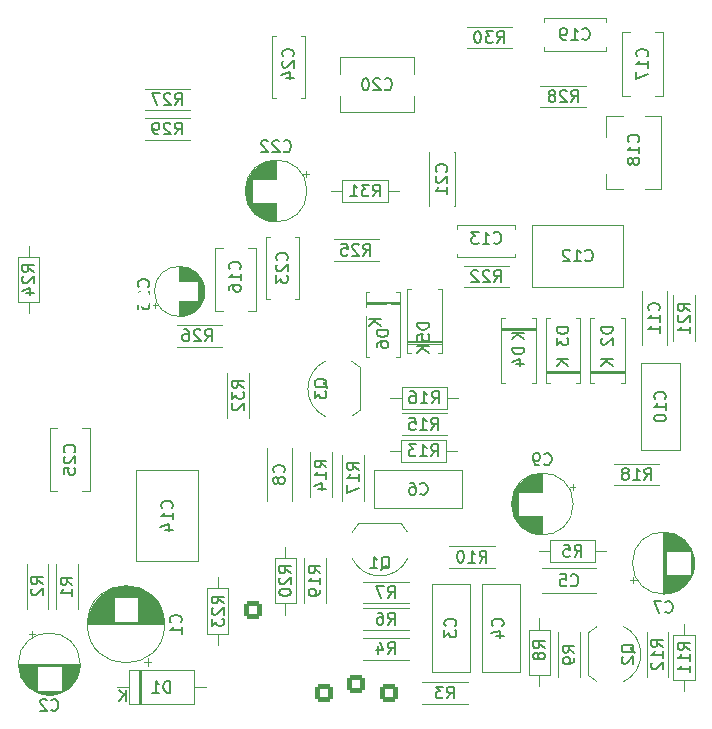
<source format=gbo>
%TF.GenerationSoftware,KiCad,Pcbnew,7.0.1*%
%TF.CreationDate,2023-05-31T21:26:11+02:00*%
%TF.ProjectId,SwedishChainsaw,53776564-6973-4684-9368-61696e736177,rev?*%
%TF.SameCoordinates,Original*%
%TF.FileFunction,Legend,Bot*%
%TF.FilePolarity,Positive*%
%FSLAX46Y46*%
G04 Gerber Fmt 4.6, Leading zero omitted, Abs format (unit mm)*
G04 Created by KiCad (PCBNEW 7.0.1) date 2023-05-31 21:26:11*
%MOMM*%
%LPD*%
G01*
G04 APERTURE LIST*
G04 Aperture macros list*
%AMRoundRect*
0 Rectangle with rounded corners*
0 $1 Rounding radius*
0 $2 $3 $4 $5 $6 $7 $8 $9 X,Y pos of 4 corners*
0 Add a 4 corners polygon primitive as box body*
4,1,4,$2,$3,$4,$5,$6,$7,$8,$9,$2,$3,0*
0 Add four circle primitives for the rounded corners*
1,1,$1+$1,$2,$3*
1,1,$1+$1,$4,$5*
1,1,$1+$1,$6,$7*
1,1,$1+$1,$8,$9*
0 Add four rect primitives between the rounded corners*
20,1,$1+$1,$2,$3,$4,$5,0*
20,1,$1+$1,$4,$5,$6,$7,0*
20,1,$1+$1,$6,$7,$8,$9,0*
20,1,$1+$1,$8,$9,$2,$3,0*%
G04 Aperture macros list end*
%ADD10C,0.150000*%
%ADD11C,0.120000*%
%ADD12R,1.325000X1.325000*%
%ADD13C,1.390000*%
%ADD14C,1.390034*%
%ADD15C,1.340148*%
%ADD16C,1.360000*%
%ADD17C,1.360036*%
%ADD18C,1.360588*%
%ADD19C,1.310152*%
%ADD20RoundRect,0.250000X-0.550000X-0.550000X0.550000X-0.550000X0.550000X0.550000X-0.550000X0.550000X0*%
%ADD21C,3.240000*%
%ADD22R,1.800000X1.800000*%
%ADD23C,1.800000*%
%ADD24C,1.400000*%
%ADD25O,1.400000X1.400000*%
%ADD26O,1.800000X1.800000*%
%ADD27C,1.600000*%
%ADD28R,1.500000X1.500000*%
%ADD29C,1.500000*%
%ADD30R,1.600000X1.600000*%
%ADD31C,2.000000*%
%ADD32R,1.200000X1.200000*%
%ADD33C,1.200000*%
%ADD34R,2.200000X2.200000*%
%ADD35O,2.200000X2.200000*%
G04 APERTURE END LIST*
D10*
%TO.C,R25*%
X75602857Y-75962619D02*
X75936190Y-75486428D01*
X76174285Y-75962619D02*
X76174285Y-74962619D01*
X76174285Y-74962619D02*
X75793333Y-74962619D01*
X75793333Y-74962619D02*
X75698095Y-75010238D01*
X75698095Y-75010238D02*
X75650476Y-75057857D01*
X75650476Y-75057857D02*
X75602857Y-75153095D01*
X75602857Y-75153095D02*
X75602857Y-75295952D01*
X75602857Y-75295952D02*
X75650476Y-75391190D01*
X75650476Y-75391190D02*
X75698095Y-75438809D01*
X75698095Y-75438809D02*
X75793333Y-75486428D01*
X75793333Y-75486428D02*
X76174285Y-75486428D01*
X75221904Y-75057857D02*
X75174285Y-75010238D01*
X75174285Y-75010238D02*
X75079047Y-74962619D01*
X75079047Y-74962619D02*
X74840952Y-74962619D01*
X74840952Y-74962619D02*
X74745714Y-75010238D01*
X74745714Y-75010238D02*
X74698095Y-75057857D01*
X74698095Y-75057857D02*
X74650476Y-75153095D01*
X74650476Y-75153095D02*
X74650476Y-75248333D01*
X74650476Y-75248333D02*
X74698095Y-75391190D01*
X74698095Y-75391190D02*
X75269523Y-75962619D01*
X75269523Y-75962619D02*
X74650476Y-75962619D01*
X73745714Y-74962619D02*
X74221904Y-74962619D01*
X74221904Y-74962619D02*
X74269523Y-75438809D01*
X74269523Y-75438809D02*
X74221904Y-75391190D01*
X74221904Y-75391190D02*
X74126666Y-75343571D01*
X74126666Y-75343571D02*
X73888571Y-75343571D01*
X73888571Y-75343571D02*
X73793333Y-75391190D01*
X73793333Y-75391190D02*
X73745714Y-75438809D01*
X73745714Y-75438809D02*
X73698095Y-75534047D01*
X73698095Y-75534047D02*
X73698095Y-75772142D01*
X73698095Y-75772142D02*
X73745714Y-75867380D01*
X73745714Y-75867380D02*
X73793333Y-75915000D01*
X73793333Y-75915000D02*
X73888571Y-75962619D01*
X73888571Y-75962619D02*
X74126666Y-75962619D01*
X74126666Y-75962619D02*
X74221904Y-75915000D01*
X74221904Y-75915000D02*
X74269523Y-75867380D01*
%TO.C,R23*%
X63762619Y-105417142D02*
X63286428Y-105083809D01*
X63762619Y-104845714D02*
X62762619Y-104845714D01*
X62762619Y-104845714D02*
X62762619Y-105226666D01*
X62762619Y-105226666D02*
X62810238Y-105321904D01*
X62810238Y-105321904D02*
X62857857Y-105369523D01*
X62857857Y-105369523D02*
X62953095Y-105417142D01*
X62953095Y-105417142D02*
X63095952Y-105417142D01*
X63095952Y-105417142D02*
X63191190Y-105369523D01*
X63191190Y-105369523D02*
X63238809Y-105321904D01*
X63238809Y-105321904D02*
X63286428Y-105226666D01*
X63286428Y-105226666D02*
X63286428Y-104845714D01*
X62857857Y-105798095D02*
X62810238Y-105845714D01*
X62810238Y-105845714D02*
X62762619Y-105940952D01*
X62762619Y-105940952D02*
X62762619Y-106179047D01*
X62762619Y-106179047D02*
X62810238Y-106274285D01*
X62810238Y-106274285D02*
X62857857Y-106321904D01*
X62857857Y-106321904D02*
X62953095Y-106369523D01*
X62953095Y-106369523D02*
X63048333Y-106369523D01*
X63048333Y-106369523D02*
X63191190Y-106321904D01*
X63191190Y-106321904D02*
X63762619Y-105750476D01*
X63762619Y-105750476D02*
X63762619Y-106369523D01*
X62762619Y-106702857D02*
X62762619Y-107321904D01*
X62762619Y-107321904D02*
X63143571Y-106988571D01*
X63143571Y-106988571D02*
X63143571Y-107131428D01*
X63143571Y-107131428D02*
X63191190Y-107226666D01*
X63191190Y-107226666D02*
X63238809Y-107274285D01*
X63238809Y-107274285D02*
X63334047Y-107321904D01*
X63334047Y-107321904D02*
X63572142Y-107321904D01*
X63572142Y-107321904D02*
X63667380Y-107274285D01*
X63667380Y-107274285D02*
X63715000Y-107226666D01*
X63715000Y-107226666D02*
X63762619Y-107131428D01*
X63762619Y-107131428D02*
X63762619Y-106845714D01*
X63762619Y-106845714D02*
X63715000Y-106750476D01*
X63715000Y-106750476D02*
X63667380Y-106702857D01*
%TO.C,R2*%
X48462619Y-103793333D02*
X47986428Y-103460000D01*
X48462619Y-103221905D02*
X47462619Y-103221905D01*
X47462619Y-103221905D02*
X47462619Y-103602857D01*
X47462619Y-103602857D02*
X47510238Y-103698095D01*
X47510238Y-103698095D02*
X47557857Y-103745714D01*
X47557857Y-103745714D02*
X47653095Y-103793333D01*
X47653095Y-103793333D02*
X47795952Y-103793333D01*
X47795952Y-103793333D02*
X47891190Y-103745714D01*
X47891190Y-103745714D02*
X47938809Y-103698095D01*
X47938809Y-103698095D02*
X47986428Y-103602857D01*
X47986428Y-103602857D02*
X47986428Y-103221905D01*
X47557857Y-104174286D02*
X47510238Y-104221905D01*
X47510238Y-104221905D02*
X47462619Y-104317143D01*
X47462619Y-104317143D02*
X47462619Y-104555238D01*
X47462619Y-104555238D02*
X47510238Y-104650476D01*
X47510238Y-104650476D02*
X47557857Y-104698095D01*
X47557857Y-104698095D02*
X47653095Y-104745714D01*
X47653095Y-104745714D02*
X47748333Y-104745714D01*
X47748333Y-104745714D02*
X47891190Y-104698095D01*
X47891190Y-104698095D02*
X48462619Y-104126667D01*
X48462619Y-104126667D02*
X48462619Y-104745714D01*
%TO.C,D6*%
X77712619Y-82261905D02*
X76712619Y-82261905D01*
X76712619Y-82261905D02*
X76712619Y-82500000D01*
X76712619Y-82500000D02*
X76760238Y-82642857D01*
X76760238Y-82642857D02*
X76855476Y-82738095D01*
X76855476Y-82738095D02*
X76950714Y-82785714D01*
X76950714Y-82785714D02*
X77141190Y-82833333D01*
X77141190Y-82833333D02*
X77284047Y-82833333D01*
X77284047Y-82833333D02*
X77474523Y-82785714D01*
X77474523Y-82785714D02*
X77569761Y-82738095D01*
X77569761Y-82738095D02*
X77665000Y-82642857D01*
X77665000Y-82642857D02*
X77712619Y-82500000D01*
X77712619Y-82500000D02*
X77712619Y-82261905D01*
X76712619Y-83690476D02*
X76712619Y-83500000D01*
X76712619Y-83500000D02*
X76760238Y-83404762D01*
X76760238Y-83404762D02*
X76807857Y-83357143D01*
X76807857Y-83357143D02*
X76950714Y-83261905D01*
X76950714Y-83261905D02*
X77141190Y-83214286D01*
X77141190Y-83214286D02*
X77522142Y-83214286D01*
X77522142Y-83214286D02*
X77617380Y-83261905D01*
X77617380Y-83261905D02*
X77665000Y-83309524D01*
X77665000Y-83309524D02*
X77712619Y-83404762D01*
X77712619Y-83404762D02*
X77712619Y-83595238D01*
X77712619Y-83595238D02*
X77665000Y-83690476D01*
X77665000Y-83690476D02*
X77617380Y-83738095D01*
X77617380Y-83738095D02*
X77522142Y-83785714D01*
X77522142Y-83785714D02*
X77284047Y-83785714D01*
X77284047Y-83785714D02*
X77188809Y-83738095D01*
X77188809Y-83738095D02*
X77141190Y-83690476D01*
X77141190Y-83690476D02*
X77093571Y-83595238D01*
X77093571Y-83595238D02*
X77093571Y-83404762D01*
X77093571Y-83404762D02*
X77141190Y-83309524D01*
X77141190Y-83309524D02*
X77188809Y-83261905D01*
X77188809Y-83261905D02*
X77284047Y-83214286D01*
X77062619Y-81338095D02*
X76062619Y-81338095D01*
X77062619Y-81909523D02*
X76491190Y-81480952D01*
X76062619Y-81909523D02*
X76634047Y-81338095D01*
%TO.C,R10*%
X85432857Y-101962619D02*
X85766190Y-101486428D01*
X86004285Y-101962619D02*
X86004285Y-100962619D01*
X86004285Y-100962619D02*
X85623333Y-100962619D01*
X85623333Y-100962619D02*
X85528095Y-101010238D01*
X85528095Y-101010238D02*
X85480476Y-101057857D01*
X85480476Y-101057857D02*
X85432857Y-101153095D01*
X85432857Y-101153095D02*
X85432857Y-101295952D01*
X85432857Y-101295952D02*
X85480476Y-101391190D01*
X85480476Y-101391190D02*
X85528095Y-101438809D01*
X85528095Y-101438809D02*
X85623333Y-101486428D01*
X85623333Y-101486428D02*
X86004285Y-101486428D01*
X84480476Y-101962619D02*
X85051904Y-101962619D01*
X84766190Y-101962619D02*
X84766190Y-100962619D01*
X84766190Y-100962619D02*
X84861428Y-101105476D01*
X84861428Y-101105476D02*
X84956666Y-101200714D01*
X84956666Y-101200714D02*
X85051904Y-101248333D01*
X83861428Y-100962619D02*
X83766190Y-100962619D01*
X83766190Y-100962619D02*
X83670952Y-101010238D01*
X83670952Y-101010238D02*
X83623333Y-101057857D01*
X83623333Y-101057857D02*
X83575714Y-101153095D01*
X83575714Y-101153095D02*
X83528095Y-101343571D01*
X83528095Y-101343571D02*
X83528095Y-101581666D01*
X83528095Y-101581666D02*
X83575714Y-101772142D01*
X83575714Y-101772142D02*
X83623333Y-101867380D01*
X83623333Y-101867380D02*
X83670952Y-101915000D01*
X83670952Y-101915000D02*
X83766190Y-101962619D01*
X83766190Y-101962619D02*
X83861428Y-101962619D01*
X83861428Y-101962619D02*
X83956666Y-101915000D01*
X83956666Y-101915000D02*
X84004285Y-101867380D01*
X84004285Y-101867380D02*
X84051904Y-101772142D01*
X84051904Y-101772142D02*
X84099523Y-101581666D01*
X84099523Y-101581666D02*
X84099523Y-101343571D01*
X84099523Y-101343571D02*
X84051904Y-101153095D01*
X84051904Y-101153095D02*
X84004285Y-101057857D01*
X84004285Y-101057857D02*
X83956666Y-101010238D01*
X83956666Y-101010238D02*
X83861428Y-100962619D01*
%TO.C,R22*%
X86642857Y-78212619D02*
X86976190Y-77736428D01*
X87214285Y-78212619D02*
X87214285Y-77212619D01*
X87214285Y-77212619D02*
X86833333Y-77212619D01*
X86833333Y-77212619D02*
X86738095Y-77260238D01*
X86738095Y-77260238D02*
X86690476Y-77307857D01*
X86690476Y-77307857D02*
X86642857Y-77403095D01*
X86642857Y-77403095D02*
X86642857Y-77545952D01*
X86642857Y-77545952D02*
X86690476Y-77641190D01*
X86690476Y-77641190D02*
X86738095Y-77688809D01*
X86738095Y-77688809D02*
X86833333Y-77736428D01*
X86833333Y-77736428D02*
X87214285Y-77736428D01*
X86261904Y-77307857D02*
X86214285Y-77260238D01*
X86214285Y-77260238D02*
X86119047Y-77212619D01*
X86119047Y-77212619D02*
X85880952Y-77212619D01*
X85880952Y-77212619D02*
X85785714Y-77260238D01*
X85785714Y-77260238D02*
X85738095Y-77307857D01*
X85738095Y-77307857D02*
X85690476Y-77403095D01*
X85690476Y-77403095D02*
X85690476Y-77498333D01*
X85690476Y-77498333D02*
X85738095Y-77641190D01*
X85738095Y-77641190D02*
X86309523Y-78212619D01*
X86309523Y-78212619D02*
X85690476Y-78212619D01*
X85309523Y-77307857D02*
X85261904Y-77260238D01*
X85261904Y-77260238D02*
X85166666Y-77212619D01*
X85166666Y-77212619D02*
X84928571Y-77212619D01*
X84928571Y-77212619D02*
X84833333Y-77260238D01*
X84833333Y-77260238D02*
X84785714Y-77307857D01*
X84785714Y-77307857D02*
X84738095Y-77403095D01*
X84738095Y-77403095D02*
X84738095Y-77498333D01*
X84738095Y-77498333D02*
X84785714Y-77641190D01*
X84785714Y-77641190D02*
X85357142Y-78212619D01*
X85357142Y-78212619D02*
X84738095Y-78212619D01*
%TO.C,C8*%
X68867380Y-94333333D02*
X68915000Y-94285714D01*
X68915000Y-94285714D02*
X68962619Y-94142857D01*
X68962619Y-94142857D02*
X68962619Y-94047619D01*
X68962619Y-94047619D02*
X68915000Y-93904762D01*
X68915000Y-93904762D02*
X68819761Y-93809524D01*
X68819761Y-93809524D02*
X68724523Y-93761905D01*
X68724523Y-93761905D02*
X68534047Y-93714286D01*
X68534047Y-93714286D02*
X68391190Y-93714286D01*
X68391190Y-93714286D02*
X68200714Y-93761905D01*
X68200714Y-93761905D02*
X68105476Y-93809524D01*
X68105476Y-93809524D02*
X68010238Y-93904762D01*
X68010238Y-93904762D02*
X67962619Y-94047619D01*
X67962619Y-94047619D02*
X67962619Y-94142857D01*
X67962619Y-94142857D02*
X68010238Y-94285714D01*
X68010238Y-94285714D02*
X68057857Y-94333333D01*
X68391190Y-94904762D02*
X68343571Y-94809524D01*
X68343571Y-94809524D02*
X68295952Y-94761905D01*
X68295952Y-94761905D02*
X68200714Y-94714286D01*
X68200714Y-94714286D02*
X68153095Y-94714286D01*
X68153095Y-94714286D02*
X68057857Y-94761905D01*
X68057857Y-94761905D02*
X68010238Y-94809524D01*
X68010238Y-94809524D02*
X67962619Y-94904762D01*
X67962619Y-94904762D02*
X67962619Y-95095238D01*
X67962619Y-95095238D02*
X68010238Y-95190476D01*
X68010238Y-95190476D02*
X68057857Y-95238095D01*
X68057857Y-95238095D02*
X68153095Y-95285714D01*
X68153095Y-95285714D02*
X68200714Y-95285714D01*
X68200714Y-95285714D02*
X68295952Y-95238095D01*
X68295952Y-95238095D02*
X68343571Y-95190476D01*
X68343571Y-95190476D02*
X68391190Y-95095238D01*
X68391190Y-95095238D02*
X68391190Y-94904762D01*
X68391190Y-94904762D02*
X68438809Y-94809524D01*
X68438809Y-94809524D02*
X68486428Y-94761905D01*
X68486428Y-94761905D02*
X68581666Y-94714286D01*
X68581666Y-94714286D02*
X68772142Y-94714286D01*
X68772142Y-94714286D02*
X68867380Y-94761905D01*
X68867380Y-94761905D02*
X68915000Y-94809524D01*
X68915000Y-94809524D02*
X68962619Y-94904762D01*
X68962619Y-94904762D02*
X68962619Y-95095238D01*
X68962619Y-95095238D02*
X68915000Y-95190476D01*
X68915000Y-95190476D02*
X68867380Y-95238095D01*
X68867380Y-95238095D02*
X68772142Y-95285714D01*
X68772142Y-95285714D02*
X68581666Y-95285714D01*
X68581666Y-95285714D02*
X68486428Y-95238095D01*
X68486428Y-95238095D02*
X68438809Y-95190476D01*
X68438809Y-95190476D02*
X68391190Y-95095238D01*
%TO.C,C11*%
X100617380Y-80607142D02*
X100665000Y-80559523D01*
X100665000Y-80559523D02*
X100712619Y-80416666D01*
X100712619Y-80416666D02*
X100712619Y-80321428D01*
X100712619Y-80321428D02*
X100665000Y-80178571D01*
X100665000Y-80178571D02*
X100569761Y-80083333D01*
X100569761Y-80083333D02*
X100474523Y-80035714D01*
X100474523Y-80035714D02*
X100284047Y-79988095D01*
X100284047Y-79988095D02*
X100141190Y-79988095D01*
X100141190Y-79988095D02*
X99950714Y-80035714D01*
X99950714Y-80035714D02*
X99855476Y-80083333D01*
X99855476Y-80083333D02*
X99760238Y-80178571D01*
X99760238Y-80178571D02*
X99712619Y-80321428D01*
X99712619Y-80321428D02*
X99712619Y-80416666D01*
X99712619Y-80416666D02*
X99760238Y-80559523D01*
X99760238Y-80559523D02*
X99807857Y-80607142D01*
X100712619Y-81559523D02*
X100712619Y-80988095D01*
X100712619Y-81273809D02*
X99712619Y-81273809D01*
X99712619Y-81273809D02*
X99855476Y-81178571D01*
X99855476Y-81178571D02*
X99950714Y-81083333D01*
X99950714Y-81083333D02*
X99998333Y-80988095D01*
X100712619Y-82511904D02*
X100712619Y-81940476D01*
X100712619Y-82226190D02*
X99712619Y-82226190D01*
X99712619Y-82226190D02*
X99855476Y-82130952D01*
X99855476Y-82130952D02*
X99950714Y-82035714D01*
X99950714Y-82035714D02*
X99998333Y-81940476D01*
%TO.C,R15*%
X81352857Y-90712619D02*
X81686190Y-90236428D01*
X81924285Y-90712619D02*
X81924285Y-89712619D01*
X81924285Y-89712619D02*
X81543333Y-89712619D01*
X81543333Y-89712619D02*
X81448095Y-89760238D01*
X81448095Y-89760238D02*
X81400476Y-89807857D01*
X81400476Y-89807857D02*
X81352857Y-89903095D01*
X81352857Y-89903095D02*
X81352857Y-90045952D01*
X81352857Y-90045952D02*
X81400476Y-90141190D01*
X81400476Y-90141190D02*
X81448095Y-90188809D01*
X81448095Y-90188809D02*
X81543333Y-90236428D01*
X81543333Y-90236428D02*
X81924285Y-90236428D01*
X80400476Y-90712619D02*
X80971904Y-90712619D01*
X80686190Y-90712619D02*
X80686190Y-89712619D01*
X80686190Y-89712619D02*
X80781428Y-89855476D01*
X80781428Y-89855476D02*
X80876666Y-89950714D01*
X80876666Y-89950714D02*
X80971904Y-89998333D01*
X79495714Y-89712619D02*
X79971904Y-89712619D01*
X79971904Y-89712619D02*
X80019523Y-90188809D01*
X80019523Y-90188809D02*
X79971904Y-90141190D01*
X79971904Y-90141190D02*
X79876666Y-90093571D01*
X79876666Y-90093571D02*
X79638571Y-90093571D01*
X79638571Y-90093571D02*
X79543333Y-90141190D01*
X79543333Y-90141190D02*
X79495714Y-90188809D01*
X79495714Y-90188809D02*
X79448095Y-90284047D01*
X79448095Y-90284047D02*
X79448095Y-90522142D01*
X79448095Y-90522142D02*
X79495714Y-90617380D01*
X79495714Y-90617380D02*
X79543333Y-90665000D01*
X79543333Y-90665000D02*
X79638571Y-90712619D01*
X79638571Y-90712619D02*
X79876666Y-90712619D01*
X79876666Y-90712619D02*
X79971904Y-90665000D01*
X79971904Y-90665000D02*
X80019523Y-90617380D01*
%TO.C,C24*%
X69617380Y-59107142D02*
X69665000Y-59059523D01*
X69665000Y-59059523D02*
X69712619Y-58916666D01*
X69712619Y-58916666D02*
X69712619Y-58821428D01*
X69712619Y-58821428D02*
X69665000Y-58678571D01*
X69665000Y-58678571D02*
X69569761Y-58583333D01*
X69569761Y-58583333D02*
X69474523Y-58535714D01*
X69474523Y-58535714D02*
X69284047Y-58488095D01*
X69284047Y-58488095D02*
X69141190Y-58488095D01*
X69141190Y-58488095D02*
X68950714Y-58535714D01*
X68950714Y-58535714D02*
X68855476Y-58583333D01*
X68855476Y-58583333D02*
X68760238Y-58678571D01*
X68760238Y-58678571D02*
X68712619Y-58821428D01*
X68712619Y-58821428D02*
X68712619Y-58916666D01*
X68712619Y-58916666D02*
X68760238Y-59059523D01*
X68760238Y-59059523D02*
X68807857Y-59107142D01*
X68807857Y-59488095D02*
X68760238Y-59535714D01*
X68760238Y-59535714D02*
X68712619Y-59630952D01*
X68712619Y-59630952D02*
X68712619Y-59869047D01*
X68712619Y-59869047D02*
X68760238Y-59964285D01*
X68760238Y-59964285D02*
X68807857Y-60011904D01*
X68807857Y-60011904D02*
X68903095Y-60059523D01*
X68903095Y-60059523D02*
X68998333Y-60059523D01*
X68998333Y-60059523D02*
X69141190Y-60011904D01*
X69141190Y-60011904D02*
X69712619Y-59440476D01*
X69712619Y-59440476D02*
X69712619Y-60059523D01*
X69045952Y-60916666D02*
X69712619Y-60916666D01*
X68665000Y-60678571D02*
X69379285Y-60440476D01*
X69379285Y-60440476D02*
X69379285Y-61059523D01*
%TO.C,R5*%
X93476666Y-101462619D02*
X93809999Y-100986428D01*
X94048094Y-101462619D02*
X94048094Y-100462619D01*
X94048094Y-100462619D02*
X93667142Y-100462619D01*
X93667142Y-100462619D02*
X93571904Y-100510238D01*
X93571904Y-100510238D02*
X93524285Y-100557857D01*
X93524285Y-100557857D02*
X93476666Y-100653095D01*
X93476666Y-100653095D02*
X93476666Y-100795952D01*
X93476666Y-100795952D02*
X93524285Y-100891190D01*
X93524285Y-100891190D02*
X93571904Y-100938809D01*
X93571904Y-100938809D02*
X93667142Y-100986428D01*
X93667142Y-100986428D02*
X94048094Y-100986428D01*
X92571904Y-100462619D02*
X93048094Y-100462619D01*
X93048094Y-100462619D02*
X93095713Y-100938809D01*
X93095713Y-100938809D02*
X93048094Y-100891190D01*
X93048094Y-100891190D02*
X92952856Y-100843571D01*
X92952856Y-100843571D02*
X92714761Y-100843571D01*
X92714761Y-100843571D02*
X92619523Y-100891190D01*
X92619523Y-100891190D02*
X92571904Y-100938809D01*
X92571904Y-100938809D02*
X92524285Y-101034047D01*
X92524285Y-101034047D02*
X92524285Y-101272142D01*
X92524285Y-101272142D02*
X92571904Y-101367380D01*
X92571904Y-101367380D02*
X92619523Y-101415000D01*
X92619523Y-101415000D02*
X92714761Y-101462619D01*
X92714761Y-101462619D02*
X92952856Y-101462619D01*
X92952856Y-101462619D02*
X93048094Y-101415000D01*
X93048094Y-101415000D02*
X93095713Y-101367380D01*
%TO.C,D4*%
X89212619Y-83761905D02*
X88212619Y-83761905D01*
X88212619Y-83761905D02*
X88212619Y-84000000D01*
X88212619Y-84000000D02*
X88260238Y-84142857D01*
X88260238Y-84142857D02*
X88355476Y-84238095D01*
X88355476Y-84238095D02*
X88450714Y-84285714D01*
X88450714Y-84285714D02*
X88641190Y-84333333D01*
X88641190Y-84333333D02*
X88784047Y-84333333D01*
X88784047Y-84333333D02*
X88974523Y-84285714D01*
X88974523Y-84285714D02*
X89069761Y-84238095D01*
X89069761Y-84238095D02*
X89165000Y-84142857D01*
X89165000Y-84142857D02*
X89212619Y-84000000D01*
X89212619Y-84000000D02*
X89212619Y-83761905D01*
X88545952Y-85190476D02*
X89212619Y-85190476D01*
X88165000Y-84952381D02*
X88879285Y-84714286D01*
X88879285Y-84714286D02*
X88879285Y-85333333D01*
X89212619Y-82488095D02*
X88212619Y-82488095D01*
X89212619Y-83059523D02*
X88641190Y-82630952D01*
X88212619Y-83059523D02*
X88784047Y-82488095D01*
%TO.C,C20*%
X77392857Y-61867380D02*
X77440476Y-61915000D01*
X77440476Y-61915000D02*
X77583333Y-61962619D01*
X77583333Y-61962619D02*
X77678571Y-61962619D01*
X77678571Y-61962619D02*
X77821428Y-61915000D01*
X77821428Y-61915000D02*
X77916666Y-61819761D01*
X77916666Y-61819761D02*
X77964285Y-61724523D01*
X77964285Y-61724523D02*
X78011904Y-61534047D01*
X78011904Y-61534047D02*
X78011904Y-61391190D01*
X78011904Y-61391190D02*
X77964285Y-61200714D01*
X77964285Y-61200714D02*
X77916666Y-61105476D01*
X77916666Y-61105476D02*
X77821428Y-61010238D01*
X77821428Y-61010238D02*
X77678571Y-60962619D01*
X77678571Y-60962619D02*
X77583333Y-60962619D01*
X77583333Y-60962619D02*
X77440476Y-61010238D01*
X77440476Y-61010238D02*
X77392857Y-61057857D01*
X77011904Y-61057857D02*
X76964285Y-61010238D01*
X76964285Y-61010238D02*
X76869047Y-60962619D01*
X76869047Y-60962619D02*
X76630952Y-60962619D01*
X76630952Y-60962619D02*
X76535714Y-61010238D01*
X76535714Y-61010238D02*
X76488095Y-61057857D01*
X76488095Y-61057857D02*
X76440476Y-61153095D01*
X76440476Y-61153095D02*
X76440476Y-61248333D01*
X76440476Y-61248333D02*
X76488095Y-61391190D01*
X76488095Y-61391190D02*
X77059523Y-61962619D01*
X77059523Y-61962619D02*
X76440476Y-61962619D01*
X75821428Y-60962619D02*
X75726190Y-60962619D01*
X75726190Y-60962619D02*
X75630952Y-61010238D01*
X75630952Y-61010238D02*
X75583333Y-61057857D01*
X75583333Y-61057857D02*
X75535714Y-61153095D01*
X75535714Y-61153095D02*
X75488095Y-61343571D01*
X75488095Y-61343571D02*
X75488095Y-61581666D01*
X75488095Y-61581666D02*
X75535714Y-61772142D01*
X75535714Y-61772142D02*
X75583333Y-61867380D01*
X75583333Y-61867380D02*
X75630952Y-61915000D01*
X75630952Y-61915000D02*
X75726190Y-61962619D01*
X75726190Y-61962619D02*
X75821428Y-61962619D01*
X75821428Y-61962619D02*
X75916666Y-61915000D01*
X75916666Y-61915000D02*
X75964285Y-61867380D01*
X75964285Y-61867380D02*
X76011904Y-61772142D01*
X76011904Y-61772142D02*
X76059523Y-61581666D01*
X76059523Y-61581666D02*
X76059523Y-61343571D01*
X76059523Y-61343571D02*
X76011904Y-61153095D01*
X76011904Y-61153095D02*
X75964285Y-61057857D01*
X75964285Y-61057857D02*
X75916666Y-61010238D01*
X75916666Y-61010238D02*
X75821428Y-60962619D01*
%TO.C,R12*%
X100962619Y-109107142D02*
X100486428Y-108773809D01*
X100962619Y-108535714D02*
X99962619Y-108535714D01*
X99962619Y-108535714D02*
X99962619Y-108916666D01*
X99962619Y-108916666D02*
X100010238Y-109011904D01*
X100010238Y-109011904D02*
X100057857Y-109059523D01*
X100057857Y-109059523D02*
X100153095Y-109107142D01*
X100153095Y-109107142D02*
X100295952Y-109107142D01*
X100295952Y-109107142D02*
X100391190Y-109059523D01*
X100391190Y-109059523D02*
X100438809Y-109011904D01*
X100438809Y-109011904D02*
X100486428Y-108916666D01*
X100486428Y-108916666D02*
X100486428Y-108535714D01*
X100962619Y-110059523D02*
X100962619Y-109488095D01*
X100962619Y-109773809D02*
X99962619Y-109773809D01*
X99962619Y-109773809D02*
X100105476Y-109678571D01*
X100105476Y-109678571D02*
X100200714Y-109583333D01*
X100200714Y-109583333D02*
X100248333Y-109488095D01*
X100057857Y-110440476D02*
X100010238Y-110488095D01*
X100010238Y-110488095D02*
X99962619Y-110583333D01*
X99962619Y-110583333D02*
X99962619Y-110821428D01*
X99962619Y-110821428D02*
X100010238Y-110916666D01*
X100010238Y-110916666D02*
X100057857Y-110964285D01*
X100057857Y-110964285D02*
X100153095Y-111011904D01*
X100153095Y-111011904D02*
X100248333Y-111011904D01*
X100248333Y-111011904D02*
X100391190Y-110964285D01*
X100391190Y-110964285D02*
X100962619Y-110392857D01*
X100962619Y-110392857D02*
X100962619Y-111011904D01*
%TO.C,Q1*%
X77095238Y-102557857D02*
X77190476Y-102510238D01*
X77190476Y-102510238D02*
X77285714Y-102415000D01*
X77285714Y-102415000D02*
X77428571Y-102272142D01*
X77428571Y-102272142D02*
X77523809Y-102224523D01*
X77523809Y-102224523D02*
X77619047Y-102224523D01*
X77571428Y-102462619D02*
X77666666Y-102415000D01*
X77666666Y-102415000D02*
X77761904Y-102319761D01*
X77761904Y-102319761D02*
X77809523Y-102129285D01*
X77809523Y-102129285D02*
X77809523Y-101795952D01*
X77809523Y-101795952D02*
X77761904Y-101605476D01*
X77761904Y-101605476D02*
X77666666Y-101510238D01*
X77666666Y-101510238D02*
X77571428Y-101462619D01*
X77571428Y-101462619D02*
X77380952Y-101462619D01*
X77380952Y-101462619D02*
X77285714Y-101510238D01*
X77285714Y-101510238D02*
X77190476Y-101605476D01*
X77190476Y-101605476D02*
X77142857Y-101795952D01*
X77142857Y-101795952D02*
X77142857Y-102129285D01*
X77142857Y-102129285D02*
X77190476Y-102319761D01*
X77190476Y-102319761D02*
X77285714Y-102415000D01*
X77285714Y-102415000D02*
X77380952Y-102462619D01*
X77380952Y-102462619D02*
X77571428Y-102462619D01*
X76190476Y-102462619D02*
X76761904Y-102462619D01*
X76476190Y-102462619D02*
X76476190Y-101462619D01*
X76476190Y-101462619D02*
X76571428Y-101605476D01*
X76571428Y-101605476D02*
X76666666Y-101700714D01*
X76666666Y-101700714D02*
X76761904Y-101748333D01*
%TO.C,C16*%
X65117380Y-77107142D02*
X65165000Y-77059523D01*
X65165000Y-77059523D02*
X65212619Y-76916666D01*
X65212619Y-76916666D02*
X65212619Y-76821428D01*
X65212619Y-76821428D02*
X65165000Y-76678571D01*
X65165000Y-76678571D02*
X65069761Y-76583333D01*
X65069761Y-76583333D02*
X64974523Y-76535714D01*
X64974523Y-76535714D02*
X64784047Y-76488095D01*
X64784047Y-76488095D02*
X64641190Y-76488095D01*
X64641190Y-76488095D02*
X64450714Y-76535714D01*
X64450714Y-76535714D02*
X64355476Y-76583333D01*
X64355476Y-76583333D02*
X64260238Y-76678571D01*
X64260238Y-76678571D02*
X64212619Y-76821428D01*
X64212619Y-76821428D02*
X64212619Y-76916666D01*
X64212619Y-76916666D02*
X64260238Y-77059523D01*
X64260238Y-77059523D02*
X64307857Y-77107142D01*
X65212619Y-78059523D02*
X65212619Y-77488095D01*
X65212619Y-77773809D02*
X64212619Y-77773809D01*
X64212619Y-77773809D02*
X64355476Y-77678571D01*
X64355476Y-77678571D02*
X64450714Y-77583333D01*
X64450714Y-77583333D02*
X64498333Y-77488095D01*
X64212619Y-78916666D02*
X64212619Y-78726190D01*
X64212619Y-78726190D02*
X64260238Y-78630952D01*
X64260238Y-78630952D02*
X64307857Y-78583333D01*
X64307857Y-78583333D02*
X64450714Y-78488095D01*
X64450714Y-78488095D02*
X64641190Y-78440476D01*
X64641190Y-78440476D02*
X65022142Y-78440476D01*
X65022142Y-78440476D02*
X65117380Y-78488095D01*
X65117380Y-78488095D02*
X65165000Y-78535714D01*
X65165000Y-78535714D02*
X65212619Y-78630952D01*
X65212619Y-78630952D02*
X65212619Y-78821428D01*
X65212619Y-78821428D02*
X65165000Y-78916666D01*
X65165000Y-78916666D02*
X65117380Y-78964285D01*
X65117380Y-78964285D02*
X65022142Y-79011904D01*
X65022142Y-79011904D02*
X64784047Y-79011904D01*
X64784047Y-79011904D02*
X64688809Y-78964285D01*
X64688809Y-78964285D02*
X64641190Y-78916666D01*
X64641190Y-78916666D02*
X64593571Y-78821428D01*
X64593571Y-78821428D02*
X64593571Y-78630952D01*
X64593571Y-78630952D02*
X64641190Y-78535714D01*
X64641190Y-78535714D02*
X64688809Y-78488095D01*
X64688809Y-78488095D02*
X64784047Y-78440476D01*
%TO.C,R14*%
X72462619Y-93897142D02*
X71986428Y-93563809D01*
X72462619Y-93325714D02*
X71462619Y-93325714D01*
X71462619Y-93325714D02*
X71462619Y-93706666D01*
X71462619Y-93706666D02*
X71510238Y-93801904D01*
X71510238Y-93801904D02*
X71557857Y-93849523D01*
X71557857Y-93849523D02*
X71653095Y-93897142D01*
X71653095Y-93897142D02*
X71795952Y-93897142D01*
X71795952Y-93897142D02*
X71891190Y-93849523D01*
X71891190Y-93849523D02*
X71938809Y-93801904D01*
X71938809Y-93801904D02*
X71986428Y-93706666D01*
X71986428Y-93706666D02*
X71986428Y-93325714D01*
X72462619Y-94849523D02*
X72462619Y-94278095D01*
X72462619Y-94563809D02*
X71462619Y-94563809D01*
X71462619Y-94563809D02*
X71605476Y-94468571D01*
X71605476Y-94468571D02*
X71700714Y-94373333D01*
X71700714Y-94373333D02*
X71748333Y-94278095D01*
X71795952Y-95706666D02*
X72462619Y-95706666D01*
X71415000Y-95468571D02*
X72129285Y-95230476D01*
X72129285Y-95230476D02*
X72129285Y-95849523D01*
%TO.C,C19*%
X94142857Y-57617380D02*
X94190476Y-57665000D01*
X94190476Y-57665000D02*
X94333333Y-57712619D01*
X94333333Y-57712619D02*
X94428571Y-57712619D01*
X94428571Y-57712619D02*
X94571428Y-57665000D01*
X94571428Y-57665000D02*
X94666666Y-57569761D01*
X94666666Y-57569761D02*
X94714285Y-57474523D01*
X94714285Y-57474523D02*
X94761904Y-57284047D01*
X94761904Y-57284047D02*
X94761904Y-57141190D01*
X94761904Y-57141190D02*
X94714285Y-56950714D01*
X94714285Y-56950714D02*
X94666666Y-56855476D01*
X94666666Y-56855476D02*
X94571428Y-56760238D01*
X94571428Y-56760238D02*
X94428571Y-56712619D01*
X94428571Y-56712619D02*
X94333333Y-56712619D01*
X94333333Y-56712619D02*
X94190476Y-56760238D01*
X94190476Y-56760238D02*
X94142857Y-56807857D01*
X93190476Y-57712619D02*
X93761904Y-57712619D01*
X93476190Y-57712619D02*
X93476190Y-56712619D01*
X93476190Y-56712619D02*
X93571428Y-56855476D01*
X93571428Y-56855476D02*
X93666666Y-56950714D01*
X93666666Y-56950714D02*
X93761904Y-56998333D01*
X92714285Y-57712619D02*
X92523809Y-57712619D01*
X92523809Y-57712619D02*
X92428571Y-57665000D01*
X92428571Y-57665000D02*
X92380952Y-57617380D01*
X92380952Y-57617380D02*
X92285714Y-57474523D01*
X92285714Y-57474523D02*
X92238095Y-57284047D01*
X92238095Y-57284047D02*
X92238095Y-56903095D01*
X92238095Y-56903095D02*
X92285714Y-56807857D01*
X92285714Y-56807857D02*
X92333333Y-56760238D01*
X92333333Y-56760238D02*
X92428571Y-56712619D01*
X92428571Y-56712619D02*
X92619047Y-56712619D01*
X92619047Y-56712619D02*
X92714285Y-56760238D01*
X92714285Y-56760238D02*
X92761904Y-56807857D01*
X92761904Y-56807857D02*
X92809523Y-56903095D01*
X92809523Y-56903095D02*
X92809523Y-57141190D01*
X92809523Y-57141190D02*
X92761904Y-57236428D01*
X92761904Y-57236428D02*
X92714285Y-57284047D01*
X92714285Y-57284047D02*
X92619047Y-57331666D01*
X92619047Y-57331666D02*
X92428571Y-57331666D01*
X92428571Y-57331666D02*
X92333333Y-57284047D01*
X92333333Y-57284047D02*
X92285714Y-57236428D01*
X92285714Y-57236428D02*
X92238095Y-57141190D01*
%TO.C,C9*%
X90916666Y-93617380D02*
X90964285Y-93665000D01*
X90964285Y-93665000D02*
X91107142Y-93712619D01*
X91107142Y-93712619D02*
X91202380Y-93712619D01*
X91202380Y-93712619D02*
X91345237Y-93665000D01*
X91345237Y-93665000D02*
X91440475Y-93569761D01*
X91440475Y-93569761D02*
X91488094Y-93474523D01*
X91488094Y-93474523D02*
X91535713Y-93284047D01*
X91535713Y-93284047D02*
X91535713Y-93141190D01*
X91535713Y-93141190D02*
X91488094Y-92950714D01*
X91488094Y-92950714D02*
X91440475Y-92855476D01*
X91440475Y-92855476D02*
X91345237Y-92760238D01*
X91345237Y-92760238D02*
X91202380Y-92712619D01*
X91202380Y-92712619D02*
X91107142Y-92712619D01*
X91107142Y-92712619D02*
X90964285Y-92760238D01*
X90964285Y-92760238D02*
X90916666Y-92807857D01*
X90440475Y-93712619D02*
X90249999Y-93712619D01*
X90249999Y-93712619D02*
X90154761Y-93665000D01*
X90154761Y-93665000D02*
X90107142Y-93617380D01*
X90107142Y-93617380D02*
X90011904Y-93474523D01*
X90011904Y-93474523D02*
X89964285Y-93284047D01*
X89964285Y-93284047D02*
X89964285Y-92903095D01*
X89964285Y-92903095D02*
X90011904Y-92807857D01*
X90011904Y-92807857D02*
X90059523Y-92760238D01*
X90059523Y-92760238D02*
X90154761Y-92712619D01*
X90154761Y-92712619D02*
X90345237Y-92712619D01*
X90345237Y-92712619D02*
X90440475Y-92760238D01*
X90440475Y-92760238D02*
X90488094Y-92807857D01*
X90488094Y-92807857D02*
X90535713Y-92903095D01*
X90535713Y-92903095D02*
X90535713Y-93141190D01*
X90535713Y-93141190D02*
X90488094Y-93236428D01*
X90488094Y-93236428D02*
X90440475Y-93284047D01*
X90440475Y-93284047D02*
X90345237Y-93331666D01*
X90345237Y-93331666D02*
X90154761Y-93331666D01*
X90154761Y-93331666D02*
X90059523Y-93284047D01*
X90059523Y-93284047D02*
X90011904Y-93236428D01*
X90011904Y-93236428D02*
X89964285Y-93141190D01*
%TO.C,C18*%
X98867380Y-66357142D02*
X98915000Y-66309523D01*
X98915000Y-66309523D02*
X98962619Y-66166666D01*
X98962619Y-66166666D02*
X98962619Y-66071428D01*
X98962619Y-66071428D02*
X98915000Y-65928571D01*
X98915000Y-65928571D02*
X98819761Y-65833333D01*
X98819761Y-65833333D02*
X98724523Y-65785714D01*
X98724523Y-65785714D02*
X98534047Y-65738095D01*
X98534047Y-65738095D02*
X98391190Y-65738095D01*
X98391190Y-65738095D02*
X98200714Y-65785714D01*
X98200714Y-65785714D02*
X98105476Y-65833333D01*
X98105476Y-65833333D02*
X98010238Y-65928571D01*
X98010238Y-65928571D02*
X97962619Y-66071428D01*
X97962619Y-66071428D02*
X97962619Y-66166666D01*
X97962619Y-66166666D02*
X98010238Y-66309523D01*
X98010238Y-66309523D02*
X98057857Y-66357142D01*
X98962619Y-67309523D02*
X98962619Y-66738095D01*
X98962619Y-67023809D02*
X97962619Y-67023809D01*
X97962619Y-67023809D02*
X98105476Y-66928571D01*
X98105476Y-66928571D02*
X98200714Y-66833333D01*
X98200714Y-66833333D02*
X98248333Y-66738095D01*
X98391190Y-67880952D02*
X98343571Y-67785714D01*
X98343571Y-67785714D02*
X98295952Y-67738095D01*
X98295952Y-67738095D02*
X98200714Y-67690476D01*
X98200714Y-67690476D02*
X98153095Y-67690476D01*
X98153095Y-67690476D02*
X98057857Y-67738095D01*
X98057857Y-67738095D02*
X98010238Y-67785714D01*
X98010238Y-67785714D02*
X97962619Y-67880952D01*
X97962619Y-67880952D02*
X97962619Y-68071428D01*
X97962619Y-68071428D02*
X98010238Y-68166666D01*
X98010238Y-68166666D02*
X98057857Y-68214285D01*
X98057857Y-68214285D02*
X98153095Y-68261904D01*
X98153095Y-68261904D02*
X98200714Y-68261904D01*
X98200714Y-68261904D02*
X98295952Y-68214285D01*
X98295952Y-68214285D02*
X98343571Y-68166666D01*
X98343571Y-68166666D02*
X98391190Y-68071428D01*
X98391190Y-68071428D02*
X98391190Y-67880952D01*
X98391190Y-67880952D02*
X98438809Y-67785714D01*
X98438809Y-67785714D02*
X98486428Y-67738095D01*
X98486428Y-67738095D02*
X98581666Y-67690476D01*
X98581666Y-67690476D02*
X98772142Y-67690476D01*
X98772142Y-67690476D02*
X98867380Y-67738095D01*
X98867380Y-67738095D02*
X98915000Y-67785714D01*
X98915000Y-67785714D02*
X98962619Y-67880952D01*
X98962619Y-67880952D02*
X98962619Y-68071428D01*
X98962619Y-68071428D02*
X98915000Y-68166666D01*
X98915000Y-68166666D02*
X98867380Y-68214285D01*
X98867380Y-68214285D02*
X98772142Y-68261904D01*
X98772142Y-68261904D02*
X98581666Y-68261904D01*
X98581666Y-68261904D02*
X98486428Y-68214285D01*
X98486428Y-68214285D02*
X98438809Y-68166666D01*
X98438809Y-68166666D02*
X98391190Y-68071428D01*
%TO.C,R6*%
X77666666Y-107212619D02*
X77999999Y-106736428D01*
X78238094Y-107212619D02*
X78238094Y-106212619D01*
X78238094Y-106212619D02*
X77857142Y-106212619D01*
X77857142Y-106212619D02*
X77761904Y-106260238D01*
X77761904Y-106260238D02*
X77714285Y-106307857D01*
X77714285Y-106307857D02*
X77666666Y-106403095D01*
X77666666Y-106403095D02*
X77666666Y-106545952D01*
X77666666Y-106545952D02*
X77714285Y-106641190D01*
X77714285Y-106641190D02*
X77761904Y-106688809D01*
X77761904Y-106688809D02*
X77857142Y-106736428D01*
X77857142Y-106736428D02*
X78238094Y-106736428D01*
X76809523Y-106212619D02*
X76999999Y-106212619D01*
X76999999Y-106212619D02*
X77095237Y-106260238D01*
X77095237Y-106260238D02*
X77142856Y-106307857D01*
X77142856Y-106307857D02*
X77238094Y-106450714D01*
X77238094Y-106450714D02*
X77285713Y-106641190D01*
X77285713Y-106641190D02*
X77285713Y-107022142D01*
X77285713Y-107022142D02*
X77238094Y-107117380D01*
X77238094Y-107117380D02*
X77190475Y-107165000D01*
X77190475Y-107165000D02*
X77095237Y-107212619D01*
X77095237Y-107212619D02*
X76904761Y-107212619D01*
X76904761Y-107212619D02*
X76809523Y-107165000D01*
X76809523Y-107165000D02*
X76761904Y-107117380D01*
X76761904Y-107117380D02*
X76714285Y-107022142D01*
X76714285Y-107022142D02*
X76714285Y-106784047D01*
X76714285Y-106784047D02*
X76761904Y-106688809D01*
X76761904Y-106688809D02*
X76809523Y-106641190D01*
X76809523Y-106641190D02*
X76904761Y-106593571D01*
X76904761Y-106593571D02*
X77095237Y-106593571D01*
X77095237Y-106593571D02*
X77190475Y-106641190D01*
X77190475Y-106641190D02*
X77238094Y-106688809D01*
X77238094Y-106688809D02*
X77285713Y-106784047D01*
%TO.C,R11*%
X103212619Y-109357142D02*
X102736428Y-109023809D01*
X103212619Y-108785714D02*
X102212619Y-108785714D01*
X102212619Y-108785714D02*
X102212619Y-109166666D01*
X102212619Y-109166666D02*
X102260238Y-109261904D01*
X102260238Y-109261904D02*
X102307857Y-109309523D01*
X102307857Y-109309523D02*
X102403095Y-109357142D01*
X102403095Y-109357142D02*
X102545952Y-109357142D01*
X102545952Y-109357142D02*
X102641190Y-109309523D01*
X102641190Y-109309523D02*
X102688809Y-109261904D01*
X102688809Y-109261904D02*
X102736428Y-109166666D01*
X102736428Y-109166666D02*
X102736428Y-108785714D01*
X103212619Y-110309523D02*
X103212619Y-109738095D01*
X103212619Y-110023809D02*
X102212619Y-110023809D01*
X102212619Y-110023809D02*
X102355476Y-109928571D01*
X102355476Y-109928571D02*
X102450714Y-109833333D01*
X102450714Y-109833333D02*
X102498333Y-109738095D01*
X103212619Y-111261904D02*
X103212619Y-110690476D01*
X103212619Y-110976190D02*
X102212619Y-110976190D01*
X102212619Y-110976190D02*
X102355476Y-110880952D01*
X102355476Y-110880952D02*
X102450714Y-110785714D01*
X102450714Y-110785714D02*
X102498333Y-110690476D01*
%TO.C,R28*%
X93182857Y-62962619D02*
X93516190Y-62486428D01*
X93754285Y-62962619D02*
X93754285Y-61962619D01*
X93754285Y-61962619D02*
X93373333Y-61962619D01*
X93373333Y-61962619D02*
X93278095Y-62010238D01*
X93278095Y-62010238D02*
X93230476Y-62057857D01*
X93230476Y-62057857D02*
X93182857Y-62153095D01*
X93182857Y-62153095D02*
X93182857Y-62295952D01*
X93182857Y-62295952D02*
X93230476Y-62391190D01*
X93230476Y-62391190D02*
X93278095Y-62438809D01*
X93278095Y-62438809D02*
X93373333Y-62486428D01*
X93373333Y-62486428D02*
X93754285Y-62486428D01*
X92801904Y-62057857D02*
X92754285Y-62010238D01*
X92754285Y-62010238D02*
X92659047Y-61962619D01*
X92659047Y-61962619D02*
X92420952Y-61962619D01*
X92420952Y-61962619D02*
X92325714Y-62010238D01*
X92325714Y-62010238D02*
X92278095Y-62057857D01*
X92278095Y-62057857D02*
X92230476Y-62153095D01*
X92230476Y-62153095D02*
X92230476Y-62248333D01*
X92230476Y-62248333D02*
X92278095Y-62391190D01*
X92278095Y-62391190D02*
X92849523Y-62962619D01*
X92849523Y-62962619D02*
X92230476Y-62962619D01*
X91659047Y-62391190D02*
X91754285Y-62343571D01*
X91754285Y-62343571D02*
X91801904Y-62295952D01*
X91801904Y-62295952D02*
X91849523Y-62200714D01*
X91849523Y-62200714D02*
X91849523Y-62153095D01*
X91849523Y-62153095D02*
X91801904Y-62057857D01*
X91801904Y-62057857D02*
X91754285Y-62010238D01*
X91754285Y-62010238D02*
X91659047Y-61962619D01*
X91659047Y-61962619D02*
X91468571Y-61962619D01*
X91468571Y-61962619D02*
X91373333Y-62010238D01*
X91373333Y-62010238D02*
X91325714Y-62057857D01*
X91325714Y-62057857D02*
X91278095Y-62153095D01*
X91278095Y-62153095D02*
X91278095Y-62200714D01*
X91278095Y-62200714D02*
X91325714Y-62295952D01*
X91325714Y-62295952D02*
X91373333Y-62343571D01*
X91373333Y-62343571D02*
X91468571Y-62391190D01*
X91468571Y-62391190D02*
X91659047Y-62391190D01*
X91659047Y-62391190D02*
X91754285Y-62438809D01*
X91754285Y-62438809D02*
X91801904Y-62486428D01*
X91801904Y-62486428D02*
X91849523Y-62581666D01*
X91849523Y-62581666D02*
X91849523Y-62772142D01*
X91849523Y-62772142D02*
X91801904Y-62867380D01*
X91801904Y-62867380D02*
X91754285Y-62915000D01*
X91754285Y-62915000D02*
X91659047Y-62962619D01*
X91659047Y-62962619D02*
X91468571Y-62962619D01*
X91468571Y-62962619D02*
X91373333Y-62915000D01*
X91373333Y-62915000D02*
X91325714Y-62867380D01*
X91325714Y-62867380D02*
X91278095Y-62772142D01*
X91278095Y-62772142D02*
X91278095Y-62581666D01*
X91278095Y-62581666D02*
X91325714Y-62486428D01*
X91325714Y-62486428D02*
X91373333Y-62438809D01*
X91373333Y-62438809D02*
X91468571Y-62391190D01*
%TO.C,C22*%
X68847970Y-67117380D02*
X68895589Y-67165000D01*
X68895589Y-67165000D02*
X69038446Y-67212619D01*
X69038446Y-67212619D02*
X69133684Y-67212619D01*
X69133684Y-67212619D02*
X69276541Y-67165000D01*
X69276541Y-67165000D02*
X69371779Y-67069761D01*
X69371779Y-67069761D02*
X69419398Y-66974523D01*
X69419398Y-66974523D02*
X69467017Y-66784047D01*
X69467017Y-66784047D02*
X69467017Y-66641190D01*
X69467017Y-66641190D02*
X69419398Y-66450714D01*
X69419398Y-66450714D02*
X69371779Y-66355476D01*
X69371779Y-66355476D02*
X69276541Y-66260238D01*
X69276541Y-66260238D02*
X69133684Y-66212619D01*
X69133684Y-66212619D02*
X69038446Y-66212619D01*
X69038446Y-66212619D02*
X68895589Y-66260238D01*
X68895589Y-66260238D02*
X68847970Y-66307857D01*
X68467017Y-66307857D02*
X68419398Y-66260238D01*
X68419398Y-66260238D02*
X68324160Y-66212619D01*
X68324160Y-66212619D02*
X68086065Y-66212619D01*
X68086065Y-66212619D02*
X67990827Y-66260238D01*
X67990827Y-66260238D02*
X67943208Y-66307857D01*
X67943208Y-66307857D02*
X67895589Y-66403095D01*
X67895589Y-66403095D02*
X67895589Y-66498333D01*
X67895589Y-66498333D02*
X67943208Y-66641190D01*
X67943208Y-66641190D02*
X68514636Y-67212619D01*
X68514636Y-67212619D02*
X67895589Y-67212619D01*
X67514636Y-66307857D02*
X67467017Y-66260238D01*
X67467017Y-66260238D02*
X67371779Y-66212619D01*
X67371779Y-66212619D02*
X67133684Y-66212619D01*
X67133684Y-66212619D02*
X67038446Y-66260238D01*
X67038446Y-66260238D02*
X66990827Y-66307857D01*
X66990827Y-66307857D02*
X66943208Y-66403095D01*
X66943208Y-66403095D02*
X66943208Y-66498333D01*
X66943208Y-66498333D02*
X66990827Y-66641190D01*
X66990827Y-66641190D02*
X67562255Y-67212619D01*
X67562255Y-67212619D02*
X66943208Y-67212619D01*
%TO.C,C2*%
X49166666Y-114412268D02*
X49214285Y-114459888D01*
X49214285Y-114459888D02*
X49357142Y-114507507D01*
X49357142Y-114507507D02*
X49452380Y-114507507D01*
X49452380Y-114507507D02*
X49595237Y-114459888D01*
X49595237Y-114459888D02*
X49690475Y-114364649D01*
X49690475Y-114364649D02*
X49738094Y-114269411D01*
X49738094Y-114269411D02*
X49785713Y-114078935D01*
X49785713Y-114078935D02*
X49785713Y-113936078D01*
X49785713Y-113936078D02*
X49738094Y-113745602D01*
X49738094Y-113745602D02*
X49690475Y-113650364D01*
X49690475Y-113650364D02*
X49595237Y-113555126D01*
X49595237Y-113555126D02*
X49452380Y-113507507D01*
X49452380Y-113507507D02*
X49357142Y-113507507D01*
X49357142Y-113507507D02*
X49214285Y-113555126D01*
X49214285Y-113555126D02*
X49166666Y-113602745D01*
X48785713Y-113602745D02*
X48738094Y-113555126D01*
X48738094Y-113555126D02*
X48642856Y-113507507D01*
X48642856Y-113507507D02*
X48404761Y-113507507D01*
X48404761Y-113507507D02*
X48309523Y-113555126D01*
X48309523Y-113555126D02*
X48261904Y-113602745D01*
X48261904Y-113602745D02*
X48214285Y-113697983D01*
X48214285Y-113697983D02*
X48214285Y-113793221D01*
X48214285Y-113793221D02*
X48261904Y-113936078D01*
X48261904Y-113936078D02*
X48833332Y-114507507D01*
X48833332Y-114507507D02*
X48214285Y-114507507D01*
%TO.C,R21*%
X103212619Y-80647142D02*
X102736428Y-80313809D01*
X103212619Y-80075714D02*
X102212619Y-80075714D01*
X102212619Y-80075714D02*
X102212619Y-80456666D01*
X102212619Y-80456666D02*
X102260238Y-80551904D01*
X102260238Y-80551904D02*
X102307857Y-80599523D01*
X102307857Y-80599523D02*
X102403095Y-80647142D01*
X102403095Y-80647142D02*
X102545952Y-80647142D01*
X102545952Y-80647142D02*
X102641190Y-80599523D01*
X102641190Y-80599523D02*
X102688809Y-80551904D01*
X102688809Y-80551904D02*
X102736428Y-80456666D01*
X102736428Y-80456666D02*
X102736428Y-80075714D01*
X102307857Y-81028095D02*
X102260238Y-81075714D01*
X102260238Y-81075714D02*
X102212619Y-81170952D01*
X102212619Y-81170952D02*
X102212619Y-81409047D01*
X102212619Y-81409047D02*
X102260238Y-81504285D01*
X102260238Y-81504285D02*
X102307857Y-81551904D01*
X102307857Y-81551904D02*
X102403095Y-81599523D01*
X102403095Y-81599523D02*
X102498333Y-81599523D01*
X102498333Y-81599523D02*
X102641190Y-81551904D01*
X102641190Y-81551904D02*
X103212619Y-80980476D01*
X103212619Y-80980476D02*
X103212619Y-81599523D01*
X103212619Y-82551904D02*
X103212619Y-81980476D01*
X103212619Y-82266190D02*
X102212619Y-82266190D01*
X102212619Y-82266190D02*
X102355476Y-82170952D01*
X102355476Y-82170952D02*
X102450714Y-82075714D01*
X102450714Y-82075714D02*
X102498333Y-81980476D01*
%TO.C,R30*%
X86892857Y-57962619D02*
X87226190Y-57486428D01*
X87464285Y-57962619D02*
X87464285Y-56962619D01*
X87464285Y-56962619D02*
X87083333Y-56962619D01*
X87083333Y-56962619D02*
X86988095Y-57010238D01*
X86988095Y-57010238D02*
X86940476Y-57057857D01*
X86940476Y-57057857D02*
X86892857Y-57153095D01*
X86892857Y-57153095D02*
X86892857Y-57295952D01*
X86892857Y-57295952D02*
X86940476Y-57391190D01*
X86940476Y-57391190D02*
X86988095Y-57438809D01*
X86988095Y-57438809D02*
X87083333Y-57486428D01*
X87083333Y-57486428D02*
X87464285Y-57486428D01*
X86559523Y-56962619D02*
X85940476Y-56962619D01*
X85940476Y-56962619D02*
X86273809Y-57343571D01*
X86273809Y-57343571D02*
X86130952Y-57343571D01*
X86130952Y-57343571D02*
X86035714Y-57391190D01*
X86035714Y-57391190D02*
X85988095Y-57438809D01*
X85988095Y-57438809D02*
X85940476Y-57534047D01*
X85940476Y-57534047D02*
X85940476Y-57772142D01*
X85940476Y-57772142D02*
X85988095Y-57867380D01*
X85988095Y-57867380D02*
X86035714Y-57915000D01*
X86035714Y-57915000D02*
X86130952Y-57962619D01*
X86130952Y-57962619D02*
X86416666Y-57962619D01*
X86416666Y-57962619D02*
X86511904Y-57915000D01*
X86511904Y-57915000D02*
X86559523Y-57867380D01*
X85321428Y-56962619D02*
X85226190Y-56962619D01*
X85226190Y-56962619D02*
X85130952Y-57010238D01*
X85130952Y-57010238D02*
X85083333Y-57057857D01*
X85083333Y-57057857D02*
X85035714Y-57153095D01*
X85035714Y-57153095D02*
X84988095Y-57343571D01*
X84988095Y-57343571D02*
X84988095Y-57581666D01*
X84988095Y-57581666D02*
X85035714Y-57772142D01*
X85035714Y-57772142D02*
X85083333Y-57867380D01*
X85083333Y-57867380D02*
X85130952Y-57915000D01*
X85130952Y-57915000D02*
X85226190Y-57962619D01*
X85226190Y-57962619D02*
X85321428Y-57962619D01*
X85321428Y-57962619D02*
X85416666Y-57915000D01*
X85416666Y-57915000D02*
X85464285Y-57867380D01*
X85464285Y-57867380D02*
X85511904Y-57772142D01*
X85511904Y-57772142D02*
X85559523Y-57581666D01*
X85559523Y-57581666D02*
X85559523Y-57343571D01*
X85559523Y-57343571D02*
X85511904Y-57153095D01*
X85511904Y-57153095D02*
X85464285Y-57057857D01*
X85464285Y-57057857D02*
X85416666Y-57010238D01*
X85416666Y-57010238D02*
X85321428Y-56962619D01*
%TO.C,D5*%
X81162619Y-81661905D02*
X80162619Y-81661905D01*
X80162619Y-81661905D02*
X80162619Y-81900000D01*
X80162619Y-81900000D02*
X80210238Y-82042857D01*
X80210238Y-82042857D02*
X80305476Y-82138095D01*
X80305476Y-82138095D02*
X80400714Y-82185714D01*
X80400714Y-82185714D02*
X80591190Y-82233333D01*
X80591190Y-82233333D02*
X80734047Y-82233333D01*
X80734047Y-82233333D02*
X80924523Y-82185714D01*
X80924523Y-82185714D02*
X81019761Y-82138095D01*
X81019761Y-82138095D02*
X81115000Y-82042857D01*
X81115000Y-82042857D02*
X81162619Y-81900000D01*
X81162619Y-81900000D02*
X81162619Y-81661905D01*
X80162619Y-83138095D02*
X80162619Y-82661905D01*
X80162619Y-82661905D02*
X80638809Y-82614286D01*
X80638809Y-82614286D02*
X80591190Y-82661905D01*
X80591190Y-82661905D02*
X80543571Y-82757143D01*
X80543571Y-82757143D02*
X80543571Y-82995238D01*
X80543571Y-82995238D02*
X80591190Y-83090476D01*
X80591190Y-83090476D02*
X80638809Y-83138095D01*
X80638809Y-83138095D02*
X80734047Y-83185714D01*
X80734047Y-83185714D02*
X80972142Y-83185714D01*
X80972142Y-83185714D02*
X81067380Y-83138095D01*
X81067380Y-83138095D02*
X81115000Y-83090476D01*
X81115000Y-83090476D02*
X81162619Y-82995238D01*
X81162619Y-82995238D02*
X81162619Y-82757143D01*
X81162619Y-82757143D02*
X81115000Y-82661905D01*
X81115000Y-82661905D02*
X81067380Y-82614286D01*
X81162619Y-83638095D02*
X80162619Y-83638095D01*
X81162619Y-84209523D02*
X80591190Y-83780952D01*
X80162619Y-84209523D02*
X80734047Y-83638095D01*
%TO.C,C25*%
X51117380Y-92607142D02*
X51165000Y-92559523D01*
X51165000Y-92559523D02*
X51212619Y-92416666D01*
X51212619Y-92416666D02*
X51212619Y-92321428D01*
X51212619Y-92321428D02*
X51165000Y-92178571D01*
X51165000Y-92178571D02*
X51069761Y-92083333D01*
X51069761Y-92083333D02*
X50974523Y-92035714D01*
X50974523Y-92035714D02*
X50784047Y-91988095D01*
X50784047Y-91988095D02*
X50641190Y-91988095D01*
X50641190Y-91988095D02*
X50450714Y-92035714D01*
X50450714Y-92035714D02*
X50355476Y-92083333D01*
X50355476Y-92083333D02*
X50260238Y-92178571D01*
X50260238Y-92178571D02*
X50212619Y-92321428D01*
X50212619Y-92321428D02*
X50212619Y-92416666D01*
X50212619Y-92416666D02*
X50260238Y-92559523D01*
X50260238Y-92559523D02*
X50307857Y-92607142D01*
X50307857Y-92988095D02*
X50260238Y-93035714D01*
X50260238Y-93035714D02*
X50212619Y-93130952D01*
X50212619Y-93130952D02*
X50212619Y-93369047D01*
X50212619Y-93369047D02*
X50260238Y-93464285D01*
X50260238Y-93464285D02*
X50307857Y-93511904D01*
X50307857Y-93511904D02*
X50403095Y-93559523D01*
X50403095Y-93559523D02*
X50498333Y-93559523D01*
X50498333Y-93559523D02*
X50641190Y-93511904D01*
X50641190Y-93511904D02*
X51212619Y-92940476D01*
X51212619Y-92940476D02*
X51212619Y-93559523D01*
X50212619Y-94464285D02*
X50212619Y-93988095D01*
X50212619Y-93988095D02*
X50688809Y-93940476D01*
X50688809Y-93940476D02*
X50641190Y-93988095D01*
X50641190Y-93988095D02*
X50593571Y-94083333D01*
X50593571Y-94083333D02*
X50593571Y-94321428D01*
X50593571Y-94321428D02*
X50641190Y-94416666D01*
X50641190Y-94416666D02*
X50688809Y-94464285D01*
X50688809Y-94464285D02*
X50784047Y-94511904D01*
X50784047Y-94511904D02*
X51022142Y-94511904D01*
X51022142Y-94511904D02*
X51117380Y-94464285D01*
X51117380Y-94464285D02*
X51165000Y-94416666D01*
X51165000Y-94416666D02*
X51212619Y-94321428D01*
X51212619Y-94321428D02*
X51212619Y-94083333D01*
X51212619Y-94083333D02*
X51165000Y-93988095D01*
X51165000Y-93988095D02*
X51117380Y-93940476D01*
%TO.C,C4*%
X87367380Y-107333333D02*
X87415000Y-107285714D01*
X87415000Y-107285714D02*
X87462619Y-107142857D01*
X87462619Y-107142857D02*
X87462619Y-107047619D01*
X87462619Y-107047619D02*
X87415000Y-106904762D01*
X87415000Y-106904762D02*
X87319761Y-106809524D01*
X87319761Y-106809524D02*
X87224523Y-106761905D01*
X87224523Y-106761905D02*
X87034047Y-106714286D01*
X87034047Y-106714286D02*
X86891190Y-106714286D01*
X86891190Y-106714286D02*
X86700714Y-106761905D01*
X86700714Y-106761905D02*
X86605476Y-106809524D01*
X86605476Y-106809524D02*
X86510238Y-106904762D01*
X86510238Y-106904762D02*
X86462619Y-107047619D01*
X86462619Y-107047619D02*
X86462619Y-107142857D01*
X86462619Y-107142857D02*
X86510238Y-107285714D01*
X86510238Y-107285714D02*
X86557857Y-107333333D01*
X86795952Y-108190476D02*
X87462619Y-108190476D01*
X86415000Y-107952381D02*
X87129285Y-107714286D01*
X87129285Y-107714286D02*
X87129285Y-108333333D01*
%TO.C,R29*%
X59642857Y-65712619D02*
X59976190Y-65236428D01*
X60214285Y-65712619D02*
X60214285Y-64712619D01*
X60214285Y-64712619D02*
X59833333Y-64712619D01*
X59833333Y-64712619D02*
X59738095Y-64760238D01*
X59738095Y-64760238D02*
X59690476Y-64807857D01*
X59690476Y-64807857D02*
X59642857Y-64903095D01*
X59642857Y-64903095D02*
X59642857Y-65045952D01*
X59642857Y-65045952D02*
X59690476Y-65141190D01*
X59690476Y-65141190D02*
X59738095Y-65188809D01*
X59738095Y-65188809D02*
X59833333Y-65236428D01*
X59833333Y-65236428D02*
X60214285Y-65236428D01*
X59261904Y-64807857D02*
X59214285Y-64760238D01*
X59214285Y-64760238D02*
X59119047Y-64712619D01*
X59119047Y-64712619D02*
X58880952Y-64712619D01*
X58880952Y-64712619D02*
X58785714Y-64760238D01*
X58785714Y-64760238D02*
X58738095Y-64807857D01*
X58738095Y-64807857D02*
X58690476Y-64903095D01*
X58690476Y-64903095D02*
X58690476Y-64998333D01*
X58690476Y-64998333D02*
X58738095Y-65141190D01*
X58738095Y-65141190D02*
X59309523Y-65712619D01*
X59309523Y-65712619D02*
X58690476Y-65712619D01*
X58214285Y-65712619D02*
X58023809Y-65712619D01*
X58023809Y-65712619D02*
X57928571Y-65665000D01*
X57928571Y-65665000D02*
X57880952Y-65617380D01*
X57880952Y-65617380D02*
X57785714Y-65474523D01*
X57785714Y-65474523D02*
X57738095Y-65284047D01*
X57738095Y-65284047D02*
X57738095Y-64903095D01*
X57738095Y-64903095D02*
X57785714Y-64807857D01*
X57785714Y-64807857D02*
X57833333Y-64760238D01*
X57833333Y-64760238D02*
X57928571Y-64712619D01*
X57928571Y-64712619D02*
X58119047Y-64712619D01*
X58119047Y-64712619D02*
X58214285Y-64760238D01*
X58214285Y-64760238D02*
X58261904Y-64807857D01*
X58261904Y-64807857D02*
X58309523Y-64903095D01*
X58309523Y-64903095D02*
X58309523Y-65141190D01*
X58309523Y-65141190D02*
X58261904Y-65236428D01*
X58261904Y-65236428D02*
X58214285Y-65284047D01*
X58214285Y-65284047D02*
X58119047Y-65331666D01*
X58119047Y-65331666D02*
X57928571Y-65331666D01*
X57928571Y-65331666D02*
X57833333Y-65284047D01*
X57833333Y-65284047D02*
X57785714Y-65236428D01*
X57785714Y-65236428D02*
X57738095Y-65141190D01*
%TO.C,R32*%
X65462619Y-87147142D02*
X64986428Y-86813809D01*
X65462619Y-86575714D02*
X64462619Y-86575714D01*
X64462619Y-86575714D02*
X64462619Y-86956666D01*
X64462619Y-86956666D02*
X64510238Y-87051904D01*
X64510238Y-87051904D02*
X64557857Y-87099523D01*
X64557857Y-87099523D02*
X64653095Y-87147142D01*
X64653095Y-87147142D02*
X64795952Y-87147142D01*
X64795952Y-87147142D02*
X64891190Y-87099523D01*
X64891190Y-87099523D02*
X64938809Y-87051904D01*
X64938809Y-87051904D02*
X64986428Y-86956666D01*
X64986428Y-86956666D02*
X64986428Y-86575714D01*
X64462619Y-87480476D02*
X64462619Y-88099523D01*
X64462619Y-88099523D02*
X64843571Y-87766190D01*
X64843571Y-87766190D02*
X64843571Y-87909047D01*
X64843571Y-87909047D02*
X64891190Y-88004285D01*
X64891190Y-88004285D02*
X64938809Y-88051904D01*
X64938809Y-88051904D02*
X65034047Y-88099523D01*
X65034047Y-88099523D02*
X65272142Y-88099523D01*
X65272142Y-88099523D02*
X65367380Y-88051904D01*
X65367380Y-88051904D02*
X65415000Y-88004285D01*
X65415000Y-88004285D02*
X65462619Y-87909047D01*
X65462619Y-87909047D02*
X65462619Y-87623333D01*
X65462619Y-87623333D02*
X65415000Y-87528095D01*
X65415000Y-87528095D02*
X65367380Y-87480476D01*
X64557857Y-88480476D02*
X64510238Y-88528095D01*
X64510238Y-88528095D02*
X64462619Y-88623333D01*
X64462619Y-88623333D02*
X64462619Y-88861428D01*
X64462619Y-88861428D02*
X64510238Y-88956666D01*
X64510238Y-88956666D02*
X64557857Y-89004285D01*
X64557857Y-89004285D02*
X64653095Y-89051904D01*
X64653095Y-89051904D02*
X64748333Y-89051904D01*
X64748333Y-89051904D02*
X64891190Y-89004285D01*
X64891190Y-89004285D02*
X65462619Y-88432857D01*
X65462619Y-88432857D02*
X65462619Y-89051904D01*
%TO.C,R7*%
X77666666Y-104962619D02*
X77999999Y-104486428D01*
X78238094Y-104962619D02*
X78238094Y-103962619D01*
X78238094Y-103962619D02*
X77857142Y-103962619D01*
X77857142Y-103962619D02*
X77761904Y-104010238D01*
X77761904Y-104010238D02*
X77714285Y-104057857D01*
X77714285Y-104057857D02*
X77666666Y-104153095D01*
X77666666Y-104153095D02*
X77666666Y-104295952D01*
X77666666Y-104295952D02*
X77714285Y-104391190D01*
X77714285Y-104391190D02*
X77761904Y-104438809D01*
X77761904Y-104438809D02*
X77857142Y-104486428D01*
X77857142Y-104486428D02*
X78238094Y-104486428D01*
X77333332Y-103962619D02*
X76666666Y-103962619D01*
X76666666Y-103962619D02*
X77095237Y-104962619D01*
%TO.C,C6*%
X80416666Y-96117380D02*
X80464285Y-96165000D01*
X80464285Y-96165000D02*
X80607142Y-96212619D01*
X80607142Y-96212619D02*
X80702380Y-96212619D01*
X80702380Y-96212619D02*
X80845237Y-96165000D01*
X80845237Y-96165000D02*
X80940475Y-96069761D01*
X80940475Y-96069761D02*
X80988094Y-95974523D01*
X80988094Y-95974523D02*
X81035713Y-95784047D01*
X81035713Y-95784047D02*
X81035713Y-95641190D01*
X81035713Y-95641190D02*
X80988094Y-95450714D01*
X80988094Y-95450714D02*
X80940475Y-95355476D01*
X80940475Y-95355476D02*
X80845237Y-95260238D01*
X80845237Y-95260238D02*
X80702380Y-95212619D01*
X80702380Y-95212619D02*
X80607142Y-95212619D01*
X80607142Y-95212619D02*
X80464285Y-95260238D01*
X80464285Y-95260238D02*
X80416666Y-95307857D01*
X79559523Y-95212619D02*
X79749999Y-95212619D01*
X79749999Y-95212619D02*
X79845237Y-95260238D01*
X79845237Y-95260238D02*
X79892856Y-95307857D01*
X79892856Y-95307857D02*
X79988094Y-95450714D01*
X79988094Y-95450714D02*
X80035713Y-95641190D01*
X80035713Y-95641190D02*
X80035713Y-96022142D01*
X80035713Y-96022142D02*
X79988094Y-96117380D01*
X79988094Y-96117380D02*
X79940475Y-96165000D01*
X79940475Y-96165000D02*
X79845237Y-96212619D01*
X79845237Y-96212619D02*
X79654761Y-96212619D01*
X79654761Y-96212619D02*
X79559523Y-96165000D01*
X79559523Y-96165000D02*
X79511904Y-96117380D01*
X79511904Y-96117380D02*
X79464285Y-96022142D01*
X79464285Y-96022142D02*
X79464285Y-95784047D01*
X79464285Y-95784047D02*
X79511904Y-95688809D01*
X79511904Y-95688809D02*
X79559523Y-95641190D01*
X79559523Y-95641190D02*
X79654761Y-95593571D01*
X79654761Y-95593571D02*
X79845237Y-95593571D01*
X79845237Y-95593571D02*
X79940475Y-95641190D01*
X79940475Y-95641190D02*
X79988094Y-95688809D01*
X79988094Y-95688809D02*
X80035713Y-95784047D01*
%TO.C,C17*%
X99617380Y-59107142D02*
X99665000Y-59059523D01*
X99665000Y-59059523D02*
X99712619Y-58916666D01*
X99712619Y-58916666D02*
X99712619Y-58821428D01*
X99712619Y-58821428D02*
X99665000Y-58678571D01*
X99665000Y-58678571D02*
X99569761Y-58583333D01*
X99569761Y-58583333D02*
X99474523Y-58535714D01*
X99474523Y-58535714D02*
X99284047Y-58488095D01*
X99284047Y-58488095D02*
X99141190Y-58488095D01*
X99141190Y-58488095D02*
X98950714Y-58535714D01*
X98950714Y-58535714D02*
X98855476Y-58583333D01*
X98855476Y-58583333D02*
X98760238Y-58678571D01*
X98760238Y-58678571D02*
X98712619Y-58821428D01*
X98712619Y-58821428D02*
X98712619Y-58916666D01*
X98712619Y-58916666D02*
X98760238Y-59059523D01*
X98760238Y-59059523D02*
X98807857Y-59107142D01*
X99712619Y-60059523D02*
X99712619Y-59488095D01*
X99712619Y-59773809D02*
X98712619Y-59773809D01*
X98712619Y-59773809D02*
X98855476Y-59678571D01*
X98855476Y-59678571D02*
X98950714Y-59583333D01*
X98950714Y-59583333D02*
X98998333Y-59488095D01*
X98712619Y-60392857D02*
X98712619Y-61059523D01*
X98712619Y-61059523D02*
X99712619Y-60630952D01*
%TO.C,C5*%
X93166666Y-103867380D02*
X93214285Y-103915000D01*
X93214285Y-103915000D02*
X93357142Y-103962619D01*
X93357142Y-103962619D02*
X93452380Y-103962619D01*
X93452380Y-103962619D02*
X93595237Y-103915000D01*
X93595237Y-103915000D02*
X93690475Y-103819761D01*
X93690475Y-103819761D02*
X93738094Y-103724523D01*
X93738094Y-103724523D02*
X93785713Y-103534047D01*
X93785713Y-103534047D02*
X93785713Y-103391190D01*
X93785713Y-103391190D02*
X93738094Y-103200714D01*
X93738094Y-103200714D02*
X93690475Y-103105476D01*
X93690475Y-103105476D02*
X93595237Y-103010238D01*
X93595237Y-103010238D02*
X93452380Y-102962619D01*
X93452380Y-102962619D02*
X93357142Y-102962619D01*
X93357142Y-102962619D02*
X93214285Y-103010238D01*
X93214285Y-103010238D02*
X93166666Y-103057857D01*
X92261904Y-102962619D02*
X92738094Y-102962619D01*
X92738094Y-102962619D02*
X92785713Y-103438809D01*
X92785713Y-103438809D02*
X92738094Y-103391190D01*
X92738094Y-103391190D02*
X92642856Y-103343571D01*
X92642856Y-103343571D02*
X92404761Y-103343571D01*
X92404761Y-103343571D02*
X92309523Y-103391190D01*
X92309523Y-103391190D02*
X92261904Y-103438809D01*
X92261904Y-103438809D02*
X92214285Y-103534047D01*
X92214285Y-103534047D02*
X92214285Y-103772142D01*
X92214285Y-103772142D02*
X92261904Y-103867380D01*
X92261904Y-103867380D02*
X92309523Y-103915000D01*
X92309523Y-103915000D02*
X92404761Y-103962619D01*
X92404761Y-103962619D02*
X92642856Y-103962619D01*
X92642856Y-103962619D02*
X92738094Y-103915000D01*
X92738094Y-103915000D02*
X92785713Y-103867380D01*
%TO.C,R17*%
X75212619Y-94107142D02*
X74736428Y-93773809D01*
X75212619Y-93535714D02*
X74212619Y-93535714D01*
X74212619Y-93535714D02*
X74212619Y-93916666D01*
X74212619Y-93916666D02*
X74260238Y-94011904D01*
X74260238Y-94011904D02*
X74307857Y-94059523D01*
X74307857Y-94059523D02*
X74403095Y-94107142D01*
X74403095Y-94107142D02*
X74545952Y-94107142D01*
X74545952Y-94107142D02*
X74641190Y-94059523D01*
X74641190Y-94059523D02*
X74688809Y-94011904D01*
X74688809Y-94011904D02*
X74736428Y-93916666D01*
X74736428Y-93916666D02*
X74736428Y-93535714D01*
X75212619Y-95059523D02*
X75212619Y-94488095D01*
X75212619Y-94773809D02*
X74212619Y-94773809D01*
X74212619Y-94773809D02*
X74355476Y-94678571D01*
X74355476Y-94678571D02*
X74450714Y-94583333D01*
X74450714Y-94583333D02*
X74498333Y-94488095D01*
X74212619Y-95392857D02*
X74212619Y-96059523D01*
X74212619Y-96059523D02*
X75212619Y-95630952D01*
%TO.C,Q3*%
X72557857Y-87154761D02*
X72510238Y-87059523D01*
X72510238Y-87059523D02*
X72415000Y-86964285D01*
X72415000Y-86964285D02*
X72272142Y-86821428D01*
X72272142Y-86821428D02*
X72224523Y-86726190D01*
X72224523Y-86726190D02*
X72224523Y-86630952D01*
X72462619Y-86678571D02*
X72415000Y-86583333D01*
X72415000Y-86583333D02*
X72319761Y-86488095D01*
X72319761Y-86488095D02*
X72129285Y-86440476D01*
X72129285Y-86440476D02*
X71795952Y-86440476D01*
X71795952Y-86440476D02*
X71605476Y-86488095D01*
X71605476Y-86488095D02*
X71510238Y-86583333D01*
X71510238Y-86583333D02*
X71462619Y-86678571D01*
X71462619Y-86678571D02*
X71462619Y-86869047D01*
X71462619Y-86869047D02*
X71510238Y-86964285D01*
X71510238Y-86964285D02*
X71605476Y-87059523D01*
X71605476Y-87059523D02*
X71795952Y-87107142D01*
X71795952Y-87107142D02*
X72129285Y-87107142D01*
X72129285Y-87107142D02*
X72319761Y-87059523D01*
X72319761Y-87059523D02*
X72415000Y-86964285D01*
X72415000Y-86964285D02*
X72462619Y-86869047D01*
X72462619Y-86869047D02*
X72462619Y-86678571D01*
X71462619Y-87440476D02*
X71462619Y-88059523D01*
X71462619Y-88059523D02*
X71843571Y-87726190D01*
X71843571Y-87726190D02*
X71843571Y-87869047D01*
X71843571Y-87869047D02*
X71891190Y-87964285D01*
X71891190Y-87964285D02*
X71938809Y-88011904D01*
X71938809Y-88011904D02*
X72034047Y-88059523D01*
X72034047Y-88059523D02*
X72272142Y-88059523D01*
X72272142Y-88059523D02*
X72367380Y-88011904D01*
X72367380Y-88011904D02*
X72415000Y-87964285D01*
X72415000Y-87964285D02*
X72462619Y-87869047D01*
X72462619Y-87869047D02*
X72462619Y-87583333D01*
X72462619Y-87583333D02*
X72415000Y-87488095D01*
X72415000Y-87488095D02*
X72367380Y-87440476D01*
%TO.C,R31*%
X76392857Y-70962619D02*
X76726190Y-70486428D01*
X76964285Y-70962619D02*
X76964285Y-69962619D01*
X76964285Y-69962619D02*
X76583333Y-69962619D01*
X76583333Y-69962619D02*
X76488095Y-70010238D01*
X76488095Y-70010238D02*
X76440476Y-70057857D01*
X76440476Y-70057857D02*
X76392857Y-70153095D01*
X76392857Y-70153095D02*
X76392857Y-70295952D01*
X76392857Y-70295952D02*
X76440476Y-70391190D01*
X76440476Y-70391190D02*
X76488095Y-70438809D01*
X76488095Y-70438809D02*
X76583333Y-70486428D01*
X76583333Y-70486428D02*
X76964285Y-70486428D01*
X76059523Y-69962619D02*
X75440476Y-69962619D01*
X75440476Y-69962619D02*
X75773809Y-70343571D01*
X75773809Y-70343571D02*
X75630952Y-70343571D01*
X75630952Y-70343571D02*
X75535714Y-70391190D01*
X75535714Y-70391190D02*
X75488095Y-70438809D01*
X75488095Y-70438809D02*
X75440476Y-70534047D01*
X75440476Y-70534047D02*
X75440476Y-70772142D01*
X75440476Y-70772142D02*
X75488095Y-70867380D01*
X75488095Y-70867380D02*
X75535714Y-70915000D01*
X75535714Y-70915000D02*
X75630952Y-70962619D01*
X75630952Y-70962619D02*
X75916666Y-70962619D01*
X75916666Y-70962619D02*
X76011904Y-70915000D01*
X76011904Y-70915000D02*
X76059523Y-70867380D01*
X74488095Y-70962619D02*
X75059523Y-70962619D01*
X74773809Y-70962619D02*
X74773809Y-69962619D01*
X74773809Y-69962619D02*
X74869047Y-70105476D01*
X74869047Y-70105476D02*
X74964285Y-70200714D01*
X74964285Y-70200714D02*
X75059523Y-70248333D01*
%TO.C,C21*%
X82617380Y-68857142D02*
X82665000Y-68809523D01*
X82665000Y-68809523D02*
X82712619Y-68666666D01*
X82712619Y-68666666D02*
X82712619Y-68571428D01*
X82712619Y-68571428D02*
X82665000Y-68428571D01*
X82665000Y-68428571D02*
X82569761Y-68333333D01*
X82569761Y-68333333D02*
X82474523Y-68285714D01*
X82474523Y-68285714D02*
X82284047Y-68238095D01*
X82284047Y-68238095D02*
X82141190Y-68238095D01*
X82141190Y-68238095D02*
X81950714Y-68285714D01*
X81950714Y-68285714D02*
X81855476Y-68333333D01*
X81855476Y-68333333D02*
X81760238Y-68428571D01*
X81760238Y-68428571D02*
X81712619Y-68571428D01*
X81712619Y-68571428D02*
X81712619Y-68666666D01*
X81712619Y-68666666D02*
X81760238Y-68809523D01*
X81760238Y-68809523D02*
X81807857Y-68857142D01*
X81807857Y-69238095D02*
X81760238Y-69285714D01*
X81760238Y-69285714D02*
X81712619Y-69380952D01*
X81712619Y-69380952D02*
X81712619Y-69619047D01*
X81712619Y-69619047D02*
X81760238Y-69714285D01*
X81760238Y-69714285D02*
X81807857Y-69761904D01*
X81807857Y-69761904D02*
X81903095Y-69809523D01*
X81903095Y-69809523D02*
X81998333Y-69809523D01*
X81998333Y-69809523D02*
X82141190Y-69761904D01*
X82141190Y-69761904D02*
X82712619Y-69190476D01*
X82712619Y-69190476D02*
X82712619Y-69809523D01*
X82712619Y-70761904D02*
X82712619Y-70190476D01*
X82712619Y-70476190D02*
X81712619Y-70476190D01*
X81712619Y-70476190D02*
X81855476Y-70380952D01*
X81855476Y-70380952D02*
X81950714Y-70285714D01*
X81950714Y-70285714D02*
X81998333Y-70190476D01*
%TO.C,R27*%
X59642857Y-63212619D02*
X59976190Y-62736428D01*
X60214285Y-63212619D02*
X60214285Y-62212619D01*
X60214285Y-62212619D02*
X59833333Y-62212619D01*
X59833333Y-62212619D02*
X59738095Y-62260238D01*
X59738095Y-62260238D02*
X59690476Y-62307857D01*
X59690476Y-62307857D02*
X59642857Y-62403095D01*
X59642857Y-62403095D02*
X59642857Y-62545952D01*
X59642857Y-62545952D02*
X59690476Y-62641190D01*
X59690476Y-62641190D02*
X59738095Y-62688809D01*
X59738095Y-62688809D02*
X59833333Y-62736428D01*
X59833333Y-62736428D02*
X60214285Y-62736428D01*
X59261904Y-62307857D02*
X59214285Y-62260238D01*
X59214285Y-62260238D02*
X59119047Y-62212619D01*
X59119047Y-62212619D02*
X58880952Y-62212619D01*
X58880952Y-62212619D02*
X58785714Y-62260238D01*
X58785714Y-62260238D02*
X58738095Y-62307857D01*
X58738095Y-62307857D02*
X58690476Y-62403095D01*
X58690476Y-62403095D02*
X58690476Y-62498333D01*
X58690476Y-62498333D02*
X58738095Y-62641190D01*
X58738095Y-62641190D02*
X59309523Y-63212619D01*
X59309523Y-63212619D02*
X58690476Y-63212619D01*
X58357142Y-62212619D02*
X57690476Y-62212619D01*
X57690476Y-62212619D02*
X58119047Y-63212619D01*
%TO.C,D3*%
X92962619Y-82011905D02*
X91962619Y-82011905D01*
X91962619Y-82011905D02*
X91962619Y-82250000D01*
X91962619Y-82250000D02*
X92010238Y-82392857D01*
X92010238Y-82392857D02*
X92105476Y-82488095D01*
X92105476Y-82488095D02*
X92200714Y-82535714D01*
X92200714Y-82535714D02*
X92391190Y-82583333D01*
X92391190Y-82583333D02*
X92534047Y-82583333D01*
X92534047Y-82583333D02*
X92724523Y-82535714D01*
X92724523Y-82535714D02*
X92819761Y-82488095D01*
X92819761Y-82488095D02*
X92915000Y-82392857D01*
X92915000Y-82392857D02*
X92962619Y-82250000D01*
X92962619Y-82250000D02*
X92962619Y-82011905D01*
X91962619Y-82916667D02*
X91962619Y-83535714D01*
X91962619Y-83535714D02*
X92343571Y-83202381D01*
X92343571Y-83202381D02*
X92343571Y-83345238D01*
X92343571Y-83345238D02*
X92391190Y-83440476D01*
X92391190Y-83440476D02*
X92438809Y-83488095D01*
X92438809Y-83488095D02*
X92534047Y-83535714D01*
X92534047Y-83535714D02*
X92772142Y-83535714D01*
X92772142Y-83535714D02*
X92867380Y-83488095D01*
X92867380Y-83488095D02*
X92915000Y-83440476D01*
X92915000Y-83440476D02*
X92962619Y-83345238D01*
X92962619Y-83345238D02*
X92962619Y-83059524D01*
X92962619Y-83059524D02*
X92915000Y-82964286D01*
X92915000Y-82964286D02*
X92867380Y-82916667D01*
X92962619Y-84738095D02*
X91962619Y-84738095D01*
X92962619Y-85309523D02*
X92391190Y-84880952D01*
X91962619Y-85309523D02*
X92534047Y-84738095D01*
%TO.C,R24*%
X47712619Y-77357142D02*
X47236428Y-77023809D01*
X47712619Y-76785714D02*
X46712619Y-76785714D01*
X46712619Y-76785714D02*
X46712619Y-77166666D01*
X46712619Y-77166666D02*
X46760238Y-77261904D01*
X46760238Y-77261904D02*
X46807857Y-77309523D01*
X46807857Y-77309523D02*
X46903095Y-77357142D01*
X46903095Y-77357142D02*
X47045952Y-77357142D01*
X47045952Y-77357142D02*
X47141190Y-77309523D01*
X47141190Y-77309523D02*
X47188809Y-77261904D01*
X47188809Y-77261904D02*
X47236428Y-77166666D01*
X47236428Y-77166666D02*
X47236428Y-76785714D01*
X46807857Y-77738095D02*
X46760238Y-77785714D01*
X46760238Y-77785714D02*
X46712619Y-77880952D01*
X46712619Y-77880952D02*
X46712619Y-78119047D01*
X46712619Y-78119047D02*
X46760238Y-78214285D01*
X46760238Y-78214285D02*
X46807857Y-78261904D01*
X46807857Y-78261904D02*
X46903095Y-78309523D01*
X46903095Y-78309523D02*
X46998333Y-78309523D01*
X46998333Y-78309523D02*
X47141190Y-78261904D01*
X47141190Y-78261904D02*
X47712619Y-77690476D01*
X47712619Y-77690476D02*
X47712619Y-78309523D01*
X47045952Y-79166666D02*
X47712619Y-79166666D01*
X46665000Y-78928571D02*
X47379285Y-78690476D01*
X47379285Y-78690476D02*
X47379285Y-79309523D01*
%TO.C,D2*%
X96712619Y-82011905D02*
X95712619Y-82011905D01*
X95712619Y-82011905D02*
X95712619Y-82250000D01*
X95712619Y-82250000D02*
X95760238Y-82392857D01*
X95760238Y-82392857D02*
X95855476Y-82488095D01*
X95855476Y-82488095D02*
X95950714Y-82535714D01*
X95950714Y-82535714D02*
X96141190Y-82583333D01*
X96141190Y-82583333D02*
X96284047Y-82583333D01*
X96284047Y-82583333D02*
X96474523Y-82535714D01*
X96474523Y-82535714D02*
X96569761Y-82488095D01*
X96569761Y-82488095D02*
X96665000Y-82392857D01*
X96665000Y-82392857D02*
X96712619Y-82250000D01*
X96712619Y-82250000D02*
X96712619Y-82011905D01*
X95807857Y-82964286D02*
X95760238Y-83011905D01*
X95760238Y-83011905D02*
X95712619Y-83107143D01*
X95712619Y-83107143D02*
X95712619Y-83345238D01*
X95712619Y-83345238D02*
X95760238Y-83440476D01*
X95760238Y-83440476D02*
X95807857Y-83488095D01*
X95807857Y-83488095D02*
X95903095Y-83535714D01*
X95903095Y-83535714D02*
X95998333Y-83535714D01*
X95998333Y-83535714D02*
X96141190Y-83488095D01*
X96141190Y-83488095D02*
X96712619Y-82916667D01*
X96712619Y-82916667D02*
X96712619Y-83535714D01*
X96712619Y-84738095D02*
X95712619Y-84738095D01*
X96712619Y-85309523D02*
X96141190Y-84880952D01*
X95712619Y-85309523D02*
X96284047Y-84738095D01*
%TO.C,R19*%
X71962619Y-102857142D02*
X71486428Y-102523809D01*
X71962619Y-102285714D02*
X70962619Y-102285714D01*
X70962619Y-102285714D02*
X70962619Y-102666666D01*
X70962619Y-102666666D02*
X71010238Y-102761904D01*
X71010238Y-102761904D02*
X71057857Y-102809523D01*
X71057857Y-102809523D02*
X71153095Y-102857142D01*
X71153095Y-102857142D02*
X71295952Y-102857142D01*
X71295952Y-102857142D02*
X71391190Y-102809523D01*
X71391190Y-102809523D02*
X71438809Y-102761904D01*
X71438809Y-102761904D02*
X71486428Y-102666666D01*
X71486428Y-102666666D02*
X71486428Y-102285714D01*
X71962619Y-103809523D02*
X71962619Y-103238095D01*
X71962619Y-103523809D02*
X70962619Y-103523809D01*
X70962619Y-103523809D02*
X71105476Y-103428571D01*
X71105476Y-103428571D02*
X71200714Y-103333333D01*
X71200714Y-103333333D02*
X71248333Y-103238095D01*
X71962619Y-104285714D02*
X71962619Y-104476190D01*
X71962619Y-104476190D02*
X71915000Y-104571428D01*
X71915000Y-104571428D02*
X71867380Y-104619047D01*
X71867380Y-104619047D02*
X71724523Y-104714285D01*
X71724523Y-104714285D02*
X71534047Y-104761904D01*
X71534047Y-104761904D02*
X71153095Y-104761904D01*
X71153095Y-104761904D02*
X71057857Y-104714285D01*
X71057857Y-104714285D02*
X71010238Y-104666666D01*
X71010238Y-104666666D02*
X70962619Y-104571428D01*
X70962619Y-104571428D02*
X70962619Y-104380952D01*
X70962619Y-104380952D02*
X71010238Y-104285714D01*
X71010238Y-104285714D02*
X71057857Y-104238095D01*
X71057857Y-104238095D02*
X71153095Y-104190476D01*
X71153095Y-104190476D02*
X71391190Y-104190476D01*
X71391190Y-104190476D02*
X71486428Y-104238095D01*
X71486428Y-104238095D02*
X71534047Y-104285714D01*
X71534047Y-104285714D02*
X71581666Y-104380952D01*
X71581666Y-104380952D02*
X71581666Y-104571428D01*
X71581666Y-104571428D02*
X71534047Y-104666666D01*
X71534047Y-104666666D02*
X71486428Y-104714285D01*
X71486428Y-104714285D02*
X71391190Y-104761904D01*
%TO.C,R20*%
X69462619Y-102857142D02*
X68986428Y-102523809D01*
X69462619Y-102285714D02*
X68462619Y-102285714D01*
X68462619Y-102285714D02*
X68462619Y-102666666D01*
X68462619Y-102666666D02*
X68510238Y-102761904D01*
X68510238Y-102761904D02*
X68557857Y-102809523D01*
X68557857Y-102809523D02*
X68653095Y-102857142D01*
X68653095Y-102857142D02*
X68795952Y-102857142D01*
X68795952Y-102857142D02*
X68891190Y-102809523D01*
X68891190Y-102809523D02*
X68938809Y-102761904D01*
X68938809Y-102761904D02*
X68986428Y-102666666D01*
X68986428Y-102666666D02*
X68986428Y-102285714D01*
X68557857Y-103238095D02*
X68510238Y-103285714D01*
X68510238Y-103285714D02*
X68462619Y-103380952D01*
X68462619Y-103380952D02*
X68462619Y-103619047D01*
X68462619Y-103619047D02*
X68510238Y-103714285D01*
X68510238Y-103714285D02*
X68557857Y-103761904D01*
X68557857Y-103761904D02*
X68653095Y-103809523D01*
X68653095Y-103809523D02*
X68748333Y-103809523D01*
X68748333Y-103809523D02*
X68891190Y-103761904D01*
X68891190Y-103761904D02*
X69462619Y-103190476D01*
X69462619Y-103190476D02*
X69462619Y-103809523D01*
X68462619Y-104428571D02*
X68462619Y-104523809D01*
X68462619Y-104523809D02*
X68510238Y-104619047D01*
X68510238Y-104619047D02*
X68557857Y-104666666D01*
X68557857Y-104666666D02*
X68653095Y-104714285D01*
X68653095Y-104714285D02*
X68843571Y-104761904D01*
X68843571Y-104761904D02*
X69081666Y-104761904D01*
X69081666Y-104761904D02*
X69272142Y-104714285D01*
X69272142Y-104714285D02*
X69367380Y-104666666D01*
X69367380Y-104666666D02*
X69415000Y-104619047D01*
X69415000Y-104619047D02*
X69462619Y-104523809D01*
X69462619Y-104523809D02*
X69462619Y-104428571D01*
X69462619Y-104428571D02*
X69415000Y-104333333D01*
X69415000Y-104333333D02*
X69367380Y-104285714D01*
X69367380Y-104285714D02*
X69272142Y-104238095D01*
X69272142Y-104238095D02*
X69081666Y-104190476D01*
X69081666Y-104190476D02*
X68843571Y-104190476D01*
X68843571Y-104190476D02*
X68653095Y-104238095D01*
X68653095Y-104238095D02*
X68557857Y-104285714D01*
X68557857Y-104285714D02*
X68510238Y-104333333D01*
X68510238Y-104333333D02*
X68462619Y-104428571D01*
%TO.C,C13*%
X86642857Y-74867380D02*
X86690476Y-74915000D01*
X86690476Y-74915000D02*
X86833333Y-74962619D01*
X86833333Y-74962619D02*
X86928571Y-74962619D01*
X86928571Y-74962619D02*
X87071428Y-74915000D01*
X87071428Y-74915000D02*
X87166666Y-74819761D01*
X87166666Y-74819761D02*
X87214285Y-74724523D01*
X87214285Y-74724523D02*
X87261904Y-74534047D01*
X87261904Y-74534047D02*
X87261904Y-74391190D01*
X87261904Y-74391190D02*
X87214285Y-74200714D01*
X87214285Y-74200714D02*
X87166666Y-74105476D01*
X87166666Y-74105476D02*
X87071428Y-74010238D01*
X87071428Y-74010238D02*
X86928571Y-73962619D01*
X86928571Y-73962619D02*
X86833333Y-73962619D01*
X86833333Y-73962619D02*
X86690476Y-74010238D01*
X86690476Y-74010238D02*
X86642857Y-74057857D01*
X85690476Y-74962619D02*
X86261904Y-74962619D01*
X85976190Y-74962619D02*
X85976190Y-73962619D01*
X85976190Y-73962619D02*
X86071428Y-74105476D01*
X86071428Y-74105476D02*
X86166666Y-74200714D01*
X86166666Y-74200714D02*
X86261904Y-74248333D01*
X85357142Y-73962619D02*
X84738095Y-73962619D01*
X84738095Y-73962619D02*
X85071428Y-74343571D01*
X85071428Y-74343571D02*
X84928571Y-74343571D01*
X84928571Y-74343571D02*
X84833333Y-74391190D01*
X84833333Y-74391190D02*
X84785714Y-74438809D01*
X84785714Y-74438809D02*
X84738095Y-74534047D01*
X84738095Y-74534047D02*
X84738095Y-74772142D01*
X84738095Y-74772142D02*
X84785714Y-74867380D01*
X84785714Y-74867380D02*
X84833333Y-74915000D01*
X84833333Y-74915000D02*
X84928571Y-74962619D01*
X84928571Y-74962619D02*
X85214285Y-74962619D01*
X85214285Y-74962619D02*
X85309523Y-74915000D01*
X85309523Y-74915000D02*
X85357142Y-74867380D01*
%TO.C,R8*%
X90962619Y-109203333D02*
X90486428Y-108870000D01*
X90962619Y-108631905D02*
X89962619Y-108631905D01*
X89962619Y-108631905D02*
X89962619Y-109012857D01*
X89962619Y-109012857D02*
X90010238Y-109108095D01*
X90010238Y-109108095D02*
X90057857Y-109155714D01*
X90057857Y-109155714D02*
X90153095Y-109203333D01*
X90153095Y-109203333D02*
X90295952Y-109203333D01*
X90295952Y-109203333D02*
X90391190Y-109155714D01*
X90391190Y-109155714D02*
X90438809Y-109108095D01*
X90438809Y-109108095D02*
X90486428Y-109012857D01*
X90486428Y-109012857D02*
X90486428Y-108631905D01*
X90391190Y-109774762D02*
X90343571Y-109679524D01*
X90343571Y-109679524D02*
X90295952Y-109631905D01*
X90295952Y-109631905D02*
X90200714Y-109584286D01*
X90200714Y-109584286D02*
X90153095Y-109584286D01*
X90153095Y-109584286D02*
X90057857Y-109631905D01*
X90057857Y-109631905D02*
X90010238Y-109679524D01*
X90010238Y-109679524D02*
X89962619Y-109774762D01*
X89962619Y-109774762D02*
X89962619Y-109965238D01*
X89962619Y-109965238D02*
X90010238Y-110060476D01*
X90010238Y-110060476D02*
X90057857Y-110108095D01*
X90057857Y-110108095D02*
X90153095Y-110155714D01*
X90153095Y-110155714D02*
X90200714Y-110155714D01*
X90200714Y-110155714D02*
X90295952Y-110108095D01*
X90295952Y-110108095D02*
X90343571Y-110060476D01*
X90343571Y-110060476D02*
X90391190Y-109965238D01*
X90391190Y-109965238D02*
X90391190Y-109774762D01*
X90391190Y-109774762D02*
X90438809Y-109679524D01*
X90438809Y-109679524D02*
X90486428Y-109631905D01*
X90486428Y-109631905D02*
X90581666Y-109584286D01*
X90581666Y-109584286D02*
X90772142Y-109584286D01*
X90772142Y-109584286D02*
X90867380Y-109631905D01*
X90867380Y-109631905D02*
X90915000Y-109679524D01*
X90915000Y-109679524D02*
X90962619Y-109774762D01*
X90962619Y-109774762D02*
X90962619Y-109965238D01*
X90962619Y-109965238D02*
X90915000Y-110060476D01*
X90915000Y-110060476D02*
X90867380Y-110108095D01*
X90867380Y-110108095D02*
X90772142Y-110155714D01*
X90772142Y-110155714D02*
X90581666Y-110155714D01*
X90581666Y-110155714D02*
X90486428Y-110108095D01*
X90486428Y-110108095D02*
X90438809Y-110060476D01*
X90438809Y-110060476D02*
X90391190Y-109965238D01*
%TO.C,R26*%
X62182857Y-83212619D02*
X62516190Y-82736428D01*
X62754285Y-83212619D02*
X62754285Y-82212619D01*
X62754285Y-82212619D02*
X62373333Y-82212619D01*
X62373333Y-82212619D02*
X62278095Y-82260238D01*
X62278095Y-82260238D02*
X62230476Y-82307857D01*
X62230476Y-82307857D02*
X62182857Y-82403095D01*
X62182857Y-82403095D02*
X62182857Y-82545952D01*
X62182857Y-82545952D02*
X62230476Y-82641190D01*
X62230476Y-82641190D02*
X62278095Y-82688809D01*
X62278095Y-82688809D02*
X62373333Y-82736428D01*
X62373333Y-82736428D02*
X62754285Y-82736428D01*
X61801904Y-82307857D02*
X61754285Y-82260238D01*
X61754285Y-82260238D02*
X61659047Y-82212619D01*
X61659047Y-82212619D02*
X61420952Y-82212619D01*
X61420952Y-82212619D02*
X61325714Y-82260238D01*
X61325714Y-82260238D02*
X61278095Y-82307857D01*
X61278095Y-82307857D02*
X61230476Y-82403095D01*
X61230476Y-82403095D02*
X61230476Y-82498333D01*
X61230476Y-82498333D02*
X61278095Y-82641190D01*
X61278095Y-82641190D02*
X61849523Y-83212619D01*
X61849523Y-83212619D02*
X61230476Y-83212619D01*
X60373333Y-82212619D02*
X60563809Y-82212619D01*
X60563809Y-82212619D02*
X60659047Y-82260238D01*
X60659047Y-82260238D02*
X60706666Y-82307857D01*
X60706666Y-82307857D02*
X60801904Y-82450714D01*
X60801904Y-82450714D02*
X60849523Y-82641190D01*
X60849523Y-82641190D02*
X60849523Y-83022142D01*
X60849523Y-83022142D02*
X60801904Y-83117380D01*
X60801904Y-83117380D02*
X60754285Y-83165000D01*
X60754285Y-83165000D02*
X60659047Y-83212619D01*
X60659047Y-83212619D02*
X60468571Y-83212619D01*
X60468571Y-83212619D02*
X60373333Y-83165000D01*
X60373333Y-83165000D02*
X60325714Y-83117380D01*
X60325714Y-83117380D02*
X60278095Y-83022142D01*
X60278095Y-83022142D02*
X60278095Y-82784047D01*
X60278095Y-82784047D02*
X60325714Y-82688809D01*
X60325714Y-82688809D02*
X60373333Y-82641190D01*
X60373333Y-82641190D02*
X60468571Y-82593571D01*
X60468571Y-82593571D02*
X60659047Y-82593571D01*
X60659047Y-82593571D02*
X60754285Y-82641190D01*
X60754285Y-82641190D02*
X60801904Y-82688809D01*
X60801904Y-82688809D02*
X60849523Y-82784047D01*
%TO.C,R3*%
X82666666Y-113462619D02*
X82999999Y-112986428D01*
X83238094Y-113462619D02*
X83238094Y-112462619D01*
X83238094Y-112462619D02*
X82857142Y-112462619D01*
X82857142Y-112462619D02*
X82761904Y-112510238D01*
X82761904Y-112510238D02*
X82714285Y-112557857D01*
X82714285Y-112557857D02*
X82666666Y-112653095D01*
X82666666Y-112653095D02*
X82666666Y-112795952D01*
X82666666Y-112795952D02*
X82714285Y-112891190D01*
X82714285Y-112891190D02*
X82761904Y-112938809D01*
X82761904Y-112938809D02*
X82857142Y-112986428D01*
X82857142Y-112986428D02*
X83238094Y-112986428D01*
X82333332Y-112462619D02*
X81714285Y-112462619D01*
X81714285Y-112462619D02*
X82047618Y-112843571D01*
X82047618Y-112843571D02*
X81904761Y-112843571D01*
X81904761Y-112843571D02*
X81809523Y-112891190D01*
X81809523Y-112891190D02*
X81761904Y-112938809D01*
X81761904Y-112938809D02*
X81714285Y-113034047D01*
X81714285Y-113034047D02*
X81714285Y-113272142D01*
X81714285Y-113272142D02*
X81761904Y-113367380D01*
X81761904Y-113367380D02*
X81809523Y-113415000D01*
X81809523Y-113415000D02*
X81904761Y-113462619D01*
X81904761Y-113462619D02*
X82190475Y-113462619D01*
X82190475Y-113462619D02*
X82285713Y-113415000D01*
X82285713Y-113415000D02*
X82333332Y-113367380D01*
%TO.C,R13*%
X81332857Y-92962619D02*
X81666190Y-92486428D01*
X81904285Y-92962619D02*
X81904285Y-91962619D01*
X81904285Y-91962619D02*
X81523333Y-91962619D01*
X81523333Y-91962619D02*
X81428095Y-92010238D01*
X81428095Y-92010238D02*
X81380476Y-92057857D01*
X81380476Y-92057857D02*
X81332857Y-92153095D01*
X81332857Y-92153095D02*
X81332857Y-92295952D01*
X81332857Y-92295952D02*
X81380476Y-92391190D01*
X81380476Y-92391190D02*
X81428095Y-92438809D01*
X81428095Y-92438809D02*
X81523333Y-92486428D01*
X81523333Y-92486428D02*
X81904285Y-92486428D01*
X80380476Y-92962619D02*
X80951904Y-92962619D01*
X80666190Y-92962619D02*
X80666190Y-91962619D01*
X80666190Y-91962619D02*
X80761428Y-92105476D01*
X80761428Y-92105476D02*
X80856666Y-92200714D01*
X80856666Y-92200714D02*
X80951904Y-92248333D01*
X80047142Y-91962619D02*
X79428095Y-91962619D01*
X79428095Y-91962619D02*
X79761428Y-92343571D01*
X79761428Y-92343571D02*
X79618571Y-92343571D01*
X79618571Y-92343571D02*
X79523333Y-92391190D01*
X79523333Y-92391190D02*
X79475714Y-92438809D01*
X79475714Y-92438809D02*
X79428095Y-92534047D01*
X79428095Y-92534047D02*
X79428095Y-92772142D01*
X79428095Y-92772142D02*
X79475714Y-92867380D01*
X79475714Y-92867380D02*
X79523333Y-92915000D01*
X79523333Y-92915000D02*
X79618571Y-92962619D01*
X79618571Y-92962619D02*
X79904285Y-92962619D01*
X79904285Y-92962619D02*
X79999523Y-92915000D01*
X79999523Y-92915000D02*
X80047142Y-92867380D01*
%TO.C,C12*%
X94392857Y-76367380D02*
X94440476Y-76415000D01*
X94440476Y-76415000D02*
X94583333Y-76462619D01*
X94583333Y-76462619D02*
X94678571Y-76462619D01*
X94678571Y-76462619D02*
X94821428Y-76415000D01*
X94821428Y-76415000D02*
X94916666Y-76319761D01*
X94916666Y-76319761D02*
X94964285Y-76224523D01*
X94964285Y-76224523D02*
X95011904Y-76034047D01*
X95011904Y-76034047D02*
X95011904Y-75891190D01*
X95011904Y-75891190D02*
X94964285Y-75700714D01*
X94964285Y-75700714D02*
X94916666Y-75605476D01*
X94916666Y-75605476D02*
X94821428Y-75510238D01*
X94821428Y-75510238D02*
X94678571Y-75462619D01*
X94678571Y-75462619D02*
X94583333Y-75462619D01*
X94583333Y-75462619D02*
X94440476Y-75510238D01*
X94440476Y-75510238D02*
X94392857Y-75557857D01*
X93440476Y-76462619D02*
X94011904Y-76462619D01*
X93726190Y-76462619D02*
X93726190Y-75462619D01*
X93726190Y-75462619D02*
X93821428Y-75605476D01*
X93821428Y-75605476D02*
X93916666Y-75700714D01*
X93916666Y-75700714D02*
X94011904Y-75748333D01*
X93059523Y-75557857D02*
X93011904Y-75510238D01*
X93011904Y-75510238D02*
X92916666Y-75462619D01*
X92916666Y-75462619D02*
X92678571Y-75462619D01*
X92678571Y-75462619D02*
X92583333Y-75510238D01*
X92583333Y-75510238D02*
X92535714Y-75557857D01*
X92535714Y-75557857D02*
X92488095Y-75653095D01*
X92488095Y-75653095D02*
X92488095Y-75748333D01*
X92488095Y-75748333D02*
X92535714Y-75891190D01*
X92535714Y-75891190D02*
X93107142Y-76462619D01*
X93107142Y-76462619D02*
X92488095Y-76462619D01*
%TO.C,C23*%
X69117380Y-76357142D02*
X69165000Y-76309523D01*
X69165000Y-76309523D02*
X69212619Y-76166666D01*
X69212619Y-76166666D02*
X69212619Y-76071428D01*
X69212619Y-76071428D02*
X69165000Y-75928571D01*
X69165000Y-75928571D02*
X69069761Y-75833333D01*
X69069761Y-75833333D02*
X68974523Y-75785714D01*
X68974523Y-75785714D02*
X68784047Y-75738095D01*
X68784047Y-75738095D02*
X68641190Y-75738095D01*
X68641190Y-75738095D02*
X68450714Y-75785714D01*
X68450714Y-75785714D02*
X68355476Y-75833333D01*
X68355476Y-75833333D02*
X68260238Y-75928571D01*
X68260238Y-75928571D02*
X68212619Y-76071428D01*
X68212619Y-76071428D02*
X68212619Y-76166666D01*
X68212619Y-76166666D02*
X68260238Y-76309523D01*
X68260238Y-76309523D02*
X68307857Y-76357142D01*
X68307857Y-76738095D02*
X68260238Y-76785714D01*
X68260238Y-76785714D02*
X68212619Y-76880952D01*
X68212619Y-76880952D02*
X68212619Y-77119047D01*
X68212619Y-77119047D02*
X68260238Y-77214285D01*
X68260238Y-77214285D02*
X68307857Y-77261904D01*
X68307857Y-77261904D02*
X68403095Y-77309523D01*
X68403095Y-77309523D02*
X68498333Y-77309523D01*
X68498333Y-77309523D02*
X68641190Y-77261904D01*
X68641190Y-77261904D02*
X69212619Y-76690476D01*
X69212619Y-76690476D02*
X69212619Y-77309523D01*
X68212619Y-77642857D02*
X68212619Y-78261904D01*
X68212619Y-78261904D02*
X68593571Y-77928571D01*
X68593571Y-77928571D02*
X68593571Y-78071428D01*
X68593571Y-78071428D02*
X68641190Y-78166666D01*
X68641190Y-78166666D02*
X68688809Y-78214285D01*
X68688809Y-78214285D02*
X68784047Y-78261904D01*
X68784047Y-78261904D02*
X69022142Y-78261904D01*
X69022142Y-78261904D02*
X69117380Y-78214285D01*
X69117380Y-78214285D02*
X69165000Y-78166666D01*
X69165000Y-78166666D02*
X69212619Y-78071428D01*
X69212619Y-78071428D02*
X69212619Y-77785714D01*
X69212619Y-77785714D02*
X69165000Y-77690476D01*
X69165000Y-77690476D02*
X69117380Y-77642857D01*
%TO.C,C7*%
X101166666Y-106117380D02*
X101214285Y-106165000D01*
X101214285Y-106165000D02*
X101357142Y-106212619D01*
X101357142Y-106212619D02*
X101452380Y-106212619D01*
X101452380Y-106212619D02*
X101595237Y-106165000D01*
X101595237Y-106165000D02*
X101690475Y-106069761D01*
X101690475Y-106069761D02*
X101738094Y-105974523D01*
X101738094Y-105974523D02*
X101785713Y-105784047D01*
X101785713Y-105784047D02*
X101785713Y-105641190D01*
X101785713Y-105641190D02*
X101738094Y-105450714D01*
X101738094Y-105450714D02*
X101690475Y-105355476D01*
X101690475Y-105355476D02*
X101595237Y-105260238D01*
X101595237Y-105260238D02*
X101452380Y-105212619D01*
X101452380Y-105212619D02*
X101357142Y-105212619D01*
X101357142Y-105212619D02*
X101214285Y-105260238D01*
X101214285Y-105260238D02*
X101166666Y-105307857D01*
X100833332Y-105212619D02*
X100166666Y-105212619D01*
X100166666Y-105212619D02*
X100595237Y-106212619D01*
%TO.C,C15*%
X57394781Y-78607142D02*
X57442401Y-78559523D01*
X57442401Y-78559523D02*
X57490020Y-78416666D01*
X57490020Y-78416666D02*
X57490020Y-78321428D01*
X57490020Y-78321428D02*
X57442401Y-78178571D01*
X57442401Y-78178571D02*
X57347162Y-78083333D01*
X57347162Y-78083333D02*
X57251924Y-78035714D01*
X57251924Y-78035714D02*
X57061448Y-77988095D01*
X57061448Y-77988095D02*
X56918591Y-77988095D01*
X56918591Y-77988095D02*
X56728115Y-78035714D01*
X56728115Y-78035714D02*
X56632877Y-78083333D01*
X56632877Y-78083333D02*
X56537639Y-78178571D01*
X56537639Y-78178571D02*
X56490020Y-78321428D01*
X56490020Y-78321428D02*
X56490020Y-78416666D01*
X56490020Y-78416666D02*
X56537639Y-78559523D01*
X56537639Y-78559523D02*
X56585258Y-78607142D01*
X57490020Y-79559523D02*
X57490020Y-78988095D01*
X57490020Y-79273809D02*
X56490020Y-79273809D01*
X56490020Y-79273809D02*
X56632877Y-79178571D01*
X56632877Y-79178571D02*
X56728115Y-79083333D01*
X56728115Y-79083333D02*
X56775734Y-78988095D01*
X56490020Y-80464285D02*
X56490020Y-79988095D01*
X56490020Y-79988095D02*
X56966210Y-79940476D01*
X56966210Y-79940476D02*
X56918591Y-79988095D01*
X56918591Y-79988095D02*
X56870972Y-80083333D01*
X56870972Y-80083333D02*
X56870972Y-80321428D01*
X56870972Y-80321428D02*
X56918591Y-80416666D01*
X56918591Y-80416666D02*
X56966210Y-80464285D01*
X56966210Y-80464285D02*
X57061448Y-80511904D01*
X57061448Y-80511904D02*
X57299543Y-80511904D01*
X57299543Y-80511904D02*
X57394781Y-80464285D01*
X57394781Y-80464285D02*
X57442401Y-80416666D01*
X57442401Y-80416666D02*
X57490020Y-80321428D01*
X57490020Y-80321428D02*
X57490020Y-80083333D01*
X57490020Y-80083333D02*
X57442401Y-79988095D01*
X57442401Y-79988095D02*
X57394781Y-79940476D01*
%TO.C,R9*%
X93462619Y-109583333D02*
X92986428Y-109250000D01*
X93462619Y-109011905D02*
X92462619Y-109011905D01*
X92462619Y-109011905D02*
X92462619Y-109392857D01*
X92462619Y-109392857D02*
X92510238Y-109488095D01*
X92510238Y-109488095D02*
X92557857Y-109535714D01*
X92557857Y-109535714D02*
X92653095Y-109583333D01*
X92653095Y-109583333D02*
X92795952Y-109583333D01*
X92795952Y-109583333D02*
X92891190Y-109535714D01*
X92891190Y-109535714D02*
X92938809Y-109488095D01*
X92938809Y-109488095D02*
X92986428Y-109392857D01*
X92986428Y-109392857D02*
X92986428Y-109011905D01*
X93462619Y-110059524D02*
X93462619Y-110250000D01*
X93462619Y-110250000D02*
X93415000Y-110345238D01*
X93415000Y-110345238D02*
X93367380Y-110392857D01*
X93367380Y-110392857D02*
X93224523Y-110488095D01*
X93224523Y-110488095D02*
X93034047Y-110535714D01*
X93034047Y-110535714D02*
X92653095Y-110535714D01*
X92653095Y-110535714D02*
X92557857Y-110488095D01*
X92557857Y-110488095D02*
X92510238Y-110440476D01*
X92510238Y-110440476D02*
X92462619Y-110345238D01*
X92462619Y-110345238D02*
X92462619Y-110154762D01*
X92462619Y-110154762D02*
X92510238Y-110059524D01*
X92510238Y-110059524D02*
X92557857Y-110011905D01*
X92557857Y-110011905D02*
X92653095Y-109964286D01*
X92653095Y-109964286D02*
X92891190Y-109964286D01*
X92891190Y-109964286D02*
X92986428Y-110011905D01*
X92986428Y-110011905D02*
X93034047Y-110059524D01*
X93034047Y-110059524D02*
X93081666Y-110154762D01*
X93081666Y-110154762D02*
X93081666Y-110345238D01*
X93081666Y-110345238D02*
X93034047Y-110440476D01*
X93034047Y-110440476D02*
X92986428Y-110488095D01*
X92986428Y-110488095D02*
X92891190Y-110535714D01*
%TO.C,Q2*%
X98557857Y-109614761D02*
X98510238Y-109519523D01*
X98510238Y-109519523D02*
X98415000Y-109424285D01*
X98415000Y-109424285D02*
X98272142Y-109281428D01*
X98272142Y-109281428D02*
X98224523Y-109186190D01*
X98224523Y-109186190D02*
X98224523Y-109090952D01*
X98462619Y-109138571D02*
X98415000Y-109043333D01*
X98415000Y-109043333D02*
X98319761Y-108948095D01*
X98319761Y-108948095D02*
X98129285Y-108900476D01*
X98129285Y-108900476D02*
X97795952Y-108900476D01*
X97795952Y-108900476D02*
X97605476Y-108948095D01*
X97605476Y-108948095D02*
X97510238Y-109043333D01*
X97510238Y-109043333D02*
X97462619Y-109138571D01*
X97462619Y-109138571D02*
X97462619Y-109329047D01*
X97462619Y-109329047D02*
X97510238Y-109424285D01*
X97510238Y-109424285D02*
X97605476Y-109519523D01*
X97605476Y-109519523D02*
X97795952Y-109567142D01*
X97795952Y-109567142D02*
X98129285Y-109567142D01*
X98129285Y-109567142D02*
X98319761Y-109519523D01*
X98319761Y-109519523D02*
X98415000Y-109424285D01*
X98415000Y-109424285D02*
X98462619Y-109329047D01*
X98462619Y-109329047D02*
X98462619Y-109138571D01*
X97557857Y-109948095D02*
X97510238Y-109995714D01*
X97510238Y-109995714D02*
X97462619Y-110090952D01*
X97462619Y-110090952D02*
X97462619Y-110329047D01*
X97462619Y-110329047D02*
X97510238Y-110424285D01*
X97510238Y-110424285D02*
X97557857Y-110471904D01*
X97557857Y-110471904D02*
X97653095Y-110519523D01*
X97653095Y-110519523D02*
X97748333Y-110519523D01*
X97748333Y-110519523D02*
X97891190Y-110471904D01*
X97891190Y-110471904D02*
X98462619Y-109900476D01*
X98462619Y-109900476D02*
X98462619Y-110519523D01*
%TO.C,D1*%
X59238094Y-112962619D02*
X59238094Y-111962619D01*
X59238094Y-111962619D02*
X58999999Y-111962619D01*
X58999999Y-111962619D02*
X58857142Y-112010238D01*
X58857142Y-112010238D02*
X58761904Y-112105476D01*
X58761904Y-112105476D02*
X58714285Y-112200714D01*
X58714285Y-112200714D02*
X58666666Y-112391190D01*
X58666666Y-112391190D02*
X58666666Y-112534047D01*
X58666666Y-112534047D02*
X58714285Y-112724523D01*
X58714285Y-112724523D02*
X58761904Y-112819761D01*
X58761904Y-112819761D02*
X58857142Y-112915000D01*
X58857142Y-112915000D02*
X58999999Y-112962619D01*
X58999999Y-112962619D02*
X59238094Y-112962619D01*
X57714285Y-112962619D02*
X58285713Y-112962619D01*
X57999999Y-112962619D02*
X57999999Y-111962619D01*
X57999999Y-111962619D02*
X58095237Y-112105476D01*
X58095237Y-112105476D02*
X58190475Y-112200714D01*
X58190475Y-112200714D02*
X58285713Y-112248333D01*
X55511904Y-113712619D02*
X55511904Y-112712619D01*
X54940476Y-113712619D02*
X55369047Y-113141190D01*
X54940476Y-112712619D02*
X55511904Y-113284047D01*
%TO.C,C10*%
X101117380Y-88107142D02*
X101165000Y-88059523D01*
X101165000Y-88059523D02*
X101212619Y-87916666D01*
X101212619Y-87916666D02*
X101212619Y-87821428D01*
X101212619Y-87821428D02*
X101165000Y-87678571D01*
X101165000Y-87678571D02*
X101069761Y-87583333D01*
X101069761Y-87583333D02*
X100974523Y-87535714D01*
X100974523Y-87535714D02*
X100784047Y-87488095D01*
X100784047Y-87488095D02*
X100641190Y-87488095D01*
X100641190Y-87488095D02*
X100450714Y-87535714D01*
X100450714Y-87535714D02*
X100355476Y-87583333D01*
X100355476Y-87583333D02*
X100260238Y-87678571D01*
X100260238Y-87678571D02*
X100212619Y-87821428D01*
X100212619Y-87821428D02*
X100212619Y-87916666D01*
X100212619Y-87916666D02*
X100260238Y-88059523D01*
X100260238Y-88059523D02*
X100307857Y-88107142D01*
X101212619Y-89059523D02*
X101212619Y-88488095D01*
X101212619Y-88773809D02*
X100212619Y-88773809D01*
X100212619Y-88773809D02*
X100355476Y-88678571D01*
X100355476Y-88678571D02*
X100450714Y-88583333D01*
X100450714Y-88583333D02*
X100498333Y-88488095D01*
X100212619Y-89678571D02*
X100212619Y-89773809D01*
X100212619Y-89773809D02*
X100260238Y-89869047D01*
X100260238Y-89869047D02*
X100307857Y-89916666D01*
X100307857Y-89916666D02*
X100403095Y-89964285D01*
X100403095Y-89964285D02*
X100593571Y-90011904D01*
X100593571Y-90011904D02*
X100831666Y-90011904D01*
X100831666Y-90011904D02*
X101022142Y-89964285D01*
X101022142Y-89964285D02*
X101117380Y-89916666D01*
X101117380Y-89916666D02*
X101165000Y-89869047D01*
X101165000Y-89869047D02*
X101212619Y-89773809D01*
X101212619Y-89773809D02*
X101212619Y-89678571D01*
X101212619Y-89678571D02*
X101165000Y-89583333D01*
X101165000Y-89583333D02*
X101117380Y-89535714D01*
X101117380Y-89535714D02*
X101022142Y-89488095D01*
X101022142Y-89488095D02*
X100831666Y-89440476D01*
X100831666Y-89440476D02*
X100593571Y-89440476D01*
X100593571Y-89440476D02*
X100403095Y-89488095D01*
X100403095Y-89488095D02*
X100307857Y-89535714D01*
X100307857Y-89535714D02*
X100260238Y-89583333D01*
X100260238Y-89583333D02*
X100212619Y-89678571D01*
%TO.C,R4*%
X77666666Y-109712619D02*
X77999999Y-109236428D01*
X78238094Y-109712619D02*
X78238094Y-108712619D01*
X78238094Y-108712619D02*
X77857142Y-108712619D01*
X77857142Y-108712619D02*
X77761904Y-108760238D01*
X77761904Y-108760238D02*
X77714285Y-108807857D01*
X77714285Y-108807857D02*
X77666666Y-108903095D01*
X77666666Y-108903095D02*
X77666666Y-109045952D01*
X77666666Y-109045952D02*
X77714285Y-109141190D01*
X77714285Y-109141190D02*
X77761904Y-109188809D01*
X77761904Y-109188809D02*
X77857142Y-109236428D01*
X77857142Y-109236428D02*
X78238094Y-109236428D01*
X76809523Y-109045952D02*
X76809523Y-109712619D01*
X77047618Y-108665000D02*
X77285713Y-109379285D01*
X77285713Y-109379285D02*
X76666666Y-109379285D01*
%TO.C,R1*%
X50962619Y-103833333D02*
X50486428Y-103500000D01*
X50962619Y-103261905D02*
X49962619Y-103261905D01*
X49962619Y-103261905D02*
X49962619Y-103642857D01*
X49962619Y-103642857D02*
X50010238Y-103738095D01*
X50010238Y-103738095D02*
X50057857Y-103785714D01*
X50057857Y-103785714D02*
X50153095Y-103833333D01*
X50153095Y-103833333D02*
X50295952Y-103833333D01*
X50295952Y-103833333D02*
X50391190Y-103785714D01*
X50391190Y-103785714D02*
X50438809Y-103738095D01*
X50438809Y-103738095D02*
X50486428Y-103642857D01*
X50486428Y-103642857D02*
X50486428Y-103261905D01*
X50962619Y-104785714D02*
X50962619Y-104214286D01*
X50962619Y-104500000D02*
X49962619Y-104500000D01*
X49962619Y-104500000D02*
X50105476Y-104404762D01*
X50105476Y-104404762D02*
X50200714Y-104309524D01*
X50200714Y-104309524D02*
X50248333Y-104214286D01*
%TO.C,C1*%
X60117380Y-107015712D02*
X60165000Y-106968093D01*
X60165000Y-106968093D02*
X60212619Y-106825236D01*
X60212619Y-106825236D02*
X60212619Y-106729998D01*
X60212619Y-106729998D02*
X60165000Y-106587141D01*
X60165000Y-106587141D02*
X60069761Y-106491903D01*
X60069761Y-106491903D02*
X59974523Y-106444284D01*
X59974523Y-106444284D02*
X59784047Y-106396665D01*
X59784047Y-106396665D02*
X59641190Y-106396665D01*
X59641190Y-106396665D02*
X59450714Y-106444284D01*
X59450714Y-106444284D02*
X59355476Y-106491903D01*
X59355476Y-106491903D02*
X59260238Y-106587141D01*
X59260238Y-106587141D02*
X59212619Y-106729998D01*
X59212619Y-106729998D02*
X59212619Y-106825236D01*
X59212619Y-106825236D02*
X59260238Y-106968093D01*
X59260238Y-106968093D02*
X59307857Y-107015712D01*
X60212619Y-107968093D02*
X60212619Y-107396665D01*
X60212619Y-107682379D02*
X59212619Y-107682379D01*
X59212619Y-107682379D02*
X59355476Y-107587141D01*
X59355476Y-107587141D02*
X59450714Y-107491903D01*
X59450714Y-107491903D02*
X59498333Y-107396665D01*
%TO.C,R16*%
X81392857Y-88462619D02*
X81726190Y-87986428D01*
X81964285Y-88462619D02*
X81964285Y-87462619D01*
X81964285Y-87462619D02*
X81583333Y-87462619D01*
X81583333Y-87462619D02*
X81488095Y-87510238D01*
X81488095Y-87510238D02*
X81440476Y-87557857D01*
X81440476Y-87557857D02*
X81392857Y-87653095D01*
X81392857Y-87653095D02*
X81392857Y-87795952D01*
X81392857Y-87795952D02*
X81440476Y-87891190D01*
X81440476Y-87891190D02*
X81488095Y-87938809D01*
X81488095Y-87938809D02*
X81583333Y-87986428D01*
X81583333Y-87986428D02*
X81964285Y-87986428D01*
X80440476Y-88462619D02*
X81011904Y-88462619D01*
X80726190Y-88462619D02*
X80726190Y-87462619D01*
X80726190Y-87462619D02*
X80821428Y-87605476D01*
X80821428Y-87605476D02*
X80916666Y-87700714D01*
X80916666Y-87700714D02*
X81011904Y-87748333D01*
X79583333Y-87462619D02*
X79773809Y-87462619D01*
X79773809Y-87462619D02*
X79869047Y-87510238D01*
X79869047Y-87510238D02*
X79916666Y-87557857D01*
X79916666Y-87557857D02*
X80011904Y-87700714D01*
X80011904Y-87700714D02*
X80059523Y-87891190D01*
X80059523Y-87891190D02*
X80059523Y-88272142D01*
X80059523Y-88272142D02*
X80011904Y-88367380D01*
X80011904Y-88367380D02*
X79964285Y-88415000D01*
X79964285Y-88415000D02*
X79869047Y-88462619D01*
X79869047Y-88462619D02*
X79678571Y-88462619D01*
X79678571Y-88462619D02*
X79583333Y-88415000D01*
X79583333Y-88415000D02*
X79535714Y-88367380D01*
X79535714Y-88367380D02*
X79488095Y-88272142D01*
X79488095Y-88272142D02*
X79488095Y-88034047D01*
X79488095Y-88034047D02*
X79535714Y-87938809D01*
X79535714Y-87938809D02*
X79583333Y-87891190D01*
X79583333Y-87891190D02*
X79678571Y-87843571D01*
X79678571Y-87843571D02*
X79869047Y-87843571D01*
X79869047Y-87843571D02*
X79964285Y-87891190D01*
X79964285Y-87891190D02*
X80011904Y-87938809D01*
X80011904Y-87938809D02*
X80059523Y-88034047D01*
%TO.C,C3*%
X83367380Y-107333333D02*
X83415000Y-107285714D01*
X83415000Y-107285714D02*
X83462619Y-107142857D01*
X83462619Y-107142857D02*
X83462619Y-107047619D01*
X83462619Y-107047619D02*
X83415000Y-106904762D01*
X83415000Y-106904762D02*
X83319761Y-106809524D01*
X83319761Y-106809524D02*
X83224523Y-106761905D01*
X83224523Y-106761905D02*
X83034047Y-106714286D01*
X83034047Y-106714286D02*
X82891190Y-106714286D01*
X82891190Y-106714286D02*
X82700714Y-106761905D01*
X82700714Y-106761905D02*
X82605476Y-106809524D01*
X82605476Y-106809524D02*
X82510238Y-106904762D01*
X82510238Y-106904762D02*
X82462619Y-107047619D01*
X82462619Y-107047619D02*
X82462619Y-107142857D01*
X82462619Y-107142857D02*
X82510238Y-107285714D01*
X82510238Y-107285714D02*
X82557857Y-107333333D01*
X82462619Y-107666667D02*
X82462619Y-108285714D01*
X82462619Y-108285714D02*
X82843571Y-107952381D01*
X82843571Y-107952381D02*
X82843571Y-108095238D01*
X82843571Y-108095238D02*
X82891190Y-108190476D01*
X82891190Y-108190476D02*
X82938809Y-108238095D01*
X82938809Y-108238095D02*
X83034047Y-108285714D01*
X83034047Y-108285714D02*
X83272142Y-108285714D01*
X83272142Y-108285714D02*
X83367380Y-108238095D01*
X83367380Y-108238095D02*
X83415000Y-108190476D01*
X83415000Y-108190476D02*
X83462619Y-108095238D01*
X83462619Y-108095238D02*
X83462619Y-107809524D01*
X83462619Y-107809524D02*
X83415000Y-107714286D01*
X83415000Y-107714286D02*
X83367380Y-107666667D01*
%TO.C,C14*%
X59367380Y-97357142D02*
X59415000Y-97309523D01*
X59415000Y-97309523D02*
X59462619Y-97166666D01*
X59462619Y-97166666D02*
X59462619Y-97071428D01*
X59462619Y-97071428D02*
X59415000Y-96928571D01*
X59415000Y-96928571D02*
X59319761Y-96833333D01*
X59319761Y-96833333D02*
X59224523Y-96785714D01*
X59224523Y-96785714D02*
X59034047Y-96738095D01*
X59034047Y-96738095D02*
X58891190Y-96738095D01*
X58891190Y-96738095D02*
X58700714Y-96785714D01*
X58700714Y-96785714D02*
X58605476Y-96833333D01*
X58605476Y-96833333D02*
X58510238Y-96928571D01*
X58510238Y-96928571D02*
X58462619Y-97071428D01*
X58462619Y-97071428D02*
X58462619Y-97166666D01*
X58462619Y-97166666D02*
X58510238Y-97309523D01*
X58510238Y-97309523D02*
X58557857Y-97357142D01*
X59462619Y-98309523D02*
X59462619Y-97738095D01*
X59462619Y-98023809D02*
X58462619Y-98023809D01*
X58462619Y-98023809D02*
X58605476Y-97928571D01*
X58605476Y-97928571D02*
X58700714Y-97833333D01*
X58700714Y-97833333D02*
X58748333Y-97738095D01*
X58795952Y-99166666D02*
X59462619Y-99166666D01*
X58415000Y-98928571D02*
X59129285Y-98690476D01*
X59129285Y-98690476D02*
X59129285Y-99309523D01*
%TO.C,R18*%
X99392857Y-94962619D02*
X99726190Y-94486428D01*
X99964285Y-94962619D02*
X99964285Y-93962619D01*
X99964285Y-93962619D02*
X99583333Y-93962619D01*
X99583333Y-93962619D02*
X99488095Y-94010238D01*
X99488095Y-94010238D02*
X99440476Y-94057857D01*
X99440476Y-94057857D02*
X99392857Y-94153095D01*
X99392857Y-94153095D02*
X99392857Y-94295952D01*
X99392857Y-94295952D02*
X99440476Y-94391190D01*
X99440476Y-94391190D02*
X99488095Y-94438809D01*
X99488095Y-94438809D02*
X99583333Y-94486428D01*
X99583333Y-94486428D02*
X99964285Y-94486428D01*
X98440476Y-94962619D02*
X99011904Y-94962619D01*
X98726190Y-94962619D02*
X98726190Y-93962619D01*
X98726190Y-93962619D02*
X98821428Y-94105476D01*
X98821428Y-94105476D02*
X98916666Y-94200714D01*
X98916666Y-94200714D02*
X99011904Y-94248333D01*
X97869047Y-94391190D02*
X97964285Y-94343571D01*
X97964285Y-94343571D02*
X98011904Y-94295952D01*
X98011904Y-94295952D02*
X98059523Y-94200714D01*
X98059523Y-94200714D02*
X98059523Y-94153095D01*
X98059523Y-94153095D02*
X98011904Y-94057857D01*
X98011904Y-94057857D02*
X97964285Y-94010238D01*
X97964285Y-94010238D02*
X97869047Y-93962619D01*
X97869047Y-93962619D02*
X97678571Y-93962619D01*
X97678571Y-93962619D02*
X97583333Y-94010238D01*
X97583333Y-94010238D02*
X97535714Y-94057857D01*
X97535714Y-94057857D02*
X97488095Y-94153095D01*
X97488095Y-94153095D02*
X97488095Y-94200714D01*
X97488095Y-94200714D02*
X97535714Y-94295952D01*
X97535714Y-94295952D02*
X97583333Y-94343571D01*
X97583333Y-94343571D02*
X97678571Y-94391190D01*
X97678571Y-94391190D02*
X97869047Y-94391190D01*
X97869047Y-94391190D02*
X97964285Y-94438809D01*
X97964285Y-94438809D02*
X98011904Y-94486428D01*
X98011904Y-94486428D02*
X98059523Y-94581666D01*
X98059523Y-94581666D02*
X98059523Y-94772142D01*
X98059523Y-94772142D02*
X98011904Y-94867380D01*
X98011904Y-94867380D02*
X97964285Y-94915000D01*
X97964285Y-94915000D02*
X97869047Y-94962619D01*
X97869047Y-94962619D02*
X97678571Y-94962619D01*
X97678571Y-94962619D02*
X97583333Y-94915000D01*
X97583333Y-94915000D02*
X97535714Y-94867380D01*
X97535714Y-94867380D02*
X97488095Y-94772142D01*
X97488095Y-94772142D02*
X97488095Y-94581666D01*
X97488095Y-94581666D02*
X97535714Y-94486428D01*
X97535714Y-94486428D02*
X97583333Y-94438809D01*
X97583333Y-94438809D02*
X97678571Y-94391190D01*
D11*
%TO.C,R25*%
X73080000Y-74580000D02*
X76920000Y-74580000D01*
X73080000Y-76420000D02*
X76920000Y-76420000D01*
%TO.C,R23*%
X63250000Y-103190000D02*
X63250000Y-104140000D01*
X64170000Y-104140000D02*
X64170000Y-107980000D01*
X62330000Y-104140000D02*
X64170000Y-104140000D01*
X64170000Y-107980000D02*
X62330000Y-107980000D01*
X62330000Y-107980000D02*
X62330000Y-104140000D01*
X63250000Y-108930000D02*
X63250000Y-107980000D01*
%TO.C,R2*%
X48920000Y-102080000D02*
X48920000Y-105920000D01*
X47080000Y-102080000D02*
X47080000Y-105920000D01*
%TO.C,D6*%
X78720000Y-79090000D02*
X78720000Y-84530000D01*
X78390000Y-79090000D02*
X78720000Y-79090000D01*
X76110000Y-79090000D02*
X75780000Y-79090000D01*
X75780000Y-79090000D02*
X75780000Y-84530000D01*
X75780000Y-79870000D02*
X78720000Y-79870000D01*
X75780000Y-79990000D02*
X78720000Y-79990000D01*
X75780000Y-80110000D02*
X78720000Y-80110000D01*
X78720000Y-84530000D02*
X78390000Y-84530000D01*
X75780000Y-84530000D02*
X76110000Y-84530000D01*
%TO.C,R10*%
X82870000Y-100580000D02*
X86710000Y-100580000D01*
X82870000Y-102420000D02*
X86710000Y-102420000D01*
%TO.C,R22*%
X84080000Y-76830000D02*
X87920000Y-76830000D01*
X84080000Y-78670000D02*
X87920000Y-78670000D01*
%TO.C,C8*%
X67430000Y-96770000D02*
X67430000Y-92230000D01*
X67445000Y-96770000D02*
X67430000Y-96770000D01*
X69570000Y-96770000D02*
X69555000Y-96770000D01*
X69570000Y-96770000D02*
X69570000Y-92230000D01*
X67445000Y-92230000D02*
X67430000Y-92230000D01*
X69570000Y-92230000D02*
X69555000Y-92230000D01*
%TO.C,C11*%
X99180000Y-83520000D02*
X99180000Y-78980000D01*
X99195000Y-83520000D02*
X99180000Y-83520000D01*
X101320000Y-83520000D02*
X101305000Y-83520000D01*
X101320000Y-83520000D02*
X101320000Y-78980000D01*
X99195000Y-78980000D02*
X99180000Y-78980000D01*
X101320000Y-78980000D02*
X101305000Y-78980000D01*
%TO.C,R15*%
X78830000Y-89330000D02*
X82670000Y-89330000D01*
X78830000Y-91170000D02*
X82670000Y-91170000D01*
%TO.C,C24*%
X67880000Y-62620000D02*
X67880000Y-57380000D01*
X68195000Y-62620000D02*
X67880000Y-62620000D01*
X70620000Y-62620000D02*
X70305000Y-62620000D01*
X70620000Y-62620000D02*
X70620000Y-57380000D01*
X68195000Y-57380000D02*
X67880000Y-57380000D01*
X70620000Y-57380000D02*
X70305000Y-57380000D01*
%TO.C,R5*%
X96180000Y-101000000D02*
X95230000Y-101000000D01*
X95230000Y-101920000D02*
X91390000Y-101920000D01*
X95230000Y-100080000D02*
X95230000Y-101920000D01*
X91390000Y-101920000D02*
X91390000Y-100080000D01*
X91390000Y-100080000D02*
X95230000Y-100080000D01*
X90440000Y-101000000D02*
X91390000Y-101000000D01*
%TO.C,D4*%
X90220000Y-81280000D02*
X90220000Y-86720000D01*
X89890000Y-81280000D02*
X90220000Y-81280000D01*
X87610000Y-81280000D02*
X87280000Y-81280000D01*
X87280000Y-81280000D02*
X87280000Y-86720000D01*
X87280000Y-82060000D02*
X90220000Y-82060000D01*
X87280000Y-82180000D02*
X90220000Y-82180000D01*
X87280000Y-82300000D02*
X90220000Y-82300000D01*
X90220000Y-86720000D02*
X89890000Y-86720000D01*
X87280000Y-86720000D02*
X87610000Y-86720000D01*
%TO.C,C20*%
X73630000Y-59179000D02*
X79870000Y-59179000D01*
X73630000Y-60575000D02*
X73630000Y-59179000D01*
X73630000Y-63821000D02*
X73630000Y-62425000D01*
X73630000Y-63821000D02*
X79870000Y-63821000D01*
X79870000Y-60575000D02*
X79870000Y-59179000D01*
X79870000Y-63821000D02*
X79870000Y-62425000D01*
%TO.C,R12*%
X101420000Y-107830000D02*
X101420000Y-111670000D01*
X99580000Y-107830000D02*
X99580000Y-111670000D01*
%TO.C,Q1*%
X75200000Y-98650000D02*
X78800000Y-98650000D01*
X75200001Y-98650001D02*
G75*
G03*
X74675817Y-99377205I1799999J-1849999D01*
G01*
X74643600Y-101598807D02*
G75*
G03*
X77000000Y-103100000I2356400J1098807D01*
G01*
X79324183Y-99377205D02*
G75*
G03*
X78799999Y-98650001I-2324183J-1122795D01*
G01*
X77000000Y-103099999D02*
G75*
G03*
X79356399Y-101598807I0J2599999D01*
G01*
%TO.C,C16*%
X63029000Y-80670000D02*
X63029000Y-75330000D01*
X63695000Y-80670000D02*
X63029000Y-80670000D01*
X66471000Y-80670000D02*
X65805000Y-80670000D01*
X66471000Y-80670000D02*
X66471000Y-75330000D01*
X63695000Y-75330000D02*
X63029000Y-75330000D01*
X66471000Y-75330000D02*
X65805000Y-75330000D01*
%TO.C,R14*%
X71080000Y-96420000D02*
X71080000Y-92580000D01*
X72920000Y-96420000D02*
X72920000Y-92580000D01*
%TO.C,C19*%
X90880000Y-55880000D02*
X96120000Y-55880000D01*
X90880000Y-56195000D02*
X90880000Y-55880000D01*
X90880000Y-58620000D02*
X90880000Y-58305000D01*
X90880000Y-58620000D02*
X96120000Y-58620000D01*
X96120000Y-56195000D02*
X96120000Y-55880000D01*
X96120000Y-58620000D02*
X96120000Y-58305000D01*
%TO.C,C9*%
X93554775Y-95525000D02*
X93054775Y-95525000D01*
X93304775Y-95275000D02*
X93304775Y-95775000D01*
X90750000Y-98040000D02*
X90750000Y-99580000D01*
X90750000Y-94420000D02*
X90750000Y-95960000D01*
X90710000Y-98040000D02*
X90710000Y-99580000D01*
X90710000Y-94420000D02*
X90710000Y-95960000D01*
X90670000Y-98040000D02*
X90670000Y-99579000D01*
X90670000Y-94421000D02*
X90670000Y-95960000D01*
X90630000Y-98040000D02*
X90630000Y-99578000D01*
X90630000Y-94422000D02*
X90630000Y-95960000D01*
X90590000Y-98040000D02*
X90590000Y-99576000D01*
X90590000Y-94424000D02*
X90590000Y-95960000D01*
X90550000Y-98040000D02*
X90550000Y-99573000D01*
X90550000Y-94427000D02*
X90550000Y-95960000D01*
X90510000Y-98040000D02*
X90510000Y-99569000D01*
X90510000Y-94431000D02*
X90510000Y-95960000D01*
X90470000Y-98040000D02*
X90470000Y-99565000D01*
X90470000Y-94435000D02*
X90470000Y-95960000D01*
X90430000Y-98040000D02*
X90430000Y-99561000D01*
X90430000Y-94439000D02*
X90430000Y-95960000D01*
X90390000Y-98040000D02*
X90390000Y-99556000D01*
X90390000Y-94444000D02*
X90390000Y-95960000D01*
X90350000Y-98040000D02*
X90350000Y-99550000D01*
X90350000Y-94450000D02*
X90350000Y-95960000D01*
X90310000Y-98040000D02*
X90310000Y-99543000D01*
X90310000Y-94457000D02*
X90310000Y-95960000D01*
X90270000Y-98040000D02*
X90270000Y-99536000D01*
X90270000Y-94464000D02*
X90270000Y-95960000D01*
X90230000Y-98040000D02*
X90230000Y-99528000D01*
X90230000Y-94472000D02*
X90230000Y-95960000D01*
X90190000Y-98040000D02*
X90190000Y-99520000D01*
X90190000Y-94480000D02*
X90190000Y-95960000D01*
X90150000Y-98040000D02*
X90150000Y-99511000D01*
X90150000Y-94489000D02*
X90150000Y-95960000D01*
X90110000Y-98040000D02*
X90110000Y-99501000D01*
X90110000Y-94499000D02*
X90110000Y-95960000D01*
X90070000Y-98040000D02*
X90070000Y-99491000D01*
X90070000Y-94509000D02*
X90070000Y-95960000D01*
X90029000Y-98040000D02*
X90029000Y-99480000D01*
X90029000Y-94520000D02*
X90029000Y-95960000D01*
X89989000Y-98040000D02*
X89989000Y-99468000D01*
X89989000Y-94532000D02*
X89989000Y-95960000D01*
X89949000Y-98040000D02*
X89949000Y-99455000D01*
X89949000Y-94545000D02*
X89949000Y-95960000D01*
X89909000Y-98040000D02*
X89909000Y-99442000D01*
X89909000Y-94558000D02*
X89909000Y-95960000D01*
X89869000Y-98040000D02*
X89869000Y-99428000D01*
X89869000Y-94572000D02*
X89869000Y-95960000D01*
X89829000Y-98040000D02*
X89829000Y-99414000D01*
X89829000Y-94586000D02*
X89829000Y-95960000D01*
X89789000Y-98040000D02*
X89789000Y-99398000D01*
X89789000Y-94602000D02*
X89789000Y-95960000D01*
X89749000Y-98040000D02*
X89749000Y-99382000D01*
X89749000Y-94618000D02*
X89749000Y-95960000D01*
X89709000Y-98040000D02*
X89709000Y-99365000D01*
X89709000Y-94635000D02*
X89709000Y-95960000D01*
X89669000Y-98040000D02*
X89669000Y-99348000D01*
X89669000Y-94652000D02*
X89669000Y-95960000D01*
X89629000Y-98040000D02*
X89629000Y-99329000D01*
X89629000Y-94671000D02*
X89629000Y-95960000D01*
X89589000Y-98040000D02*
X89589000Y-99310000D01*
X89589000Y-94690000D02*
X89589000Y-95960000D01*
X89549000Y-98040000D02*
X89549000Y-99290000D01*
X89549000Y-94710000D02*
X89549000Y-95960000D01*
X89509000Y-98040000D02*
X89509000Y-99268000D01*
X89509000Y-94732000D02*
X89509000Y-95960000D01*
X89469000Y-98040000D02*
X89469000Y-99247000D01*
X89469000Y-94753000D02*
X89469000Y-95960000D01*
X89429000Y-98040000D02*
X89429000Y-99224000D01*
X89429000Y-94776000D02*
X89429000Y-95960000D01*
X89389000Y-98040000D02*
X89389000Y-99200000D01*
X89389000Y-94800000D02*
X89389000Y-95960000D01*
X89349000Y-98040000D02*
X89349000Y-99175000D01*
X89349000Y-94825000D02*
X89349000Y-95960000D01*
X89309000Y-98040000D02*
X89309000Y-99149000D01*
X89309000Y-94851000D02*
X89309000Y-95960000D01*
X89269000Y-98040000D02*
X89269000Y-99122000D01*
X89269000Y-94878000D02*
X89269000Y-95960000D01*
X89229000Y-98040000D02*
X89229000Y-99095000D01*
X89229000Y-94905000D02*
X89229000Y-95960000D01*
X89189000Y-98040000D02*
X89189000Y-99065000D01*
X89189000Y-94935000D02*
X89189000Y-95960000D01*
X89149000Y-98040000D02*
X89149000Y-99035000D01*
X89149000Y-94965000D02*
X89149000Y-95960000D01*
X89109000Y-98040000D02*
X89109000Y-99004000D01*
X89109000Y-94996000D02*
X89109000Y-95960000D01*
X89069000Y-98040000D02*
X89069000Y-98971000D01*
X89069000Y-95029000D02*
X89069000Y-95960000D01*
X89029000Y-98040000D02*
X89029000Y-98937000D01*
X89029000Y-95063000D02*
X89029000Y-95960000D01*
X88989000Y-98040000D02*
X88989000Y-98901000D01*
X88989000Y-95099000D02*
X88989000Y-95960000D01*
X88949000Y-98040000D02*
X88949000Y-98864000D01*
X88949000Y-95136000D02*
X88949000Y-95960000D01*
X88909000Y-98040000D02*
X88909000Y-98826000D01*
X88909000Y-95174000D02*
X88909000Y-95960000D01*
X88869000Y-98040000D02*
X88869000Y-98785000D01*
X88869000Y-95215000D02*
X88869000Y-95960000D01*
X88829000Y-98040000D02*
X88829000Y-98743000D01*
X88829000Y-95257000D02*
X88829000Y-95960000D01*
X88789000Y-98040000D02*
X88789000Y-98699000D01*
X88789000Y-95301000D02*
X88789000Y-95960000D01*
X88749000Y-98040000D02*
X88749000Y-98653000D01*
X88749000Y-95347000D02*
X88749000Y-95960000D01*
X88709000Y-95395000D02*
X88709000Y-98605000D01*
X88669000Y-95446000D02*
X88669000Y-98554000D01*
X88629000Y-95500000D02*
X88629000Y-98500000D01*
X88589000Y-95557000D02*
X88589000Y-98443000D01*
X88549000Y-95617000D02*
X88549000Y-98383000D01*
X88509000Y-95681000D02*
X88509000Y-98319000D01*
X88469000Y-95749000D02*
X88469000Y-98251000D01*
X88429000Y-95822000D02*
X88429000Y-98178000D01*
X88389000Y-95902000D02*
X88389000Y-98098000D01*
X88349000Y-95989000D02*
X88349000Y-98011000D01*
X88309000Y-96085000D02*
X88309000Y-97915000D01*
X88269000Y-96195000D02*
X88269000Y-97805000D01*
X88229000Y-96323000D02*
X88229000Y-97677000D01*
X88189000Y-96482000D02*
X88189000Y-97518000D01*
X88149000Y-96716000D02*
X88149000Y-97284000D01*
X93370000Y-97000000D02*
G75*
G03*
X93370000Y-97000000I-2620000J0D01*
G01*
%TO.C,C18*%
X96179000Y-70370000D02*
X96179000Y-64130000D01*
X97575000Y-70370000D02*
X96179000Y-70370000D01*
X100821000Y-70370000D02*
X99425000Y-70370000D01*
X100821000Y-70370000D02*
X100821000Y-64130000D01*
X97575000Y-64130000D02*
X96179000Y-64130000D01*
X100821000Y-64130000D02*
X99425000Y-64130000D01*
%TO.C,R6*%
X75580000Y-105830000D02*
X79420000Y-105830000D01*
X75580000Y-107670000D02*
X79420000Y-107670000D01*
%TO.C,R11*%
X102750000Y-112870000D02*
X102750000Y-111920000D01*
X101830000Y-111920000D02*
X101830000Y-108080000D01*
X103670000Y-111920000D02*
X101830000Y-111920000D01*
X101830000Y-108080000D02*
X103670000Y-108080000D01*
X103670000Y-108080000D02*
X103670000Y-111920000D01*
X102750000Y-107130000D02*
X102750000Y-108080000D01*
%TO.C,R28*%
X94420000Y-63420000D02*
X90580000Y-63420000D01*
X94420000Y-61580000D02*
X90580000Y-61580000D01*
%TO.C,C22*%
X71009888Y-69025000D02*
X70509888Y-69025000D01*
X70759888Y-68775000D02*
X70759888Y-69275000D01*
X68205113Y-71540000D02*
X68205113Y-73080000D01*
X68205113Y-67920000D02*
X68205113Y-69460000D01*
X68165113Y-71540000D02*
X68165113Y-73080000D01*
X68165113Y-67920000D02*
X68165113Y-69460000D01*
X68125113Y-71540000D02*
X68125113Y-73079000D01*
X68125113Y-67921000D02*
X68125113Y-69460000D01*
X68085113Y-71540000D02*
X68085113Y-73078000D01*
X68085113Y-67922000D02*
X68085113Y-69460000D01*
X68045113Y-71540000D02*
X68045113Y-73076000D01*
X68045113Y-67924000D02*
X68045113Y-69460000D01*
X68005113Y-71540000D02*
X68005113Y-73073000D01*
X68005113Y-67927000D02*
X68005113Y-69460000D01*
X67965113Y-71540000D02*
X67965113Y-73069000D01*
X67965113Y-67931000D02*
X67965113Y-69460000D01*
X67925113Y-71540000D02*
X67925113Y-73065000D01*
X67925113Y-67935000D02*
X67925113Y-69460000D01*
X67885113Y-71540000D02*
X67885113Y-73061000D01*
X67885113Y-67939000D02*
X67885113Y-69460000D01*
X67845113Y-71540000D02*
X67845113Y-73056000D01*
X67845113Y-67944000D02*
X67845113Y-69460000D01*
X67805113Y-71540000D02*
X67805113Y-73050000D01*
X67805113Y-67950000D02*
X67805113Y-69460000D01*
X67765113Y-71540000D02*
X67765113Y-73043000D01*
X67765113Y-67957000D02*
X67765113Y-69460000D01*
X67725113Y-71540000D02*
X67725113Y-73036000D01*
X67725113Y-67964000D02*
X67725113Y-69460000D01*
X67685113Y-71540000D02*
X67685113Y-73028000D01*
X67685113Y-67972000D02*
X67685113Y-69460000D01*
X67645113Y-71540000D02*
X67645113Y-73020000D01*
X67645113Y-67980000D02*
X67645113Y-69460000D01*
X67605113Y-71540000D02*
X67605113Y-73011000D01*
X67605113Y-67989000D02*
X67605113Y-69460000D01*
X67565113Y-71540000D02*
X67565113Y-73001000D01*
X67565113Y-67999000D02*
X67565113Y-69460000D01*
X67525113Y-71540000D02*
X67525113Y-72991000D01*
X67525113Y-68009000D02*
X67525113Y-69460000D01*
X67484113Y-71540000D02*
X67484113Y-72980000D01*
X67484113Y-68020000D02*
X67484113Y-69460000D01*
X67444113Y-71540000D02*
X67444113Y-72968000D01*
X67444113Y-68032000D02*
X67444113Y-69460000D01*
X67404113Y-71540000D02*
X67404113Y-72955000D01*
X67404113Y-68045000D02*
X67404113Y-69460000D01*
X67364113Y-71540000D02*
X67364113Y-72942000D01*
X67364113Y-68058000D02*
X67364113Y-69460000D01*
X67324113Y-71540000D02*
X67324113Y-72928000D01*
X67324113Y-68072000D02*
X67324113Y-69460000D01*
X67284113Y-71540000D02*
X67284113Y-72914000D01*
X67284113Y-68086000D02*
X67284113Y-69460000D01*
X67244113Y-71540000D02*
X67244113Y-72898000D01*
X67244113Y-68102000D02*
X67244113Y-69460000D01*
X67204113Y-71540000D02*
X67204113Y-72882000D01*
X67204113Y-68118000D02*
X67204113Y-69460000D01*
X67164113Y-71540000D02*
X67164113Y-72865000D01*
X67164113Y-68135000D02*
X67164113Y-69460000D01*
X67124113Y-71540000D02*
X67124113Y-72848000D01*
X67124113Y-68152000D02*
X67124113Y-69460000D01*
X67084113Y-71540000D02*
X67084113Y-72829000D01*
X67084113Y-68171000D02*
X67084113Y-69460000D01*
X67044113Y-71540000D02*
X67044113Y-72810000D01*
X67044113Y-68190000D02*
X67044113Y-69460000D01*
X67004113Y-71540000D02*
X67004113Y-72790000D01*
X67004113Y-68210000D02*
X67004113Y-69460000D01*
X66964113Y-71540000D02*
X66964113Y-72768000D01*
X66964113Y-68232000D02*
X66964113Y-69460000D01*
X66924113Y-71540000D02*
X66924113Y-72747000D01*
X66924113Y-68253000D02*
X66924113Y-69460000D01*
X66884113Y-71540000D02*
X66884113Y-72724000D01*
X66884113Y-68276000D02*
X66884113Y-69460000D01*
X66844113Y-71540000D02*
X66844113Y-72700000D01*
X66844113Y-68300000D02*
X66844113Y-69460000D01*
X66804113Y-71540000D02*
X66804113Y-72675000D01*
X66804113Y-68325000D02*
X66804113Y-69460000D01*
X66764113Y-71540000D02*
X66764113Y-72649000D01*
X66764113Y-68351000D02*
X66764113Y-69460000D01*
X66724113Y-71540000D02*
X66724113Y-72622000D01*
X66724113Y-68378000D02*
X66724113Y-69460000D01*
X66684113Y-71540000D02*
X66684113Y-72595000D01*
X66684113Y-68405000D02*
X66684113Y-69460000D01*
X66644113Y-71540000D02*
X66644113Y-72565000D01*
X66644113Y-68435000D02*
X66644113Y-69460000D01*
X66604113Y-71540000D02*
X66604113Y-72535000D01*
X66604113Y-68465000D02*
X66604113Y-69460000D01*
X66564113Y-71540000D02*
X66564113Y-72504000D01*
X66564113Y-68496000D02*
X66564113Y-69460000D01*
X66524113Y-71540000D02*
X66524113Y-72471000D01*
X66524113Y-68529000D02*
X66524113Y-69460000D01*
X66484113Y-71540000D02*
X66484113Y-72437000D01*
X66484113Y-68563000D02*
X66484113Y-69460000D01*
X66444113Y-71540000D02*
X66444113Y-72401000D01*
X66444113Y-68599000D02*
X66444113Y-69460000D01*
X66404113Y-71540000D02*
X66404113Y-72364000D01*
X66404113Y-68636000D02*
X66404113Y-69460000D01*
X66364113Y-71540000D02*
X66364113Y-72326000D01*
X66364113Y-68674000D02*
X66364113Y-69460000D01*
X66324113Y-71540000D02*
X66324113Y-72285000D01*
X66324113Y-68715000D02*
X66324113Y-69460000D01*
X66284113Y-71540000D02*
X66284113Y-72243000D01*
X66284113Y-68757000D02*
X66284113Y-69460000D01*
X66244113Y-71540000D02*
X66244113Y-72199000D01*
X66244113Y-68801000D02*
X66244113Y-69460000D01*
X66204113Y-71540000D02*
X66204113Y-72153000D01*
X66204113Y-68847000D02*
X66204113Y-69460000D01*
X66164113Y-68895000D02*
X66164113Y-72105000D01*
X66124113Y-68946000D02*
X66124113Y-72054000D01*
X66084113Y-69000000D02*
X66084113Y-72000000D01*
X66044113Y-69057000D02*
X66044113Y-71943000D01*
X66004113Y-69117000D02*
X66004113Y-71883000D01*
X65964113Y-69181000D02*
X65964113Y-71819000D01*
X65924113Y-69249000D02*
X65924113Y-71751000D01*
X65884113Y-69322000D02*
X65884113Y-71678000D01*
X65844113Y-69402000D02*
X65844113Y-71598000D01*
X65804113Y-69489000D02*
X65804113Y-71511000D01*
X65764113Y-69585000D02*
X65764113Y-71415000D01*
X65724113Y-69695000D02*
X65724113Y-71305000D01*
X65684113Y-69823000D02*
X65684113Y-71177000D01*
X65644113Y-69982000D02*
X65644113Y-71018000D01*
X65604113Y-70216000D02*
X65604113Y-70784000D01*
X70825113Y-70500000D02*
G75*
G03*
X70825113Y-70500000I-2620000J0D01*
G01*
%TO.C,C2*%
X47525000Y-107740113D02*
X47525000Y-108240113D01*
X47275000Y-107990113D02*
X47775000Y-107990113D01*
X46420000Y-110544888D02*
X51580000Y-110544888D01*
X46420000Y-110584888D02*
X51580000Y-110584888D01*
X46421000Y-110624888D02*
X51579000Y-110624888D01*
X46422000Y-110664888D02*
X51578000Y-110664888D01*
X46424000Y-110704888D02*
X51576000Y-110704888D01*
X46427000Y-110744888D02*
X51573000Y-110744888D01*
X50040000Y-110784888D02*
X51569000Y-110784888D01*
X46431000Y-110784888D02*
X47960000Y-110784888D01*
X50040000Y-110824888D02*
X51565000Y-110824888D01*
X46435000Y-110824888D02*
X47960000Y-110824888D01*
X50040000Y-110864888D02*
X51561000Y-110864888D01*
X46439000Y-110864888D02*
X47960000Y-110864888D01*
X50040000Y-110904888D02*
X51556000Y-110904888D01*
X46444000Y-110904888D02*
X47960000Y-110904888D01*
X50040000Y-110944888D02*
X51550000Y-110944888D01*
X46450000Y-110944888D02*
X47960000Y-110944888D01*
X50040000Y-110984888D02*
X51543000Y-110984888D01*
X46457000Y-110984888D02*
X47960000Y-110984888D01*
X50040000Y-111024888D02*
X51536000Y-111024888D01*
X46464000Y-111024888D02*
X47960000Y-111024888D01*
X50040000Y-111064888D02*
X51528000Y-111064888D01*
X46472000Y-111064888D02*
X47960000Y-111064888D01*
X50040000Y-111104888D02*
X51520000Y-111104888D01*
X46480000Y-111104888D02*
X47960000Y-111104888D01*
X50040000Y-111144888D02*
X51511000Y-111144888D01*
X46489000Y-111144888D02*
X47960000Y-111144888D01*
X50040000Y-111184888D02*
X51501000Y-111184888D01*
X46499000Y-111184888D02*
X47960000Y-111184888D01*
X50040000Y-111224888D02*
X51491000Y-111224888D01*
X46509000Y-111224888D02*
X47960000Y-111224888D01*
X50040000Y-111265888D02*
X51480000Y-111265888D01*
X46520000Y-111265888D02*
X47960000Y-111265888D01*
X50040000Y-111305888D02*
X51468000Y-111305888D01*
X46532000Y-111305888D02*
X47960000Y-111305888D01*
X50040000Y-111345888D02*
X51455000Y-111345888D01*
X46545000Y-111345888D02*
X47960000Y-111345888D01*
X50040000Y-111385888D02*
X51442000Y-111385888D01*
X46558000Y-111385888D02*
X47960000Y-111385888D01*
X50040000Y-111425888D02*
X51428000Y-111425888D01*
X46572000Y-111425888D02*
X47960000Y-111425888D01*
X50040000Y-111465888D02*
X51414000Y-111465888D01*
X46586000Y-111465888D02*
X47960000Y-111465888D01*
X50040000Y-111505888D02*
X51398000Y-111505888D01*
X46602000Y-111505888D02*
X47960000Y-111505888D01*
X50040000Y-111545888D02*
X51382000Y-111545888D01*
X46618000Y-111545888D02*
X47960000Y-111545888D01*
X50040000Y-111585888D02*
X51365000Y-111585888D01*
X46635000Y-111585888D02*
X47960000Y-111585888D01*
X50040000Y-111625888D02*
X51348000Y-111625888D01*
X46652000Y-111625888D02*
X47960000Y-111625888D01*
X50040000Y-111665888D02*
X51329000Y-111665888D01*
X46671000Y-111665888D02*
X47960000Y-111665888D01*
X50040000Y-111705888D02*
X51310000Y-111705888D01*
X46690000Y-111705888D02*
X47960000Y-111705888D01*
X50040000Y-111745888D02*
X51290000Y-111745888D01*
X46710000Y-111745888D02*
X47960000Y-111745888D01*
X50040000Y-111785888D02*
X51268000Y-111785888D01*
X46732000Y-111785888D02*
X47960000Y-111785888D01*
X50040000Y-111825888D02*
X51247000Y-111825888D01*
X46753000Y-111825888D02*
X47960000Y-111825888D01*
X50040000Y-111865888D02*
X51224000Y-111865888D01*
X46776000Y-111865888D02*
X47960000Y-111865888D01*
X50040000Y-111905888D02*
X51200000Y-111905888D01*
X46800000Y-111905888D02*
X47960000Y-111905888D01*
X50040000Y-111945888D02*
X51175000Y-111945888D01*
X46825000Y-111945888D02*
X47960000Y-111945888D01*
X50040000Y-111985888D02*
X51149000Y-111985888D01*
X46851000Y-111985888D02*
X47960000Y-111985888D01*
X50040000Y-112025888D02*
X51122000Y-112025888D01*
X46878000Y-112025888D02*
X47960000Y-112025888D01*
X50040000Y-112065888D02*
X51095000Y-112065888D01*
X46905000Y-112065888D02*
X47960000Y-112065888D01*
X50040000Y-112105888D02*
X51065000Y-112105888D01*
X46935000Y-112105888D02*
X47960000Y-112105888D01*
X50040000Y-112145888D02*
X51035000Y-112145888D01*
X46965000Y-112145888D02*
X47960000Y-112145888D01*
X50040000Y-112185888D02*
X51004000Y-112185888D01*
X46996000Y-112185888D02*
X47960000Y-112185888D01*
X50040000Y-112225888D02*
X50971000Y-112225888D01*
X47029000Y-112225888D02*
X47960000Y-112225888D01*
X50040000Y-112265888D02*
X50937000Y-112265888D01*
X47063000Y-112265888D02*
X47960000Y-112265888D01*
X50040000Y-112305888D02*
X50901000Y-112305888D01*
X47099000Y-112305888D02*
X47960000Y-112305888D01*
X50040000Y-112345888D02*
X50864000Y-112345888D01*
X47136000Y-112345888D02*
X47960000Y-112345888D01*
X50040000Y-112385888D02*
X50826000Y-112385888D01*
X47174000Y-112385888D02*
X47960000Y-112385888D01*
X50040000Y-112425888D02*
X50785000Y-112425888D01*
X47215000Y-112425888D02*
X47960000Y-112425888D01*
X50040000Y-112465888D02*
X50743000Y-112465888D01*
X47257000Y-112465888D02*
X47960000Y-112465888D01*
X50040000Y-112505888D02*
X50699000Y-112505888D01*
X47301000Y-112505888D02*
X47960000Y-112505888D01*
X50040000Y-112545888D02*
X50653000Y-112545888D01*
X47347000Y-112545888D02*
X47960000Y-112545888D01*
X50040000Y-112585888D02*
X50605000Y-112585888D01*
X47395000Y-112585888D02*
X47960000Y-112585888D01*
X50040000Y-112625888D02*
X50554000Y-112625888D01*
X47446000Y-112625888D02*
X47960000Y-112625888D01*
X50040000Y-112665888D02*
X50500000Y-112665888D01*
X47500000Y-112665888D02*
X47960000Y-112665888D01*
X50040000Y-112705888D02*
X50443000Y-112705888D01*
X47557000Y-112705888D02*
X47960000Y-112705888D01*
X50040000Y-112745888D02*
X50383000Y-112745888D01*
X47617000Y-112745888D02*
X47960000Y-112745888D01*
X50040000Y-112785888D02*
X50319000Y-112785888D01*
X47681000Y-112785888D02*
X47960000Y-112785888D01*
X50040000Y-112825888D02*
X50251000Y-112825888D01*
X47749000Y-112825888D02*
X47960000Y-112825888D01*
X47822000Y-112865888D02*
X50178000Y-112865888D01*
X47902000Y-112905888D02*
X50098000Y-112905888D01*
X47989000Y-112945888D02*
X50011000Y-112945888D01*
X48085000Y-112985888D02*
X49915000Y-112985888D01*
X48195000Y-113025888D02*
X49805000Y-113025888D01*
X48323000Y-113065888D02*
X49677000Y-113065888D01*
X48482000Y-113105888D02*
X49518000Y-113105888D01*
X48716000Y-113145888D02*
X49284000Y-113145888D01*
X51620000Y-110544888D02*
G75*
G03*
X51620000Y-110544888I-2620000J0D01*
G01*
%TO.C,R21*%
X101830000Y-83170000D02*
X101830000Y-79330000D01*
X103670000Y-83170000D02*
X103670000Y-79330000D01*
%TO.C,R30*%
X88170000Y-58420000D02*
X84330000Y-58420000D01*
X88170000Y-56580000D02*
X84330000Y-56580000D01*
%TO.C,D5*%
X79280000Y-84220000D02*
X79280000Y-78780000D01*
X79610000Y-84220000D02*
X79280000Y-84220000D01*
X81890000Y-84220000D02*
X82220000Y-84220000D01*
X82220000Y-84220000D02*
X82220000Y-78780000D01*
X82220000Y-83440000D02*
X79280000Y-83440000D01*
X82220000Y-83320000D02*
X79280000Y-83320000D01*
X82220000Y-83200000D02*
X79280000Y-83200000D01*
X79280000Y-78780000D02*
X79610000Y-78780000D01*
X82220000Y-78780000D02*
X81890000Y-78780000D01*
%TO.C,C25*%
X49029000Y-95920000D02*
X49029000Y-90580000D01*
X49695000Y-95920000D02*
X49029000Y-95920000D01*
X52471000Y-95920000D02*
X51805000Y-95920000D01*
X52471000Y-95920000D02*
X52471000Y-90580000D01*
X49695000Y-90580000D02*
X49029000Y-90580000D01*
X52471000Y-90580000D02*
X51805000Y-90580000D01*
%TO.C,C4*%
X88870000Y-103780000D02*
X88870000Y-111220000D01*
X85630000Y-103780000D02*
X88870000Y-103780000D01*
X85630000Y-103780000D02*
X85630000Y-111220000D01*
X85630000Y-111220000D02*
X88870000Y-111220000D01*
%TO.C,R29*%
X60920000Y-66170000D02*
X57080000Y-66170000D01*
X60920000Y-64330000D02*
X57080000Y-64330000D01*
%TO.C,R32*%
X65920000Y-85870000D02*
X65920000Y-89710000D01*
X64080000Y-85870000D02*
X64080000Y-89710000D01*
%TO.C,R7*%
X75580000Y-103580000D02*
X79420000Y-103580000D01*
X75580000Y-105420000D02*
X79420000Y-105420000D01*
%TO.C,C6*%
X76530000Y-94130000D02*
X83970000Y-94130000D01*
X76530000Y-97370000D02*
X76530000Y-94130000D01*
X76530000Y-97370000D02*
X83970000Y-97370000D01*
X83970000Y-97370000D02*
X83970000Y-94130000D01*
%TO.C,C17*%
X97529000Y-62420000D02*
X97529000Y-57080000D01*
X98195000Y-62420000D02*
X97529000Y-62420000D01*
X100971000Y-62420000D02*
X100305000Y-62420000D01*
X100971000Y-62420000D02*
X100971000Y-57080000D01*
X98195000Y-57080000D02*
X97529000Y-57080000D01*
X100971000Y-57080000D02*
X100305000Y-57080000D01*
%TO.C,C5*%
X90730000Y-102430000D02*
X95270000Y-102430000D01*
X90730000Y-102445000D02*
X90730000Y-102430000D01*
X90730000Y-104570000D02*
X90730000Y-104555000D01*
X90730000Y-104570000D02*
X95270000Y-104570000D01*
X95270000Y-102445000D02*
X95270000Y-102430000D01*
X95270000Y-104570000D02*
X95270000Y-104555000D01*
%TO.C,R17*%
X75670000Y-92870000D02*
X75670000Y-96710000D01*
X73830000Y-92870000D02*
X73830000Y-96710000D01*
%TO.C,Q3*%
X75350000Y-85450000D02*
X75350000Y-89050000D01*
X75349999Y-85450001D02*
G75*
G03*
X74622795Y-84925817I-1849999J-1799999D01*
G01*
X72401193Y-84893600D02*
G75*
G03*
X70900000Y-87250000I1098807J-2356400D01*
G01*
X74622795Y-89574183D02*
G75*
G03*
X75349999Y-89049999I-1122795J2324183D01*
G01*
X70900001Y-87250000D02*
G75*
G03*
X72401193Y-89606399I2599999J0D01*
G01*
%TO.C,R31*%
X78620000Y-70500000D02*
X77670000Y-70500000D01*
X77670000Y-71420000D02*
X73830000Y-71420000D01*
X77670000Y-69580000D02*
X77670000Y-71420000D01*
X73830000Y-71420000D02*
X73830000Y-69580000D01*
X73830000Y-69580000D02*
X77670000Y-69580000D01*
X72880000Y-70500000D02*
X73830000Y-70500000D01*
%TO.C,C21*%
X81180000Y-71770000D02*
X81180000Y-67230000D01*
X81195000Y-71770000D02*
X81180000Y-71770000D01*
X83320000Y-71770000D02*
X83305000Y-71770000D01*
X83320000Y-71770000D02*
X83320000Y-67230000D01*
X81195000Y-67230000D02*
X81180000Y-67230000D01*
X83320000Y-67230000D02*
X83305000Y-67230000D01*
%TO.C,R27*%
X60920000Y-63670000D02*
X57080000Y-63670000D01*
X60920000Y-61830000D02*
X57080000Y-61830000D01*
%TO.C,D3*%
X91030000Y-86720000D02*
X91030000Y-81280000D01*
X91360000Y-86720000D02*
X91030000Y-86720000D01*
X93640000Y-86720000D02*
X93970000Y-86720000D01*
X93970000Y-86720000D02*
X93970000Y-81280000D01*
X93970000Y-85940000D02*
X91030000Y-85940000D01*
X93970000Y-85820000D02*
X91030000Y-85820000D01*
X93970000Y-85700000D02*
X91030000Y-85700000D01*
X91030000Y-81280000D02*
X91360000Y-81280000D01*
X93970000Y-81280000D02*
X93640000Y-81280000D01*
%TO.C,R24*%
X47250000Y-75130000D02*
X47250000Y-76080000D01*
X48170000Y-76080000D02*
X48170000Y-79920000D01*
X46330000Y-76080000D02*
X48170000Y-76080000D01*
X48170000Y-79920000D02*
X46330000Y-79920000D01*
X46330000Y-79920000D02*
X46330000Y-76080000D01*
X47250000Y-80870000D02*
X47250000Y-79920000D01*
%TO.C,D2*%
X94780000Y-86720000D02*
X94780000Y-81280000D01*
X95110000Y-86720000D02*
X94780000Y-86720000D01*
X97390000Y-86720000D02*
X97720000Y-86720000D01*
X97720000Y-86720000D02*
X97720000Y-81280000D01*
X97720000Y-85940000D02*
X94780000Y-85940000D01*
X97720000Y-85820000D02*
X94780000Y-85820000D01*
X97720000Y-85700000D02*
X94780000Y-85700000D01*
X94780000Y-81280000D02*
X95110000Y-81280000D01*
X97720000Y-81280000D02*
X97390000Y-81280000D01*
%TO.C,R19*%
X72420000Y-101580000D02*
X72420000Y-105420000D01*
X70580000Y-101580000D02*
X70580000Y-105420000D01*
%TO.C,R20*%
X69000000Y-106370000D02*
X69000000Y-105420000D01*
X68080000Y-105420000D02*
X68080000Y-101580000D01*
X69920000Y-105420000D02*
X68080000Y-105420000D01*
X68080000Y-101580000D02*
X69920000Y-101580000D01*
X69920000Y-101580000D02*
X69920000Y-105420000D01*
X69000000Y-100630000D02*
X69000000Y-101580000D01*
%TO.C,C13*%
X88470000Y-76120000D02*
X83530000Y-76120000D01*
X88470000Y-75805000D02*
X88470000Y-76120000D01*
X88470000Y-73380000D02*
X88470000Y-73695000D01*
X88470000Y-73380000D02*
X83530000Y-73380000D01*
X83530000Y-75805000D02*
X83530000Y-76120000D01*
X83530000Y-73380000D02*
X83530000Y-73695000D01*
%TO.C,R8*%
X90500000Y-112430000D02*
X90500000Y-111480000D01*
X89580000Y-111480000D02*
X89580000Y-107640000D01*
X91420000Y-111480000D02*
X89580000Y-111480000D01*
X89580000Y-107640000D02*
X91420000Y-107640000D01*
X91420000Y-107640000D02*
X91420000Y-111480000D01*
X90500000Y-106690000D02*
X90500000Y-107640000D01*
%TO.C,R26*%
X63670000Y-83670000D02*
X59830000Y-83670000D01*
X63670000Y-81830000D02*
X59830000Y-81830000D01*
%TO.C,R3*%
X80580000Y-112080000D02*
X84420000Y-112080000D01*
X80580000Y-113920000D02*
X84420000Y-113920000D01*
%TO.C,R13*%
X83560000Y-92500000D02*
X82610000Y-92500000D01*
X82610000Y-93420000D02*
X78770000Y-93420000D01*
X82610000Y-91580000D02*
X82610000Y-93420000D01*
X78770000Y-93420000D02*
X78770000Y-91580000D01*
X78770000Y-91580000D02*
X82610000Y-91580000D01*
X77820000Y-92500000D02*
X78770000Y-92500000D01*
%TO.C,C12*%
X97620000Y-78620000D02*
X89880000Y-78620000D01*
X97620000Y-73380000D02*
X97620000Y-78620000D01*
X97620000Y-73380000D02*
X89880000Y-73380000D01*
X89880000Y-73380000D02*
X89880000Y-78620000D01*
%TO.C,C23*%
X67380000Y-79620000D02*
X67380000Y-74380000D01*
X67695000Y-79620000D02*
X67380000Y-79620000D01*
X70120000Y-79620000D02*
X69805000Y-79620000D01*
X70120000Y-79620000D02*
X70120000Y-74380000D01*
X67695000Y-74380000D02*
X67380000Y-74380000D01*
X70120000Y-74380000D02*
X69805000Y-74380000D01*
%TO.C,C7*%
X98195225Y-103475000D02*
X98695225Y-103475000D01*
X98445225Y-103725000D02*
X98445225Y-103225000D01*
X101000000Y-104580000D02*
X101000000Y-99420000D01*
X101040000Y-104580000D02*
X101040000Y-99420000D01*
X101080000Y-104579000D02*
X101080000Y-99421000D01*
X101120000Y-104578000D02*
X101120000Y-99422000D01*
X101160000Y-104576000D02*
X101160000Y-99424000D01*
X101200000Y-104573000D02*
X101200000Y-99427000D01*
X101240000Y-100960000D02*
X101240000Y-99431000D01*
X101240000Y-104569000D02*
X101240000Y-103040000D01*
X101280000Y-100960000D02*
X101280000Y-99435000D01*
X101280000Y-104565000D02*
X101280000Y-103040000D01*
X101320000Y-100960000D02*
X101320000Y-99439000D01*
X101320000Y-104561000D02*
X101320000Y-103040000D01*
X101360000Y-100960000D02*
X101360000Y-99444000D01*
X101360000Y-104556000D02*
X101360000Y-103040000D01*
X101400000Y-100960000D02*
X101400000Y-99450000D01*
X101400000Y-104550000D02*
X101400000Y-103040000D01*
X101440000Y-100960000D02*
X101440000Y-99457000D01*
X101440000Y-104543000D02*
X101440000Y-103040000D01*
X101480000Y-100960000D02*
X101480000Y-99464000D01*
X101480000Y-104536000D02*
X101480000Y-103040000D01*
X101520000Y-100960000D02*
X101520000Y-99472000D01*
X101520000Y-104528000D02*
X101520000Y-103040000D01*
X101560000Y-100960000D02*
X101560000Y-99480000D01*
X101560000Y-104520000D02*
X101560000Y-103040000D01*
X101600000Y-100960000D02*
X101600000Y-99489000D01*
X101600000Y-104511000D02*
X101600000Y-103040000D01*
X101640000Y-100960000D02*
X101640000Y-99499000D01*
X101640000Y-104501000D02*
X101640000Y-103040000D01*
X101680000Y-100960000D02*
X101680000Y-99509000D01*
X101680000Y-104491000D02*
X101680000Y-103040000D01*
X101721000Y-100960000D02*
X101721000Y-99520000D01*
X101721000Y-104480000D02*
X101721000Y-103040000D01*
X101761000Y-100960000D02*
X101761000Y-99532000D01*
X101761000Y-104468000D02*
X101761000Y-103040000D01*
X101801000Y-100960000D02*
X101801000Y-99545000D01*
X101801000Y-104455000D02*
X101801000Y-103040000D01*
X101841000Y-100960000D02*
X101841000Y-99558000D01*
X101841000Y-104442000D02*
X101841000Y-103040000D01*
X101881000Y-100960000D02*
X101881000Y-99572000D01*
X101881000Y-104428000D02*
X101881000Y-103040000D01*
X101921000Y-100960000D02*
X101921000Y-99586000D01*
X101921000Y-104414000D02*
X101921000Y-103040000D01*
X101961000Y-100960000D02*
X101961000Y-99602000D01*
X101961000Y-104398000D02*
X101961000Y-103040000D01*
X102001000Y-100960000D02*
X102001000Y-99618000D01*
X102001000Y-104382000D02*
X102001000Y-103040000D01*
X102041000Y-100960000D02*
X102041000Y-99635000D01*
X102041000Y-104365000D02*
X102041000Y-103040000D01*
X102081000Y-100960000D02*
X102081000Y-99652000D01*
X102081000Y-104348000D02*
X102081000Y-103040000D01*
X102121000Y-100960000D02*
X102121000Y-99671000D01*
X102121000Y-104329000D02*
X102121000Y-103040000D01*
X102161000Y-100960000D02*
X102161000Y-99690000D01*
X102161000Y-104310000D02*
X102161000Y-103040000D01*
X102201000Y-100960000D02*
X102201000Y-99710000D01*
X102201000Y-104290000D02*
X102201000Y-103040000D01*
X102241000Y-100960000D02*
X102241000Y-99732000D01*
X102241000Y-104268000D02*
X102241000Y-103040000D01*
X102281000Y-100960000D02*
X102281000Y-99753000D01*
X102281000Y-104247000D02*
X102281000Y-103040000D01*
X102321000Y-100960000D02*
X102321000Y-99776000D01*
X102321000Y-104224000D02*
X102321000Y-103040000D01*
X102361000Y-100960000D02*
X102361000Y-99800000D01*
X102361000Y-104200000D02*
X102361000Y-103040000D01*
X102401000Y-100960000D02*
X102401000Y-99825000D01*
X102401000Y-104175000D02*
X102401000Y-103040000D01*
X102441000Y-100960000D02*
X102441000Y-99851000D01*
X102441000Y-104149000D02*
X102441000Y-103040000D01*
X102481000Y-100960000D02*
X102481000Y-99878000D01*
X102481000Y-104122000D02*
X102481000Y-103040000D01*
X102521000Y-100960000D02*
X102521000Y-99905000D01*
X102521000Y-104095000D02*
X102521000Y-103040000D01*
X102561000Y-100960000D02*
X102561000Y-99935000D01*
X102561000Y-104065000D02*
X102561000Y-103040000D01*
X102601000Y-100960000D02*
X102601000Y-99965000D01*
X102601000Y-104035000D02*
X102601000Y-103040000D01*
X102641000Y-100960000D02*
X102641000Y-99996000D01*
X102641000Y-104004000D02*
X102641000Y-103040000D01*
X102681000Y-100960000D02*
X102681000Y-100029000D01*
X102681000Y-103971000D02*
X102681000Y-103040000D01*
X102721000Y-100960000D02*
X102721000Y-100063000D01*
X102721000Y-103937000D02*
X102721000Y-103040000D01*
X102761000Y-100960000D02*
X102761000Y-100099000D01*
X102761000Y-103901000D02*
X102761000Y-103040000D01*
X102801000Y-100960000D02*
X102801000Y-100136000D01*
X102801000Y-103864000D02*
X102801000Y-103040000D01*
X102841000Y-100960000D02*
X102841000Y-100174000D01*
X102841000Y-103826000D02*
X102841000Y-103040000D01*
X102881000Y-100960000D02*
X102881000Y-100215000D01*
X102881000Y-103785000D02*
X102881000Y-103040000D01*
X102921000Y-100960000D02*
X102921000Y-100257000D01*
X102921000Y-103743000D02*
X102921000Y-103040000D01*
X102961000Y-100960000D02*
X102961000Y-100301000D01*
X102961000Y-103699000D02*
X102961000Y-103040000D01*
X103001000Y-100960000D02*
X103001000Y-100347000D01*
X103001000Y-103653000D02*
X103001000Y-103040000D01*
X103041000Y-100960000D02*
X103041000Y-100395000D01*
X103041000Y-103605000D02*
X103041000Y-103040000D01*
X103081000Y-100960000D02*
X103081000Y-100446000D01*
X103081000Y-103554000D02*
X103081000Y-103040000D01*
X103121000Y-100960000D02*
X103121000Y-100500000D01*
X103121000Y-103500000D02*
X103121000Y-103040000D01*
X103161000Y-100960000D02*
X103161000Y-100557000D01*
X103161000Y-103443000D02*
X103161000Y-103040000D01*
X103201000Y-100960000D02*
X103201000Y-100617000D01*
X103201000Y-103383000D02*
X103201000Y-103040000D01*
X103241000Y-100960000D02*
X103241000Y-100681000D01*
X103241000Y-103319000D02*
X103241000Y-103040000D01*
X103281000Y-100960000D02*
X103281000Y-100749000D01*
X103281000Y-103251000D02*
X103281000Y-103040000D01*
X103321000Y-103178000D02*
X103321000Y-100822000D01*
X103361000Y-103098000D02*
X103361000Y-100902000D01*
X103401000Y-103011000D02*
X103401000Y-100989000D01*
X103441000Y-102915000D02*
X103441000Y-101085000D01*
X103481000Y-102805000D02*
X103481000Y-101195000D01*
X103521000Y-102677000D02*
X103521000Y-101323000D01*
X103561000Y-102518000D02*
X103561000Y-101482000D01*
X103601000Y-102284000D02*
X103601000Y-101716000D01*
X103620000Y-102000000D02*
G75*
G03*
X103620000Y-102000000I-2620000J0D01*
G01*
%TO.C,C15*%
X57757600Y-80195000D02*
X58157600Y-80195000D01*
X57957600Y-80395000D02*
X57957600Y-79995000D01*
X60027401Y-78160000D02*
X60027401Y-76920000D01*
X60027401Y-81080000D02*
X60027401Y-79840000D01*
X60067401Y-78160000D02*
X60067401Y-76920000D01*
X60067401Y-81080000D02*
X60067401Y-79840000D01*
X60107401Y-78160000D02*
X60107401Y-76921000D01*
X60107401Y-81079000D02*
X60107401Y-79840000D01*
X60147401Y-78160000D02*
X60147401Y-76923000D01*
X60147401Y-81077000D02*
X60147401Y-79840000D01*
X60187401Y-78160000D02*
X60187401Y-76926000D01*
X60187401Y-81074000D02*
X60187401Y-79840000D01*
X60227401Y-78160000D02*
X60227401Y-76929000D01*
X60227401Y-81071000D02*
X60227401Y-79840000D01*
X60267401Y-78160000D02*
X60267401Y-76933000D01*
X60267401Y-81067000D02*
X60267401Y-79840000D01*
X60307401Y-78160000D02*
X60307401Y-76938000D01*
X60307401Y-81062000D02*
X60307401Y-79840000D01*
X60347401Y-78160000D02*
X60347401Y-76944000D01*
X60347401Y-81056000D02*
X60347401Y-79840000D01*
X60387401Y-78160000D02*
X60387401Y-76950000D01*
X60387401Y-81050000D02*
X60387401Y-79840000D01*
X60427401Y-78160000D02*
X60427401Y-76958000D01*
X60427401Y-81042000D02*
X60427401Y-79840000D01*
X60467401Y-78160000D02*
X60467401Y-76966000D01*
X60467401Y-81034000D02*
X60467401Y-79840000D01*
X60507401Y-78160000D02*
X60507401Y-76975000D01*
X60507401Y-81025000D02*
X60507401Y-79840000D01*
X60547401Y-78160000D02*
X60547401Y-76984000D01*
X60547401Y-81016000D02*
X60547401Y-79840000D01*
X60587401Y-78160000D02*
X60587401Y-76995000D01*
X60587401Y-81005000D02*
X60587401Y-79840000D01*
X60627401Y-78160000D02*
X60627401Y-77006000D01*
X60627401Y-80994000D02*
X60627401Y-79840000D01*
X60667401Y-78160000D02*
X60667401Y-77018000D01*
X60667401Y-80982000D02*
X60667401Y-79840000D01*
X60707401Y-78160000D02*
X60707401Y-77032000D01*
X60707401Y-80968000D02*
X60707401Y-79840000D01*
X60748401Y-78160000D02*
X60748401Y-77046000D01*
X60748401Y-80954000D02*
X60748401Y-79840000D01*
X60788401Y-78160000D02*
X60788401Y-77060000D01*
X60788401Y-80940000D02*
X60788401Y-79840000D01*
X60828401Y-78160000D02*
X60828401Y-77076000D01*
X60828401Y-80924000D02*
X60828401Y-79840000D01*
X60868401Y-78160000D02*
X60868401Y-77093000D01*
X60868401Y-80907000D02*
X60868401Y-79840000D01*
X60908401Y-78160000D02*
X60908401Y-77111000D01*
X60908401Y-80889000D02*
X60908401Y-79840000D01*
X60948401Y-78160000D02*
X60948401Y-77130000D01*
X60948401Y-80870000D02*
X60948401Y-79840000D01*
X60988401Y-78160000D02*
X60988401Y-77149000D01*
X60988401Y-80851000D02*
X60988401Y-79840000D01*
X61028401Y-78160000D02*
X61028401Y-77170000D01*
X61028401Y-80830000D02*
X61028401Y-79840000D01*
X61068401Y-78160000D02*
X61068401Y-77192000D01*
X61068401Y-80808000D02*
X61068401Y-79840000D01*
X61108401Y-78160000D02*
X61108401Y-77215000D01*
X61108401Y-80785000D02*
X61108401Y-79840000D01*
X61148401Y-78160000D02*
X61148401Y-77240000D01*
X61148401Y-80760000D02*
X61148401Y-79840000D01*
X61188401Y-78160000D02*
X61188401Y-77265000D01*
X61188401Y-80735000D02*
X61188401Y-79840000D01*
X61228401Y-78160000D02*
X61228401Y-77292000D01*
X61228401Y-80708000D02*
X61228401Y-79840000D01*
X61268401Y-78160000D02*
X61268401Y-77320000D01*
X61268401Y-80680000D02*
X61268401Y-79840000D01*
X61308401Y-78160000D02*
X61308401Y-77350000D01*
X61308401Y-80650000D02*
X61308401Y-79840000D01*
X61348401Y-78160000D02*
X61348401Y-77381000D01*
X61348401Y-80619000D02*
X61348401Y-79840000D01*
X61388401Y-78160000D02*
X61388401Y-77413000D01*
X61388401Y-80587000D02*
X61388401Y-79840000D01*
X61428401Y-78160000D02*
X61428401Y-77448000D01*
X61428401Y-80552000D02*
X61428401Y-79840000D01*
X61468401Y-78160000D02*
X61468401Y-77484000D01*
X61468401Y-80516000D02*
X61468401Y-79840000D01*
X61508401Y-78160000D02*
X61508401Y-77522000D01*
X61508401Y-80478000D02*
X61508401Y-79840000D01*
X61548401Y-78160000D02*
X61548401Y-77562000D01*
X61548401Y-80438000D02*
X61548401Y-79840000D01*
X61588401Y-78160000D02*
X61588401Y-77604000D01*
X61588401Y-80396000D02*
X61588401Y-79840000D01*
X61628401Y-80351000D02*
X61628401Y-77649000D01*
X61668401Y-80304000D02*
X61668401Y-77696000D01*
X61708401Y-80254000D02*
X61708401Y-77746000D01*
X61748401Y-80200000D02*
X61748401Y-77800000D01*
X61788401Y-80142000D02*
X61788401Y-77858000D01*
X61828401Y-80080000D02*
X61828401Y-77920000D01*
X61868401Y-80013000D02*
X61868401Y-77987000D01*
X61908401Y-79940000D02*
X61908401Y-78060000D01*
X61948401Y-79859000D02*
X61948401Y-78141000D01*
X61988401Y-79768000D02*
X61988401Y-78232000D01*
X62028401Y-79664000D02*
X62028401Y-78336000D01*
X62068401Y-79537000D02*
X62068401Y-78463000D01*
X62108401Y-79370000D02*
X62108401Y-78630000D01*
X62147401Y-79000000D02*
G75*
G03*
X62147401Y-79000000I-2120000J0D01*
G01*
%TO.C,R9*%
X93920000Y-107830000D02*
X93920000Y-111670000D01*
X92080000Y-107830000D02*
X92080000Y-111670000D01*
%TO.C,Q2*%
X94650000Y-111510000D02*
X94650000Y-107910000D01*
X94650001Y-111509999D02*
G75*
G03*
X95377205Y-112034183I1849999J1799999D01*
G01*
X97598807Y-112066400D02*
G75*
G03*
X99100000Y-109710000I-1098807J2356400D01*
G01*
X95377205Y-107385817D02*
G75*
G03*
X94650001Y-107910001I1122795J-2324183D01*
G01*
X99099999Y-109710000D02*
G75*
G03*
X97598807Y-107353601I-2599999J0D01*
G01*
%TO.C,D1*%
X54760000Y-112500000D02*
X55780000Y-112500000D01*
X55780000Y-111030000D02*
X61220000Y-111030000D01*
X55780000Y-113970000D02*
X55780000Y-111030000D01*
X56560000Y-113970000D02*
X56560000Y-111030000D01*
X56680000Y-113970000D02*
X56680000Y-111030000D01*
X56800000Y-113970000D02*
X56800000Y-111030000D01*
X61220000Y-111030000D02*
X61220000Y-113970000D01*
X61220000Y-113970000D02*
X55780000Y-113970000D01*
X62240000Y-112500000D02*
X61220000Y-112500000D01*
%TO.C,C10*%
X99130000Y-92470000D02*
X99130000Y-85030000D01*
X102370000Y-92470000D02*
X99130000Y-92470000D01*
X102370000Y-92470000D02*
X102370000Y-85030000D01*
X102370000Y-85030000D02*
X99130000Y-85030000D01*
%TO.C,R4*%
X75580000Y-108330000D02*
X79420000Y-108330000D01*
X75580000Y-110170000D02*
X79420000Y-110170000D01*
%TO.C,R1*%
X51420000Y-102080000D02*
X51420000Y-105920000D01*
X49580000Y-102080000D02*
X49580000Y-105920000D01*
%TO.C,C1*%
X57339000Y-110682620D02*
X57339000Y-110052620D01*
X57654000Y-110367620D02*
X57024000Y-110367620D01*
X58730000Y-107182379D02*
X52270000Y-107182379D01*
X58730000Y-107142379D02*
X52270000Y-107142379D01*
X58730000Y-107102379D02*
X52270000Y-107102379D01*
X58728000Y-107062379D02*
X52272000Y-107062379D01*
X58727000Y-107022379D02*
X52273000Y-107022379D01*
X58724000Y-106982379D02*
X52276000Y-106982379D01*
X54460000Y-106942379D02*
X52278000Y-106942379D01*
X58722000Y-106942379D02*
X56540000Y-106942379D01*
X54460000Y-106902379D02*
X52282000Y-106902379D01*
X58718000Y-106902379D02*
X56540000Y-106902379D01*
X54460000Y-106862379D02*
X52285000Y-106862379D01*
X58715000Y-106862379D02*
X56540000Y-106862379D01*
X54460000Y-106822379D02*
X52289000Y-106822379D01*
X58711000Y-106822379D02*
X56540000Y-106822379D01*
X54460000Y-106782379D02*
X52294000Y-106782379D01*
X58706000Y-106782379D02*
X56540000Y-106782379D01*
X54460000Y-106742379D02*
X52299000Y-106742379D01*
X58701000Y-106742379D02*
X56540000Y-106742379D01*
X54460000Y-106702379D02*
X52305000Y-106702379D01*
X58695000Y-106702379D02*
X56540000Y-106702379D01*
X54460000Y-106662379D02*
X52311000Y-106662379D01*
X58689000Y-106662379D02*
X56540000Y-106662379D01*
X54460000Y-106622379D02*
X52318000Y-106622379D01*
X58682000Y-106622379D02*
X56540000Y-106622379D01*
X54460000Y-106582379D02*
X52325000Y-106582379D01*
X58675000Y-106582379D02*
X56540000Y-106582379D01*
X54460000Y-106542379D02*
X52333000Y-106542379D01*
X58667000Y-106542379D02*
X56540000Y-106542379D01*
X54460000Y-106502379D02*
X52341000Y-106502379D01*
X58659000Y-106502379D02*
X56540000Y-106502379D01*
X54460000Y-106461379D02*
X52350000Y-106461379D01*
X58650000Y-106461379D02*
X56540000Y-106461379D01*
X54460000Y-106421379D02*
X52359000Y-106421379D01*
X58641000Y-106421379D02*
X56540000Y-106421379D01*
X54460000Y-106381379D02*
X52369000Y-106381379D01*
X58631000Y-106381379D02*
X56540000Y-106381379D01*
X54460000Y-106341379D02*
X52379000Y-106341379D01*
X58621000Y-106341379D02*
X56540000Y-106341379D01*
X54460000Y-106301379D02*
X52390000Y-106301379D01*
X58610000Y-106301379D02*
X56540000Y-106301379D01*
X54460000Y-106261379D02*
X52402000Y-106261379D01*
X58598000Y-106261379D02*
X56540000Y-106261379D01*
X54460000Y-106221379D02*
X52414000Y-106221379D01*
X58586000Y-106221379D02*
X56540000Y-106221379D01*
X54460000Y-106181379D02*
X52426000Y-106181379D01*
X58574000Y-106181379D02*
X56540000Y-106181379D01*
X54460000Y-106141379D02*
X52439000Y-106141379D01*
X58561000Y-106141379D02*
X56540000Y-106141379D01*
X54460000Y-106101379D02*
X52453000Y-106101379D01*
X58547000Y-106101379D02*
X56540000Y-106101379D01*
X54460000Y-106061379D02*
X52467000Y-106061379D01*
X58533000Y-106061379D02*
X56540000Y-106061379D01*
X54460000Y-106021379D02*
X52482000Y-106021379D01*
X58518000Y-106021379D02*
X56540000Y-106021379D01*
X54460000Y-105981379D02*
X52498000Y-105981379D01*
X58502000Y-105981379D02*
X56540000Y-105981379D01*
X54460000Y-105941379D02*
X52514000Y-105941379D01*
X58486000Y-105941379D02*
X56540000Y-105941379D01*
X54460000Y-105901379D02*
X52530000Y-105901379D01*
X58470000Y-105901379D02*
X56540000Y-105901379D01*
X54460000Y-105861379D02*
X52548000Y-105861379D01*
X58452000Y-105861379D02*
X56540000Y-105861379D01*
X54460000Y-105821379D02*
X52566000Y-105821379D01*
X58434000Y-105821379D02*
X56540000Y-105821379D01*
X54460000Y-105781379D02*
X52584000Y-105781379D01*
X58416000Y-105781379D02*
X56540000Y-105781379D01*
X54460000Y-105741379D02*
X52604000Y-105741379D01*
X58396000Y-105741379D02*
X56540000Y-105741379D01*
X54460000Y-105701379D02*
X52624000Y-105701379D01*
X58376000Y-105701379D02*
X56540000Y-105701379D01*
X54460000Y-105661379D02*
X52644000Y-105661379D01*
X58356000Y-105661379D02*
X56540000Y-105661379D01*
X54460000Y-105621379D02*
X52666000Y-105621379D01*
X58334000Y-105621379D02*
X56540000Y-105621379D01*
X54460000Y-105581379D02*
X52688000Y-105581379D01*
X58312000Y-105581379D02*
X56540000Y-105581379D01*
X54460000Y-105541379D02*
X52710000Y-105541379D01*
X58290000Y-105541379D02*
X56540000Y-105541379D01*
X54460000Y-105501379D02*
X52734000Y-105501379D01*
X58266000Y-105501379D02*
X56540000Y-105501379D01*
X54460000Y-105461379D02*
X52758000Y-105461379D01*
X58242000Y-105461379D02*
X56540000Y-105461379D01*
X54460000Y-105421379D02*
X52784000Y-105421379D01*
X58216000Y-105421379D02*
X56540000Y-105421379D01*
X54460000Y-105381379D02*
X52810000Y-105381379D01*
X58190000Y-105381379D02*
X56540000Y-105381379D01*
X54460000Y-105341379D02*
X52836000Y-105341379D01*
X58164000Y-105341379D02*
X56540000Y-105341379D01*
X54460000Y-105301379D02*
X52864000Y-105301379D01*
X58136000Y-105301379D02*
X56540000Y-105301379D01*
X54460000Y-105261379D02*
X52893000Y-105261379D01*
X58107000Y-105261379D02*
X56540000Y-105261379D01*
X54460000Y-105221379D02*
X52922000Y-105221379D01*
X58078000Y-105221379D02*
X56540000Y-105221379D01*
X54460000Y-105181379D02*
X52952000Y-105181379D01*
X58048000Y-105181379D02*
X56540000Y-105181379D01*
X54460000Y-105141379D02*
X52984000Y-105141379D01*
X58016000Y-105141379D02*
X56540000Y-105141379D01*
X54460000Y-105101379D02*
X53016000Y-105101379D01*
X57984000Y-105101379D02*
X56540000Y-105101379D01*
X54460000Y-105061379D02*
X53050000Y-105061379D01*
X57950000Y-105061379D02*
X56540000Y-105061379D01*
X54460000Y-105021379D02*
X53084000Y-105021379D01*
X57916000Y-105021379D02*
X56540000Y-105021379D01*
X54460000Y-104981379D02*
X53120000Y-104981379D01*
X57880000Y-104981379D02*
X56540000Y-104981379D01*
X54460000Y-104941379D02*
X53157000Y-104941379D01*
X57843000Y-104941379D02*
X56540000Y-104941379D01*
X54460000Y-104901379D02*
X53195000Y-104901379D01*
X57805000Y-104901379D02*
X56540000Y-104901379D01*
X57765000Y-104861379D02*
X53235000Y-104861379D01*
X57724000Y-104821379D02*
X53276000Y-104821379D01*
X57682000Y-104781379D02*
X53318000Y-104781379D01*
X57637000Y-104741379D02*
X53363000Y-104741379D01*
X57592000Y-104701379D02*
X53408000Y-104701379D01*
X57544000Y-104661379D02*
X53456000Y-104661379D01*
X57495000Y-104621379D02*
X53505000Y-104621379D01*
X57444000Y-104581379D02*
X53556000Y-104581379D01*
X57390000Y-104541379D02*
X53610000Y-104541379D01*
X57334000Y-104501379D02*
X53666000Y-104501379D01*
X57276000Y-104461379D02*
X53724000Y-104461379D01*
X57214000Y-104421379D02*
X53786000Y-104421379D01*
X57150000Y-104381379D02*
X53850000Y-104381379D01*
X57081000Y-104341379D02*
X53919000Y-104341379D01*
X57009000Y-104301379D02*
X53991000Y-104301379D01*
X56932000Y-104261379D02*
X54068000Y-104261379D01*
X56850000Y-104221379D02*
X54150000Y-104221379D01*
X56762000Y-104181379D02*
X54238000Y-104181379D01*
X56665000Y-104141379D02*
X54335000Y-104141379D01*
X56559000Y-104101379D02*
X54441000Y-104101379D01*
X56440000Y-104061379D02*
X54560000Y-104061379D01*
X56302000Y-104021379D02*
X54698000Y-104021379D01*
X56133000Y-103981379D02*
X54867000Y-103981379D01*
X55902000Y-103941379D02*
X55098000Y-103941379D01*
X58770000Y-107182379D02*
G75*
G03*
X58770000Y-107182379I-3270000J0D01*
G01*
%TO.C,R16*%
X77880000Y-88000000D02*
X78830000Y-88000000D01*
X78830000Y-87080000D02*
X82670000Y-87080000D01*
X78830000Y-88920000D02*
X78830000Y-87080000D01*
X82670000Y-87080000D02*
X82670000Y-88920000D01*
X82670000Y-88920000D02*
X78830000Y-88920000D01*
X83620000Y-88000000D02*
X82670000Y-88000000D01*
%TO.C,C3*%
X81380000Y-111220000D02*
X81380000Y-103780000D01*
X84620000Y-111220000D02*
X81380000Y-111220000D01*
X84620000Y-111220000D02*
X84620000Y-103780000D01*
X84620000Y-103780000D02*
X81380000Y-103780000D01*
%TO.C,C14*%
X61620000Y-94130000D02*
X61620000Y-101870000D01*
X56380000Y-94130000D02*
X61620000Y-94130000D01*
X56380000Y-94130000D02*
X56380000Y-101870000D01*
X56380000Y-101870000D02*
X61620000Y-101870000D01*
%TO.C,R18*%
X96830000Y-93580000D02*
X100670000Y-93580000D01*
X96830000Y-95420000D02*
X100670000Y-95420000D01*
%TD*%
%LPC*%
D12*
%TO.C,U2*%
X72937500Y-65712500D03*
D13*
X75480000Y-65720000D03*
D14*
X78020000Y-65720000D03*
D15*
X80560000Y-65720000D03*
D16*
X80560000Y-57780000D03*
D17*
X78020000Y-57780000D03*
D18*
X75480000Y-57780000D03*
D19*
X72940000Y-57780000D03*
%TD*%
D20*
%TO.C,Vin*%
X72250000Y-113000000D03*
%TD*%
%TO.C,OUT*%
X66250000Y-106000000D03*
%TD*%
D12*
%TO.C,U3*%
X72687500Y-80712500D03*
D13*
X75230000Y-80720000D03*
D14*
X77770000Y-80720000D03*
D15*
X80310000Y-80720000D03*
D16*
X80310000Y-72780000D03*
D17*
X77770000Y-72780000D03*
D18*
X75230000Y-72780000D03*
D19*
X72690000Y-72780000D03*
%TD*%
D20*
%TO.C,GND*%
X77750000Y-113000000D03*
%TD*%
D21*
%TO.C,RV3*%
X95800000Y-67500000D03*
X86200000Y-67500000D03*
D22*
X93500000Y-60000000D03*
D23*
X91000000Y-60000000D03*
X88500000Y-60000000D03*
%TD*%
D21*
%TO.C,RV4*%
X63800000Y-98250000D03*
X54200000Y-98250000D03*
D22*
X61500000Y-90750000D03*
D23*
X59000000Y-90750000D03*
X56500000Y-90750000D03*
%TD*%
D12*
%TO.C,U1*%
X56962500Y-87252500D03*
D13*
X56970000Y-84710000D03*
D14*
X56970000Y-82170000D03*
D15*
X56970000Y-79630000D03*
D16*
X49030000Y-79630000D03*
D17*
X49030000Y-82170000D03*
D18*
X49030000Y-84710000D03*
D19*
X49030000Y-87250000D03*
%TD*%
D21*
%TO.C,RV1*%
X95800000Y-98250000D03*
X86200000Y-98250000D03*
D22*
X93500000Y-90750000D03*
D23*
X91000000Y-90750000D03*
X88500000Y-90750000D03*
%TD*%
D20*
%TO.C,IN*%
X75000000Y-112250000D03*
%TD*%
D21*
%TO.C,RV2*%
X63800000Y-67500000D03*
X54200000Y-67500000D03*
D22*
X61500000Y-60000000D03*
D23*
X59000000Y-60000000D03*
X56500000Y-60000000D03*
%TD*%
D24*
%TO.C,R25*%
X72460000Y-75500000D03*
D25*
X77540000Y-75500000D03*
%TD*%
D24*
%TO.C,R23*%
X63250000Y-102250000D03*
D25*
X63250000Y-109870000D03*
%TD*%
D24*
%TO.C,R2*%
X48000000Y-101460000D03*
D25*
X48000000Y-106540000D03*
%TD*%
D22*
%TO.C,D6*%
X77250000Y-78000000D03*
D26*
X77250000Y-85620000D03*
%TD*%
D24*
%TO.C,R10*%
X82250000Y-101500000D03*
D25*
X87330000Y-101500000D03*
%TD*%
D24*
%TO.C,R22*%
X83460000Y-77750000D03*
D25*
X88540000Y-77750000D03*
%TD*%
D27*
%TO.C,C8*%
X68500000Y-97000000D03*
X68500000Y-92000000D03*
%TD*%
%TO.C,C11*%
X100250000Y-83750000D03*
X100250000Y-78750000D03*
%TD*%
D24*
%TO.C,R15*%
X78210000Y-90250000D03*
D25*
X83290000Y-90250000D03*
%TD*%
D27*
%TO.C,C24*%
X69250000Y-62500000D03*
X69250000Y-57500000D03*
%TD*%
D24*
%TO.C,R5*%
X97120000Y-101000000D03*
D25*
X89500000Y-101000000D03*
%TD*%
D22*
%TO.C,D4*%
X88750000Y-80190000D03*
D26*
X88750000Y-87810000D03*
%TD*%
D27*
%TO.C,C20*%
X74250000Y-61500000D03*
X79250000Y-61500000D03*
%TD*%
D24*
%TO.C,R12*%
X100500000Y-107210000D03*
D25*
X100500000Y-112290000D03*
%TD*%
D28*
%TO.C,Q1*%
X74460000Y-100500000D03*
D29*
X77000000Y-100500000D03*
X79540000Y-100500000D03*
%TD*%
D27*
%TO.C,C16*%
X64750000Y-80500000D03*
X64750000Y-75500000D03*
%TD*%
D24*
%TO.C,R14*%
X72000000Y-97040000D03*
D25*
X72000000Y-91960000D03*
%TD*%
D27*
%TO.C,C19*%
X91000000Y-57250000D03*
X96000000Y-57250000D03*
%TD*%
D30*
%TO.C,C9*%
X91750000Y-97000000D03*
D27*
X89750000Y-97000000D03*
%TD*%
%TO.C,C18*%
X98500000Y-69750000D03*
X98500000Y-64750000D03*
%TD*%
D24*
%TO.C,R6*%
X74960000Y-106750000D03*
D25*
X80040000Y-106750000D03*
%TD*%
D24*
%TO.C,R11*%
X102750000Y-113810000D03*
D25*
X102750000Y-106190000D03*
%TD*%
D24*
%TO.C,R28*%
X95040000Y-62500000D03*
D25*
X89960000Y-62500000D03*
%TD*%
D30*
%TO.C,C22*%
X69205113Y-70500000D03*
D27*
X67205113Y-70500000D03*
%TD*%
D30*
%TO.C,C2*%
X49000000Y-109294888D03*
D27*
X49000000Y-111794888D03*
%TD*%
D24*
%TO.C,R21*%
X102750000Y-83790000D03*
D25*
X102750000Y-78710000D03*
%TD*%
D24*
%TO.C,R30*%
X88790000Y-57500000D03*
D25*
X83710000Y-57500000D03*
%TD*%
D22*
%TO.C,D5*%
X80750000Y-85310000D03*
D26*
X80750000Y-77690000D03*
%TD*%
D27*
%TO.C,C25*%
X50750000Y-95750000D03*
X50750000Y-90750000D03*
%TD*%
%TO.C,C4*%
X87250000Y-105000000D03*
X87250000Y-110000000D03*
%TD*%
D24*
%TO.C,R29*%
X61540000Y-65250000D03*
D25*
X56460000Y-65250000D03*
%TD*%
D24*
%TO.C,R32*%
X65000000Y-85250000D03*
D25*
X65000000Y-90330000D03*
%TD*%
D24*
%TO.C,R7*%
X74960000Y-104500000D03*
D25*
X80040000Y-104500000D03*
%TD*%
D27*
%TO.C,C6*%
X77750000Y-95750000D03*
X82750000Y-95750000D03*
%TD*%
%TO.C,C17*%
X99250000Y-62250000D03*
X99250000Y-57250000D03*
%TD*%
%TO.C,C5*%
X90500000Y-103500000D03*
X95500000Y-103500000D03*
%TD*%
D24*
%TO.C,R17*%
X74750000Y-92250000D03*
D25*
X74750000Y-97330000D03*
%TD*%
D28*
%TO.C,Q3*%
X73500000Y-84710000D03*
D29*
X73500000Y-87250000D03*
X73500000Y-89790000D03*
%TD*%
D24*
%TO.C,R31*%
X79560000Y-70500000D03*
D25*
X71940000Y-70500000D03*
%TD*%
D27*
%TO.C,C21*%
X82250000Y-72000000D03*
X82250000Y-67000000D03*
%TD*%
D24*
%TO.C,R27*%
X61540000Y-62750000D03*
D25*
X56460000Y-62750000D03*
%TD*%
D22*
%TO.C,D3*%
X92500000Y-87810000D03*
D26*
X92500000Y-80190000D03*
%TD*%
D24*
%TO.C,R24*%
X47250000Y-74190000D03*
D25*
X47250000Y-81810000D03*
%TD*%
D22*
%TO.C,D2*%
X96250000Y-87810000D03*
D26*
X96250000Y-80190000D03*
%TD*%
D24*
%TO.C,R19*%
X71500000Y-100960000D03*
D25*
X71500000Y-106040000D03*
%TD*%
D24*
%TO.C,R20*%
X69000000Y-107310000D03*
D25*
X69000000Y-99690000D03*
%TD*%
D27*
%TO.C,C13*%
X88500000Y-74750000D03*
X83500000Y-74750000D03*
%TD*%
D24*
%TO.C,R8*%
X90500000Y-113370000D03*
D25*
X90500000Y-105750000D03*
%TD*%
D24*
%TO.C,R26*%
X64290000Y-82750000D03*
D25*
X59210000Y-82750000D03*
%TD*%
D24*
%TO.C,R3*%
X79960000Y-113000000D03*
D25*
X85040000Y-113000000D03*
%TD*%
D24*
%TO.C,R13*%
X84500000Y-92500000D03*
D25*
X76880000Y-92500000D03*
%TD*%
D31*
%TO.C,C12*%
X96250000Y-76000000D03*
X91250000Y-76000000D03*
%TD*%
D27*
%TO.C,C23*%
X68750000Y-79500000D03*
X68750000Y-74500000D03*
%TD*%
D30*
%TO.C,C7*%
X99750000Y-102000000D03*
D27*
X102250000Y-102000000D03*
%TD*%
D32*
%TO.C,C15*%
X59277401Y-79000000D03*
D33*
X60777401Y-79000000D03*
%TD*%
D24*
%TO.C,R9*%
X93000000Y-107210000D03*
D25*
X93000000Y-112290000D03*
%TD*%
D28*
%TO.C,Q2*%
X96500000Y-112250000D03*
D29*
X96500000Y-109710000D03*
X96500000Y-107170000D03*
%TD*%
D34*
%TO.C,D1*%
X53420000Y-112500000D03*
D35*
X63580000Y-112500000D03*
%TD*%
D27*
%TO.C,C10*%
X100750000Y-91250000D03*
X100750000Y-86250000D03*
%TD*%
D24*
%TO.C,R4*%
X74960000Y-109250000D03*
D25*
X80040000Y-109250000D03*
%TD*%
D24*
%TO.C,R1*%
X50500000Y-101460000D03*
D25*
X50500000Y-106540000D03*
%TD*%
D30*
%TO.C,C1*%
X55500000Y-108432379D03*
D27*
X55500000Y-105932379D03*
%TD*%
D24*
%TO.C,R16*%
X76940000Y-88000000D03*
D25*
X84560000Y-88000000D03*
%TD*%
D27*
%TO.C,C3*%
X83000000Y-110000000D03*
X83000000Y-105000000D03*
%TD*%
D31*
%TO.C,C14*%
X59000000Y-95500000D03*
X59000000Y-100500000D03*
%TD*%
D24*
%TO.C,R18*%
X96210000Y-94500000D03*
D25*
X101290000Y-94500000D03*
%TD*%
M02*

</source>
